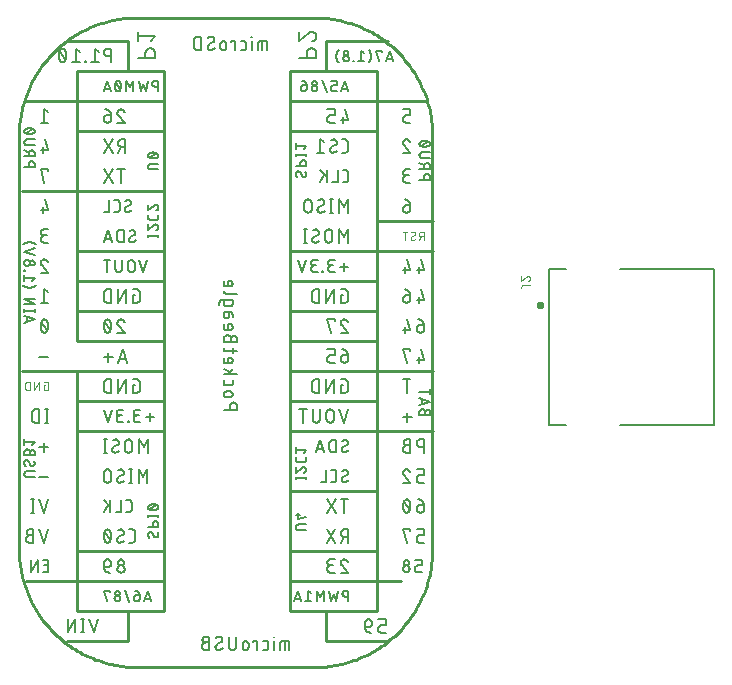
<source format=gbr>
G04 EAGLE Gerber RS-274X export*
G75*
%MOMM*%
%FSLAX34Y34*%
%LPD*%
%INSilkscreen Bottom*%
%IPPOS*%
%AMOC8*
5,1,8,0,0,1.08239X$1,22.5*%
G01*
%ADD10C,0.127000*%
%ADD11C,0.300000*%
%ADD12C,0.101600*%
%ADD13C,0.254000*%
%ADD14C,0.152400*%
%ADD15C,0.203200*%


D10*
X650300Y538650D02*
X650300Y407350D01*
X665400Y407350D01*
X711200Y407350D02*
X790300Y407350D01*
X790300Y538650D01*
X711200Y538650D01*
X665400Y538650D02*
X650300Y538650D01*
D11*
X641900Y508000D02*
X641902Y508077D01*
X641908Y508154D01*
X641918Y508231D01*
X641932Y508307D01*
X641949Y508382D01*
X641971Y508456D01*
X641996Y508529D01*
X642026Y508601D01*
X642058Y508671D01*
X642095Y508739D01*
X642134Y508805D01*
X642177Y508869D01*
X642224Y508931D01*
X642273Y508990D01*
X642326Y509047D01*
X642381Y509101D01*
X642439Y509152D01*
X642500Y509200D01*
X642563Y509245D01*
X642628Y509286D01*
X642695Y509324D01*
X642764Y509359D01*
X642835Y509389D01*
X642907Y509417D01*
X642981Y509440D01*
X643055Y509460D01*
X643131Y509476D01*
X643207Y509488D01*
X643284Y509496D01*
X643361Y509500D01*
X643439Y509500D01*
X643516Y509496D01*
X643593Y509488D01*
X643669Y509476D01*
X643745Y509460D01*
X643819Y509440D01*
X643893Y509417D01*
X643965Y509389D01*
X644036Y509359D01*
X644105Y509324D01*
X644172Y509286D01*
X644237Y509245D01*
X644300Y509200D01*
X644361Y509152D01*
X644419Y509101D01*
X644474Y509047D01*
X644527Y508990D01*
X644576Y508931D01*
X644623Y508869D01*
X644666Y508805D01*
X644705Y508739D01*
X644742Y508671D01*
X644774Y508601D01*
X644804Y508529D01*
X644829Y508456D01*
X644851Y508382D01*
X644868Y508307D01*
X644882Y508231D01*
X644892Y508154D01*
X644898Y508077D01*
X644900Y508000D01*
X644898Y507923D01*
X644892Y507846D01*
X644882Y507769D01*
X644868Y507693D01*
X644851Y507618D01*
X644829Y507544D01*
X644804Y507471D01*
X644774Y507399D01*
X644742Y507329D01*
X644705Y507261D01*
X644666Y507195D01*
X644623Y507131D01*
X644576Y507069D01*
X644527Y507010D01*
X644474Y506953D01*
X644419Y506899D01*
X644361Y506848D01*
X644300Y506800D01*
X644237Y506755D01*
X644172Y506714D01*
X644105Y506676D01*
X644036Y506641D01*
X643965Y506611D01*
X643893Y506583D01*
X643819Y506560D01*
X643745Y506540D01*
X643669Y506524D01*
X643593Y506512D01*
X643516Y506504D01*
X643439Y506500D01*
X643361Y506500D01*
X643284Y506504D01*
X643207Y506512D01*
X643131Y506524D01*
X643055Y506540D01*
X642981Y506560D01*
X642907Y506583D01*
X642835Y506611D01*
X642764Y506641D01*
X642695Y506676D01*
X642628Y506714D01*
X642563Y506755D01*
X642500Y506800D01*
X642439Y506848D01*
X642381Y506899D01*
X642326Y506953D01*
X642273Y507010D01*
X642224Y507069D01*
X642177Y507131D01*
X642134Y507195D01*
X642095Y507261D01*
X642058Y507329D01*
X642026Y507399D01*
X641996Y507471D01*
X641971Y507544D01*
X641949Y507618D01*
X641932Y507693D01*
X641918Y507769D01*
X641908Y507846D01*
X641902Y507923D01*
X641900Y508000D01*
D12*
X634492Y525371D02*
X628960Y525371D01*
X628882Y525369D01*
X628805Y525363D01*
X628728Y525354D01*
X628652Y525341D01*
X628576Y525324D01*
X628501Y525303D01*
X628428Y525279D01*
X628355Y525251D01*
X628284Y525219D01*
X628215Y525184D01*
X628148Y525146D01*
X628082Y525105D01*
X628019Y525060D01*
X627958Y525012D01*
X627899Y524962D01*
X627843Y524908D01*
X627789Y524852D01*
X627739Y524793D01*
X627691Y524732D01*
X627646Y524669D01*
X627605Y524603D01*
X627567Y524536D01*
X627532Y524467D01*
X627500Y524396D01*
X627472Y524323D01*
X627448Y524250D01*
X627427Y524175D01*
X627410Y524099D01*
X627397Y524023D01*
X627388Y523946D01*
X627382Y523869D01*
X627380Y523791D01*
X627380Y523000D01*
X634492Y531114D02*
X634490Y531196D01*
X634484Y531278D01*
X634475Y531360D01*
X634462Y531441D01*
X634445Y531521D01*
X634424Y531601D01*
X634400Y531679D01*
X634372Y531756D01*
X634341Y531832D01*
X634306Y531907D01*
X634267Y531979D01*
X634226Y532050D01*
X634181Y532119D01*
X634133Y532185D01*
X634082Y532250D01*
X634028Y532312D01*
X633971Y532371D01*
X633912Y532428D01*
X633850Y532482D01*
X633785Y532533D01*
X633719Y532581D01*
X633650Y532626D01*
X633579Y532667D01*
X633507Y532706D01*
X633432Y532741D01*
X633356Y532772D01*
X633279Y532800D01*
X633201Y532824D01*
X633121Y532845D01*
X633041Y532862D01*
X632960Y532875D01*
X632878Y532884D01*
X632796Y532890D01*
X632714Y532892D01*
X634492Y531114D02*
X634490Y531021D01*
X634484Y530929D01*
X634475Y530837D01*
X634462Y530745D01*
X634445Y530654D01*
X634425Y530564D01*
X634401Y530474D01*
X634373Y530386D01*
X634341Y530298D01*
X634307Y530213D01*
X634268Y530128D01*
X634227Y530046D01*
X634182Y529965D01*
X634133Y529885D01*
X634082Y529808D01*
X634028Y529733D01*
X633970Y529661D01*
X633910Y529591D01*
X633846Y529523D01*
X633781Y529458D01*
X633712Y529395D01*
X633641Y529336D01*
X633568Y529279D01*
X633492Y529225D01*
X633415Y529175D01*
X633335Y529127D01*
X633254Y529083D01*
X633170Y529043D01*
X633086Y529005D01*
X632999Y528971D01*
X632912Y528941D01*
X631331Y532299D02*
X631392Y532360D01*
X631455Y532418D01*
X631521Y532473D01*
X631589Y532526D01*
X631660Y532575D01*
X631732Y532620D01*
X631807Y532663D01*
X631883Y532702D01*
X631962Y532738D01*
X632041Y532770D01*
X632122Y532798D01*
X632205Y532823D01*
X632288Y532844D01*
X632372Y532861D01*
X632457Y532875D01*
X632542Y532884D01*
X632628Y532890D01*
X632714Y532892D01*
X631331Y532299D02*
X627380Y528941D01*
X627380Y532892D01*
D13*
X551930Y651930D02*
X551930Y301930D01*
X551901Y299514D01*
X551813Y297099D01*
X551667Y294687D01*
X551463Y292279D01*
X551201Y289876D01*
X550881Y287481D01*
X550503Y285094D01*
X550067Y282717D01*
X549574Y280352D01*
X549024Y277998D01*
X548418Y275659D01*
X547755Y273335D01*
X547036Y271028D01*
X546261Y268739D01*
X545432Y266470D01*
X544547Y264221D01*
X543609Y261994D01*
X542617Y259790D01*
X541573Y257611D01*
X540476Y255458D01*
X539327Y253332D01*
X538127Y251234D01*
X536877Y249166D01*
X535577Y247129D01*
X534228Y245124D01*
X532832Y243151D01*
X531388Y241214D01*
X529897Y239311D01*
X528362Y237446D01*
X526781Y235618D01*
X525157Y233828D01*
X523490Y232079D01*
X521781Y230370D01*
X520032Y228703D01*
X518242Y227079D01*
X516414Y225498D01*
X514549Y223963D01*
X512646Y222472D01*
X510709Y221028D01*
X508736Y219632D01*
X506731Y218283D01*
X504694Y216983D01*
X502626Y215733D01*
X500528Y214533D01*
X498402Y213384D01*
X496249Y212287D01*
X494070Y211243D01*
X491866Y210251D01*
X489639Y209313D01*
X487390Y208428D01*
X485121Y207599D01*
X482832Y206824D01*
X480525Y206105D01*
X478201Y205442D01*
X475862Y204836D01*
X473508Y204286D01*
X471143Y203793D01*
X468766Y203357D01*
X466379Y202979D01*
X463984Y202659D01*
X461581Y202397D01*
X459173Y202193D01*
X456761Y202047D01*
X454346Y201959D01*
X451930Y201930D01*
X301930Y201930D01*
X299514Y201959D01*
X297099Y202047D01*
X294687Y202193D01*
X292279Y202397D01*
X289876Y202659D01*
X287481Y202979D01*
X285094Y203357D01*
X282717Y203793D01*
X280352Y204286D01*
X277998Y204836D01*
X275659Y205442D01*
X273335Y206105D01*
X271028Y206824D01*
X268739Y207599D01*
X266470Y208428D01*
X264221Y209313D01*
X261994Y210251D01*
X259790Y211243D01*
X257611Y212287D01*
X255458Y213384D01*
X253332Y214533D01*
X251234Y215733D01*
X249166Y216983D01*
X247129Y218283D01*
X245124Y219632D01*
X243151Y221028D01*
X241214Y222472D01*
X239311Y223963D01*
X237446Y225498D01*
X235618Y227079D01*
X233828Y228703D01*
X232079Y230370D01*
X230370Y232079D01*
X228703Y233828D01*
X227079Y235618D01*
X225498Y237446D01*
X223963Y239311D01*
X222472Y241214D01*
X221028Y243151D01*
X219632Y245124D01*
X218283Y247129D01*
X216983Y249166D01*
X215733Y251234D01*
X214533Y253332D01*
X213384Y255458D01*
X212287Y257611D01*
X211243Y259790D01*
X210251Y261994D01*
X209313Y264221D01*
X208428Y266470D01*
X207599Y268739D01*
X206824Y271028D01*
X206105Y273335D01*
X205442Y275659D01*
X204836Y277998D01*
X204286Y280352D01*
X203793Y282717D01*
X203357Y285094D01*
X202979Y287481D01*
X202659Y289876D01*
X202397Y292279D01*
X202193Y294687D01*
X202047Y297099D01*
X201959Y299514D01*
X201930Y301930D01*
X201930Y651930D01*
X201959Y654346D01*
X202047Y656761D01*
X202193Y659173D01*
X202397Y661581D01*
X202659Y663984D01*
X202979Y666379D01*
X203357Y668766D01*
X203793Y671143D01*
X204286Y673508D01*
X204836Y675862D01*
X205442Y678201D01*
X206105Y680525D01*
X206824Y682832D01*
X207599Y685121D01*
X208428Y687390D01*
X209313Y689639D01*
X210251Y691866D01*
X211243Y694070D01*
X212287Y696249D01*
X213384Y698402D01*
X214533Y700528D01*
X215733Y702626D01*
X216983Y704694D01*
X218283Y706731D01*
X219632Y708736D01*
X221028Y710709D01*
X222472Y712646D01*
X223963Y714549D01*
X225498Y716414D01*
X227079Y718242D01*
X228703Y720032D01*
X230370Y721781D01*
X232079Y723490D01*
X233828Y725157D01*
X235618Y726781D01*
X237446Y728362D01*
X239311Y729897D01*
X241214Y731388D01*
X243151Y732832D01*
X245124Y734228D01*
X247129Y735577D01*
X249166Y736877D01*
X251234Y738127D01*
X253332Y739327D01*
X255458Y740476D01*
X257611Y741573D01*
X259790Y742617D01*
X261994Y743609D01*
X264221Y744547D01*
X266470Y745432D01*
X268739Y746261D01*
X271028Y747036D01*
X273335Y747755D01*
X275659Y748418D01*
X277998Y749024D01*
X280352Y749574D01*
X282717Y750067D01*
X285094Y750503D01*
X287481Y750881D01*
X289876Y751201D01*
X292279Y751463D01*
X294687Y751667D01*
X297099Y751813D01*
X299514Y751901D01*
X301930Y751930D01*
X451930Y751930D01*
X454346Y751901D01*
X456761Y751813D01*
X459173Y751667D01*
X461581Y751463D01*
X463984Y751201D01*
X466379Y750881D01*
X468766Y750503D01*
X471143Y750067D01*
X473508Y749574D01*
X475862Y749024D01*
X478201Y748418D01*
X480525Y747755D01*
X482832Y747036D01*
X485121Y746261D01*
X487390Y745432D01*
X489639Y744547D01*
X491866Y743609D01*
X494070Y742617D01*
X496249Y741573D01*
X498402Y740476D01*
X500528Y739327D01*
X502626Y738127D01*
X504694Y736877D01*
X506731Y735577D01*
X508736Y734228D01*
X510709Y732832D01*
X512646Y731388D01*
X514549Y729897D01*
X516414Y728362D01*
X518242Y726781D01*
X520032Y725157D01*
X521781Y723490D01*
X523490Y721781D01*
X525157Y720032D01*
X526781Y718242D01*
X528362Y716414D01*
X529897Y714549D01*
X531388Y712646D01*
X532832Y710709D01*
X534228Y708736D01*
X535577Y706731D01*
X536877Y704694D01*
X538127Y702626D01*
X539327Y700528D01*
X540476Y698402D01*
X541573Y696249D01*
X542617Y694070D01*
X543609Y691866D01*
X544547Y689639D01*
X545432Y687390D01*
X546261Y685121D01*
X547036Y682832D01*
X547755Y680525D01*
X548418Y678201D01*
X549024Y675862D01*
X549574Y673508D01*
X550067Y671143D01*
X550503Y668766D01*
X550881Y666379D01*
X551201Y663984D01*
X551463Y661581D01*
X551667Y659173D01*
X551813Y656761D01*
X551901Y654346D01*
X551930Y651930D01*
D14*
X386588Y419862D02*
X375412Y419862D01*
X386588Y419862D02*
X386588Y422966D01*
X386586Y423077D01*
X386580Y423187D01*
X386570Y423298D01*
X386556Y423408D01*
X386539Y423517D01*
X386517Y423626D01*
X386492Y423734D01*
X386462Y423840D01*
X386429Y423946D01*
X386392Y424051D01*
X386352Y424154D01*
X386307Y424255D01*
X386260Y424355D01*
X386208Y424454D01*
X386153Y424550D01*
X386095Y424644D01*
X386034Y424736D01*
X385969Y424826D01*
X385901Y424914D01*
X385830Y424999D01*
X385756Y425081D01*
X385679Y425161D01*
X385599Y425238D01*
X385517Y425312D01*
X385432Y425383D01*
X385344Y425451D01*
X385254Y425516D01*
X385162Y425577D01*
X385068Y425635D01*
X384972Y425690D01*
X384873Y425742D01*
X384773Y425789D01*
X384672Y425834D01*
X384569Y425874D01*
X384464Y425911D01*
X384358Y425944D01*
X384252Y425974D01*
X384144Y425999D01*
X384035Y426021D01*
X383926Y426038D01*
X383816Y426052D01*
X383705Y426062D01*
X383595Y426068D01*
X383484Y426070D01*
X383373Y426068D01*
X383263Y426062D01*
X383152Y426052D01*
X383042Y426038D01*
X382933Y426021D01*
X382824Y425999D01*
X382716Y425974D01*
X382610Y425944D01*
X382504Y425911D01*
X382399Y425874D01*
X382296Y425834D01*
X382195Y425789D01*
X382095Y425742D01*
X381996Y425690D01*
X381900Y425635D01*
X381806Y425577D01*
X381714Y425516D01*
X381624Y425451D01*
X381536Y425383D01*
X381451Y425312D01*
X381369Y425238D01*
X381289Y425161D01*
X381212Y425081D01*
X381138Y424999D01*
X381067Y424914D01*
X380999Y424826D01*
X380934Y424736D01*
X380873Y424644D01*
X380815Y424550D01*
X380760Y424454D01*
X380708Y424355D01*
X380661Y424255D01*
X380616Y424154D01*
X380576Y424051D01*
X380539Y423946D01*
X380506Y423840D01*
X380476Y423734D01*
X380451Y423626D01*
X380429Y423517D01*
X380412Y423408D01*
X380398Y423298D01*
X380388Y423187D01*
X380382Y423077D01*
X380380Y422966D01*
X380379Y422966D02*
X380379Y419862D01*
X380379Y430558D02*
X377896Y430558D01*
X380379Y430558D02*
X380478Y430560D01*
X380576Y430566D01*
X380675Y430576D01*
X380772Y430589D01*
X380870Y430607D01*
X380966Y430628D01*
X381062Y430654D01*
X381156Y430683D01*
X381249Y430715D01*
X381341Y430752D01*
X381431Y430792D01*
X381520Y430836D01*
X381607Y430883D01*
X381692Y430933D01*
X381774Y430987D01*
X381855Y431044D01*
X381933Y431104D01*
X382009Y431168D01*
X382082Y431234D01*
X382153Y431303D01*
X382221Y431375D01*
X382285Y431450D01*
X382347Y431527D01*
X382406Y431606D01*
X382461Y431688D01*
X382514Y431772D01*
X382562Y431857D01*
X382608Y431945D01*
X382650Y432035D01*
X382688Y432126D01*
X382722Y432218D01*
X382753Y432312D01*
X382780Y432407D01*
X382804Y432503D01*
X382823Y432600D01*
X382839Y432697D01*
X382851Y432795D01*
X382859Y432894D01*
X382863Y432993D01*
X382863Y433091D01*
X382859Y433190D01*
X382851Y433289D01*
X382839Y433387D01*
X382823Y433484D01*
X382804Y433581D01*
X382780Y433677D01*
X382753Y433772D01*
X382722Y433866D01*
X382688Y433958D01*
X382650Y434049D01*
X382608Y434139D01*
X382562Y434227D01*
X382514Y434312D01*
X382461Y434396D01*
X382406Y434478D01*
X382347Y434557D01*
X382285Y434634D01*
X382221Y434709D01*
X382153Y434781D01*
X382082Y434850D01*
X382009Y434916D01*
X381933Y434980D01*
X381855Y435040D01*
X381774Y435097D01*
X381692Y435151D01*
X381607Y435201D01*
X381520Y435248D01*
X381431Y435292D01*
X381341Y435332D01*
X381249Y435369D01*
X381156Y435401D01*
X381062Y435430D01*
X380966Y435456D01*
X380870Y435477D01*
X380772Y435495D01*
X380675Y435508D01*
X380576Y435518D01*
X380478Y435524D01*
X380379Y435526D01*
X380379Y435525D02*
X377896Y435525D01*
X377896Y435526D02*
X377797Y435524D01*
X377699Y435518D01*
X377600Y435508D01*
X377503Y435495D01*
X377405Y435477D01*
X377309Y435456D01*
X377213Y435430D01*
X377119Y435401D01*
X377026Y435369D01*
X376934Y435332D01*
X376844Y435292D01*
X376755Y435248D01*
X376668Y435201D01*
X376583Y435151D01*
X376501Y435097D01*
X376420Y435040D01*
X376342Y434980D01*
X376266Y434916D01*
X376193Y434850D01*
X376122Y434781D01*
X376054Y434709D01*
X375990Y434634D01*
X375928Y434557D01*
X375869Y434478D01*
X375814Y434396D01*
X375761Y434312D01*
X375713Y434227D01*
X375667Y434139D01*
X375625Y434049D01*
X375587Y433958D01*
X375553Y433866D01*
X375522Y433772D01*
X375495Y433677D01*
X375471Y433581D01*
X375452Y433484D01*
X375436Y433387D01*
X375424Y433289D01*
X375416Y433190D01*
X375412Y433091D01*
X375412Y432993D01*
X375416Y432894D01*
X375424Y432795D01*
X375436Y432697D01*
X375452Y432600D01*
X375471Y432503D01*
X375495Y432407D01*
X375522Y432312D01*
X375553Y432218D01*
X375587Y432126D01*
X375625Y432035D01*
X375667Y431945D01*
X375713Y431857D01*
X375761Y431772D01*
X375814Y431688D01*
X375869Y431606D01*
X375928Y431527D01*
X375990Y431450D01*
X376054Y431375D01*
X376122Y431303D01*
X376193Y431234D01*
X376266Y431168D01*
X376342Y431104D01*
X376420Y431044D01*
X376501Y430987D01*
X376583Y430933D01*
X376668Y430883D01*
X376755Y430836D01*
X376844Y430792D01*
X376934Y430752D01*
X377026Y430715D01*
X377119Y430683D01*
X377213Y430654D01*
X377309Y430628D01*
X377405Y430607D01*
X377503Y430589D01*
X377600Y430576D01*
X377699Y430566D01*
X377797Y430560D01*
X377896Y430558D01*
X375412Y442343D02*
X375412Y444827D01*
X375412Y442343D02*
X375414Y442259D01*
X375419Y442176D01*
X375429Y442093D01*
X375442Y442010D01*
X375459Y441928D01*
X375479Y441847D01*
X375503Y441767D01*
X375531Y441688D01*
X375562Y441611D01*
X375596Y441535D01*
X375634Y441460D01*
X375676Y441387D01*
X375720Y441317D01*
X375768Y441248D01*
X375818Y441181D01*
X375872Y441117D01*
X375928Y441056D01*
X375988Y440996D01*
X376049Y440940D01*
X376113Y440886D01*
X376180Y440836D01*
X376249Y440788D01*
X376319Y440744D01*
X376392Y440702D01*
X376467Y440664D01*
X376543Y440630D01*
X376620Y440599D01*
X376699Y440571D01*
X376779Y440547D01*
X376860Y440527D01*
X376942Y440510D01*
X377025Y440497D01*
X377108Y440487D01*
X377191Y440482D01*
X377275Y440480D01*
X377275Y440481D02*
X381000Y440481D01*
X381000Y440480D02*
X381084Y440482D01*
X381167Y440488D01*
X381250Y440497D01*
X381333Y440510D01*
X381415Y440527D01*
X381496Y440547D01*
X381576Y440571D01*
X381655Y440599D01*
X381732Y440630D01*
X381808Y440664D01*
X381883Y440702D01*
X381956Y440744D01*
X382026Y440788D01*
X382095Y440836D01*
X382162Y440886D01*
X382226Y440940D01*
X382287Y440996D01*
X382347Y441056D01*
X382403Y441117D01*
X382457Y441181D01*
X382507Y441248D01*
X382555Y441317D01*
X382599Y441387D01*
X382641Y441460D01*
X382679Y441535D01*
X382713Y441611D01*
X382744Y441688D01*
X382772Y441767D01*
X382796Y441847D01*
X382816Y441928D01*
X382833Y442010D01*
X382846Y442093D01*
X382856Y442176D01*
X382861Y442259D01*
X382863Y442343D01*
X382863Y444827D01*
X386588Y449777D02*
X375412Y449777D01*
X379137Y449777D02*
X382863Y454745D01*
X380690Y451951D02*
X375412Y454745D01*
X375412Y460996D02*
X375412Y464100D01*
X375412Y460996D02*
X375414Y460912D01*
X375419Y460829D01*
X375429Y460746D01*
X375442Y460663D01*
X375459Y460581D01*
X375479Y460500D01*
X375503Y460420D01*
X375531Y460341D01*
X375562Y460264D01*
X375596Y460188D01*
X375634Y460113D01*
X375676Y460040D01*
X375720Y459970D01*
X375768Y459901D01*
X375818Y459834D01*
X375872Y459770D01*
X375928Y459709D01*
X375988Y459649D01*
X376049Y459593D01*
X376113Y459539D01*
X376180Y459489D01*
X376249Y459441D01*
X376319Y459397D01*
X376392Y459355D01*
X376467Y459317D01*
X376543Y459283D01*
X376620Y459252D01*
X376699Y459224D01*
X376779Y459200D01*
X376860Y459180D01*
X376942Y459163D01*
X377025Y459150D01*
X377108Y459140D01*
X377191Y459135D01*
X377275Y459133D01*
X380379Y459133D01*
X380478Y459135D01*
X380576Y459141D01*
X380675Y459151D01*
X380772Y459164D01*
X380870Y459182D01*
X380966Y459203D01*
X381062Y459229D01*
X381156Y459258D01*
X381249Y459290D01*
X381341Y459327D01*
X381431Y459367D01*
X381520Y459411D01*
X381607Y459458D01*
X381692Y459508D01*
X381774Y459562D01*
X381855Y459619D01*
X381933Y459679D01*
X382009Y459743D01*
X382082Y459809D01*
X382153Y459878D01*
X382221Y459950D01*
X382285Y460025D01*
X382347Y460102D01*
X382406Y460181D01*
X382461Y460263D01*
X382514Y460347D01*
X382562Y460432D01*
X382608Y460520D01*
X382650Y460610D01*
X382688Y460701D01*
X382722Y460793D01*
X382753Y460887D01*
X382780Y460982D01*
X382804Y461078D01*
X382823Y461175D01*
X382839Y461272D01*
X382851Y461370D01*
X382859Y461469D01*
X382863Y461568D01*
X382863Y461666D01*
X382859Y461765D01*
X382851Y461864D01*
X382839Y461962D01*
X382823Y462059D01*
X382804Y462156D01*
X382780Y462252D01*
X382753Y462347D01*
X382722Y462441D01*
X382688Y462533D01*
X382650Y462624D01*
X382608Y462714D01*
X382562Y462802D01*
X382514Y462887D01*
X382461Y462971D01*
X382406Y463053D01*
X382347Y463132D01*
X382285Y463209D01*
X382221Y463284D01*
X382153Y463356D01*
X382082Y463425D01*
X382009Y463491D01*
X381933Y463555D01*
X381855Y463615D01*
X381774Y463672D01*
X381692Y463726D01*
X381607Y463776D01*
X381520Y463823D01*
X381431Y463867D01*
X381341Y463907D01*
X381249Y463944D01*
X381156Y463976D01*
X381062Y464005D01*
X380966Y464031D01*
X380870Y464052D01*
X380772Y464070D01*
X380675Y464083D01*
X380576Y464093D01*
X380478Y464099D01*
X380379Y464101D01*
X380379Y464100D02*
X379137Y464100D01*
X379137Y459133D01*
X382863Y468021D02*
X382863Y471746D01*
X386588Y469262D02*
X377275Y469262D01*
X377191Y469264D01*
X377108Y469269D01*
X377025Y469279D01*
X376942Y469292D01*
X376860Y469309D01*
X376779Y469329D01*
X376699Y469353D01*
X376620Y469381D01*
X376543Y469412D01*
X376467Y469446D01*
X376392Y469484D01*
X376319Y469526D01*
X376249Y469570D01*
X376180Y469618D01*
X376113Y469668D01*
X376049Y469722D01*
X375988Y469778D01*
X375928Y469838D01*
X375872Y469899D01*
X375818Y469963D01*
X375768Y470030D01*
X375720Y470099D01*
X375676Y470169D01*
X375634Y470242D01*
X375596Y470317D01*
X375562Y470393D01*
X375531Y470470D01*
X375503Y470549D01*
X375479Y470629D01*
X375459Y470710D01*
X375442Y470792D01*
X375429Y470875D01*
X375419Y470958D01*
X375414Y471041D01*
X375412Y471125D01*
X375412Y471746D01*
X381621Y477012D02*
X381621Y480116D01*
X381620Y480116D02*
X381618Y480227D01*
X381612Y480337D01*
X381602Y480448D01*
X381588Y480558D01*
X381571Y480667D01*
X381549Y480776D01*
X381524Y480884D01*
X381494Y480990D01*
X381461Y481096D01*
X381424Y481201D01*
X381384Y481304D01*
X381339Y481405D01*
X381292Y481505D01*
X381240Y481604D01*
X381185Y481700D01*
X381127Y481794D01*
X381066Y481886D01*
X381001Y481976D01*
X380933Y482064D01*
X380862Y482149D01*
X380788Y482231D01*
X380711Y482311D01*
X380631Y482388D01*
X380549Y482462D01*
X380464Y482533D01*
X380376Y482601D01*
X380286Y482666D01*
X380194Y482727D01*
X380100Y482785D01*
X380004Y482840D01*
X379905Y482892D01*
X379805Y482939D01*
X379704Y482984D01*
X379601Y483024D01*
X379496Y483061D01*
X379390Y483094D01*
X379284Y483124D01*
X379176Y483149D01*
X379067Y483171D01*
X378958Y483188D01*
X378848Y483202D01*
X378737Y483212D01*
X378627Y483218D01*
X378516Y483220D01*
X378405Y483218D01*
X378295Y483212D01*
X378184Y483202D01*
X378074Y483188D01*
X377965Y483171D01*
X377856Y483149D01*
X377748Y483124D01*
X377642Y483094D01*
X377536Y483061D01*
X377431Y483024D01*
X377328Y482984D01*
X377227Y482939D01*
X377127Y482892D01*
X377028Y482840D01*
X376932Y482785D01*
X376838Y482727D01*
X376746Y482666D01*
X376656Y482601D01*
X376568Y482533D01*
X376483Y482462D01*
X376401Y482388D01*
X376321Y482311D01*
X376244Y482231D01*
X376170Y482149D01*
X376099Y482064D01*
X376031Y481976D01*
X375966Y481886D01*
X375905Y481794D01*
X375847Y481700D01*
X375792Y481604D01*
X375740Y481505D01*
X375693Y481405D01*
X375648Y481304D01*
X375608Y481201D01*
X375571Y481096D01*
X375538Y480990D01*
X375508Y480884D01*
X375483Y480776D01*
X375461Y480667D01*
X375444Y480558D01*
X375430Y480448D01*
X375420Y480337D01*
X375414Y480227D01*
X375412Y480116D01*
X375412Y477012D01*
X386588Y477012D01*
X386588Y480116D01*
X386586Y480215D01*
X386580Y480313D01*
X386570Y480412D01*
X386557Y480509D01*
X386539Y480607D01*
X386518Y480703D01*
X386492Y480799D01*
X386463Y480893D01*
X386431Y480986D01*
X386394Y481078D01*
X386354Y481168D01*
X386310Y481257D01*
X386263Y481344D01*
X386213Y481429D01*
X386159Y481511D01*
X386102Y481592D01*
X386042Y481670D01*
X385978Y481746D01*
X385912Y481819D01*
X385843Y481890D01*
X385771Y481958D01*
X385696Y482022D01*
X385619Y482084D01*
X385540Y482143D01*
X385458Y482198D01*
X385374Y482251D01*
X385289Y482299D01*
X385201Y482345D01*
X385111Y482387D01*
X385020Y482425D01*
X384928Y482459D01*
X384834Y482490D01*
X384739Y482517D01*
X384643Y482541D01*
X384546Y482560D01*
X384449Y482576D01*
X384351Y482588D01*
X384252Y482596D01*
X384153Y482600D01*
X384055Y482600D01*
X383956Y482596D01*
X383857Y482588D01*
X383759Y482576D01*
X383662Y482560D01*
X383565Y482541D01*
X383469Y482517D01*
X383374Y482490D01*
X383280Y482459D01*
X383188Y482425D01*
X383097Y482387D01*
X383007Y482345D01*
X382919Y482299D01*
X382834Y482251D01*
X382750Y482198D01*
X382668Y482143D01*
X382589Y482084D01*
X382512Y482022D01*
X382437Y481958D01*
X382365Y481890D01*
X382296Y481819D01*
X382230Y481746D01*
X382166Y481670D01*
X382106Y481592D01*
X382049Y481511D01*
X381995Y481429D01*
X381945Y481344D01*
X381898Y481257D01*
X381854Y481168D01*
X381814Y481078D01*
X381777Y480986D01*
X381745Y480893D01*
X381716Y480799D01*
X381690Y480703D01*
X381669Y480607D01*
X381651Y480509D01*
X381638Y480412D01*
X381628Y480313D01*
X381622Y480215D01*
X381620Y480116D01*
X375412Y489571D02*
X375412Y492675D01*
X375412Y489571D02*
X375414Y489487D01*
X375419Y489404D01*
X375429Y489321D01*
X375442Y489238D01*
X375459Y489156D01*
X375479Y489075D01*
X375503Y488995D01*
X375531Y488916D01*
X375562Y488839D01*
X375596Y488763D01*
X375634Y488688D01*
X375676Y488615D01*
X375720Y488545D01*
X375768Y488476D01*
X375818Y488409D01*
X375872Y488345D01*
X375928Y488284D01*
X375988Y488224D01*
X376049Y488168D01*
X376113Y488114D01*
X376180Y488064D01*
X376249Y488016D01*
X376319Y487972D01*
X376392Y487930D01*
X376467Y487892D01*
X376543Y487858D01*
X376620Y487827D01*
X376699Y487799D01*
X376779Y487775D01*
X376860Y487755D01*
X376942Y487738D01*
X377025Y487725D01*
X377108Y487715D01*
X377191Y487710D01*
X377275Y487708D01*
X380379Y487708D01*
X380478Y487710D01*
X380576Y487716D01*
X380675Y487726D01*
X380772Y487739D01*
X380870Y487757D01*
X380966Y487778D01*
X381062Y487804D01*
X381156Y487833D01*
X381249Y487865D01*
X381341Y487902D01*
X381431Y487942D01*
X381520Y487986D01*
X381607Y488033D01*
X381692Y488083D01*
X381774Y488137D01*
X381855Y488194D01*
X381933Y488254D01*
X382009Y488318D01*
X382082Y488384D01*
X382153Y488453D01*
X382221Y488525D01*
X382285Y488600D01*
X382347Y488677D01*
X382406Y488756D01*
X382461Y488838D01*
X382514Y488922D01*
X382562Y489007D01*
X382608Y489095D01*
X382650Y489185D01*
X382688Y489276D01*
X382722Y489368D01*
X382753Y489462D01*
X382780Y489557D01*
X382804Y489653D01*
X382823Y489750D01*
X382839Y489847D01*
X382851Y489945D01*
X382859Y490044D01*
X382863Y490143D01*
X382863Y490241D01*
X382859Y490340D01*
X382851Y490439D01*
X382839Y490537D01*
X382823Y490634D01*
X382804Y490731D01*
X382780Y490827D01*
X382753Y490922D01*
X382722Y491016D01*
X382688Y491108D01*
X382650Y491199D01*
X382608Y491289D01*
X382562Y491377D01*
X382514Y491462D01*
X382461Y491546D01*
X382406Y491628D01*
X382347Y491707D01*
X382285Y491784D01*
X382221Y491859D01*
X382153Y491931D01*
X382082Y492000D01*
X382009Y492066D01*
X381933Y492130D01*
X381855Y492190D01*
X381774Y492247D01*
X381692Y492301D01*
X381607Y492351D01*
X381520Y492398D01*
X381431Y492442D01*
X381341Y492482D01*
X381249Y492519D01*
X381156Y492551D01*
X381062Y492580D01*
X380966Y492606D01*
X380870Y492627D01*
X380772Y492645D01*
X380675Y492658D01*
X380576Y492668D01*
X380478Y492674D01*
X380379Y492676D01*
X380379Y492675D02*
X379137Y492675D01*
X379137Y487708D01*
X379758Y499713D02*
X379758Y502507D01*
X379758Y499713D02*
X379756Y499621D01*
X379750Y499529D01*
X379740Y499437D01*
X379727Y499346D01*
X379709Y499255D01*
X379688Y499165D01*
X379663Y499077D01*
X379634Y498989D01*
X379601Y498903D01*
X379565Y498818D01*
X379525Y498735D01*
X379482Y498653D01*
X379435Y498574D01*
X379385Y498496D01*
X379332Y498421D01*
X379276Y498348D01*
X379216Y498277D01*
X379154Y498209D01*
X379089Y498144D01*
X379021Y498082D01*
X378950Y498022D01*
X378877Y497966D01*
X378802Y497913D01*
X378724Y497863D01*
X378645Y497816D01*
X378563Y497773D01*
X378480Y497733D01*
X378395Y497697D01*
X378309Y497664D01*
X378221Y497635D01*
X378133Y497610D01*
X378043Y497589D01*
X377952Y497571D01*
X377861Y497558D01*
X377769Y497548D01*
X377677Y497542D01*
X377585Y497540D01*
X377493Y497542D01*
X377401Y497548D01*
X377309Y497558D01*
X377218Y497571D01*
X377127Y497589D01*
X377037Y497610D01*
X376949Y497635D01*
X376861Y497664D01*
X376775Y497697D01*
X376690Y497733D01*
X376607Y497773D01*
X376525Y497816D01*
X376446Y497863D01*
X376368Y497913D01*
X376293Y497966D01*
X376220Y498022D01*
X376149Y498082D01*
X376081Y498144D01*
X376016Y498209D01*
X375954Y498277D01*
X375894Y498348D01*
X375838Y498421D01*
X375785Y498496D01*
X375735Y498574D01*
X375688Y498653D01*
X375645Y498735D01*
X375605Y498818D01*
X375569Y498903D01*
X375536Y498989D01*
X375507Y499077D01*
X375482Y499165D01*
X375461Y499255D01*
X375443Y499346D01*
X375430Y499437D01*
X375420Y499529D01*
X375414Y499621D01*
X375412Y499713D01*
X375412Y502507D01*
X381000Y502507D01*
X381000Y502508D02*
X381084Y502506D01*
X381167Y502501D01*
X381250Y502491D01*
X381333Y502478D01*
X381415Y502461D01*
X381496Y502441D01*
X381576Y502417D01*
X381655Y502389D01*
X381732Y502358D01*
X381808Y502324D01*
X381883Y502286D01*
X381956Y502244D01*
X382026Y502200D01*
X382095Y502152D01*
X382162Y502102D01*
X382226Y502048D01*
X382287Y501992D01*
X382347Y501932D01*
X382403Y501871D01*
X382457Y501807D01*
X382507Y501740D01*
X382555Y501671D01*
X382599Y501601D01*
X382641Y501528D01*
X382679Y501453D01*
X382713Y501377D01*
X382744Y501300D01*
X382772Y501221D01*
X382796Y501141D01*
X382816Y501060D01*
X382833Y500978D01*
X382846Y500895D01*
X382856Y500812D01*
X382861Y500729D01*
X382863Y500645D01*
X382863Y498161D01*
X375412Y509690D02*
X375412Y512794D01*
X375412Y509690D02*
X375414Y509606D01*
X375419Y509523D01*
X375429Y509440D01*
X375442Y509357D01*
X375459Y509275D01*
X375479Y509194D01*
X375503Y509114D01*
X375531Y509035D01*
X375562Y508958D01*
X375596Y508882D01*
X375634Y508807D01*
X375676Y508734D01*
X375720Y508664D01*
X375768Y508595D01*
X375818Y508528D01*
X375872Y508464D01*
X375928Y508403D01*
X375988Y508343D01*
X376049Y508287D01*
X376113Y508233D01*
X376180Y508183D01*
X376249Y508135D01*
X376319Y508091D01*
X376392Y508049D01*
X376467Y508011D01*
X376543Y507977D01*
X376620Y507946D01*
X376699Y507918D01*
X376779Y507894D01*
X376860Y507874D01*
X376942Y507857D01*
X377025Y507844D01*
X377108Y507834D01*
X377191Y507829D01*
X377275Y507827D01*
X381000Y507827D01*
X381084Y507829D01*
X381167Y507835D01*
X381250Y507844D01*
X381333Y507857D01*
X381415Y507874D01*
X381496Y507894D01*
X381576Y507918D01*
X381655Y507946D01*
X381732Y507977D01*
X381808Y508011D01*
X381883Y508049D01*
X381956Y508091D01*
X382026Y508135D01*
X382095Y508183D01*
X382162Y508233D01*
X382226Y508287D01*
X382287Y508343D01*
X382347Y508403D01*
X382403Y508464D01*
X382457Y508528D01*
X382507Y508595D01*
X382555Y508664D01*
X382599Y508734D01*
X382641Y508807D01*
X382679Y508882D01*
X382713Y508958D01*
X382744Y509035D01*
X382772Y509114D01*
X382796Y509194D01*
X382816Y509275D01*
X382833Y509357D01*
X382846Y509440D01*
X382856Y509523D01*
X382861Y509606D01*
X382863Y509690D01*
X382863Y512794D01*
X373549Y512794D01*
X373549Y512795D02*
X373463Y512793D01*
X373377Y512787D01*
X373292Y512777D01*
X373207Y512763D01*
X373122Y512746D01*
X373039Y512724D01*
X372957Y512698D01*
X372876Y512669D01*
X372797Y512636D01*
X372719Y512600D01*
X372642Y512560D01*
X372568Y512516D01*
X372496Y512469D01*
X372426Y512419D01*
X372359Y512365D01*
X372294Y512309D01*
X372232Y512249D01*
X372172Y512187D01*
X372116Y512122D01*
X372062Y512055D01*
X372012Y511985D01*
X371965Y511913D01*
X371921Y511839D01*
X371881Y511762D01*
X371845Y511685D01*
X371812Y511605D01*
X371783Y511524D01*
X371757Y511442D01*
X371735Y511359D01*
X371718Y511274D01*
X371704Y511189D01*
X371694Y511104D01*
X371688Y511018D01*
X371686Y510932D01*
X371687Y510932D02*
X371687Y508448D01*
X377275Y518280D02*
X386588Y518280D01*
X377275Y518279D02*
X377191Y518281D01*
X377108Y518286D01*
X377025Y518296D01*
X376942Y518309D01*
X376860Y518326D01*
X376779Y518346D01*
X376699Y518370D01*
X376620Y518398D01*
X376543Y518429D01*
X376467Y518463D01*
X376392Y518501D01*
X376319Y518543D01*
X376249Y518587D01*
X376180Y518635D01*
X376113Y518685D01*
X376049Y518739D01*
X375988Y518795D01*
X375928Y518855D01*
X375872Y518916D01*
X375818Y518980D01*
X375768Y519047D01*
X375720Y519116D01*
X375676Y519186D01*
X375634Y519259D01*
X375596Y519334D01*
X375562Y519410D01*
X375531Y519487D01*
X375503Y519566D01*
X375479Y519646D01*
X375459Y519727D01*
X375442Y519809D01*
X375429Y519892D01*
X375419Y519975D01*
X375414Y520058D01*
X375412Y520142D01*
X375412Y526147D02*
X375412Y529251D01*
X375412Y526147D02*
X375414Y526063D01*
X375419Y525980D01*
X375429Y525897D01*
X375442Y525814D01*
X375459Y525732D01*
X375479Y525651D01*
X375503Y525571D01*
X375531Y525492D01*
X375562Y525415D01*
X375596Y525339D01*
X375634Y525264D01*
X375676Y525191D01*
X375720Y525121D01*
X375768Y525052D01*
X375818Y524985D01*
X375872Y524921D01*
X375928Y524860D01*
X375988Y524800D01*
X376049Y524744D01*
X376113Y524690D01*
X376180Y524640D01*
X376249Y524592D01*
X376319Y524548D01*
X376392Y524506D01*
X376467Y524468D01*
X376543Y524434D01*
X376620Y524403D01*
X376699Y524375D01*
X376779Y524351D01*
X376860Y524331D01*
X376942Y524314D01*
X377025Y524301D01*
X377108Y524291D01*
X377191Y524286D01*
X377275Y524284D01*
X380379Y524284D01*
X380379Y524283D02*
X380478Y524285D01*
X380576Y524291D01*
X380675Y524301D01*
X380772Y524314D01*
X380870Y524332D01*
X380966Y524353D01*
X381062Y524379D01*
X381156Y524408D01*
X381249Y524440D01*
X381341Y524477D01*
X381431Y524517D01*
X381520Y524561D01*
X381607Y524608D01*
X381692Y524658D01*
X381774Y524712D01*
X381855Y524769D01*
X381933Y524829D01*
X382009Y524893D01*
X382082Y524959D01*
X382153Y525028D01*
X382221Y525100D01*
X382285Y525175D01*
X382347Y525252D01*
X382406Y525331D01*
X382461Y525413D01*
X382514Y525497D01*
X382562Y525582D01*
X382608Y525670D01*
X382650Y525760D01*
X382688Y525851D01*
X382722Y525943D01*
X382753Y526037D01*
X382780Y526132D01*
X382804Y526228D01*
X382823Y526325D01*
X382839Y526422D01*
X382851Y526520D01*
X382859Y526619D01*
X382863Y526718D01*
X382863Y526816D01*
X382859Y526915D01*
X382851Y527014D01*
X382839Y527112D01*
X382823Y527209D01*
X382804Y527306D01*
X382780Y527402D01*
X382753Y527497D01*
X382722Y527591D01*
X382688Y527683D01*
X382650Y527774D01*
X382608Y527864D01*
X382562Y527952D01*
X382514Y528037D01*
X382461Y528121D01*
X382406Y528203D01*
X382347Y528282D01*
X382285Y528359D01*
X382221Y528434D01*
X382153Y528506D01*
X382082Y528575D01*
X382009Y528641D01*
X381933Y528705D01*
X381855Y528765D01*
X381774Y528822D01*
X381692Y528876D01*
X381607Y528926D01*
X381520Y528973D01*
X381431Y529017D01*
X381341Y529057D01*
X381249Y529094D01*
X381156Y529126D01*
X381062Y529155D01*
X380966Y529181D01*
X380870Y529202D01*
X380772Y529220D01*
X380675Y529233D01*
X380576Y529243D01*
X380478Y529249D01*
X380379Y529251D01*
X379137Y529251D01*
X379137Y524284D01*
X430749Y224113D02*
X430749Y216662D01*
X430749Y224113D02*
X425161Y224113D01*
X425075Y224111D01*
X424989Y224105D01*
X424904Y224095D01*
X424819Y224081D01*
X424734Y224064D01*
X424651Y224042D01*
X424569Y224016D01*
X424488Y223987D01*
X424409Y223954D01*
X424331Y223918D01*
X424254Y223878D01*
X424180Y223834D01*
X424108Y223787D01*
X424038Y223737D01*
X423971Y223683D01*
X423906Y223627D01*
X423844Y223567D01*
X423784Y223505D01*
X423728Y223440D01*
X423674Y223373D01*
X423624Y223303D01*
X423577Y223231D01*
X423533Y223157D01*
X423493Y223080D01*
X423457Y223003D01*
X423424Y222923D01*
X423395Y222842D01*
X423369Y222760D01*
X423347Y222677D01*
X423330Y222592D01*
X423316Y222507D01*
X423306Y222422D01*
X423300Y222336D01*
X423298Y222250D01*
X423298Y216662D01*
X427023Y216662D02*
X427023Y224113D01*
X417879Y224113D02*
X417879Y216662D01*
X418190Y227217D02*
X418190Y227838D01*
X417569Y227838D01*
X417569Y227217D01*
X418190Y227217D01*
X411245Y216662D02*
X408761Y216662D01*
X411245Y216662D02*
X411329Y216664D01*
X411412Y216670D01*
X411495Y216679D01*
X411578Y216692D01*
X411660Y216709D01*
X411741Y216729D01*
X411821Y216753D01*
X411900Y216781D01*
X411977Y216812D01*
X412053Y216846D01*
X412128Y216884D01*
X412201Y216926D01*
X412271Y216970D01*
X412340Y217018D01*
X412407Y217068D01*
X412471Y217122D01*
X412532Y217178D01*
X412592Y217238D01*
X412648Y217299D01*
X412702Y217363D01*
X412752Y217430D01*
X412800Y217499D01*
X412844Y217569D01*
X412886Y217642D01*
X412924Y217717D01*
X412958Y217793D01*
X412989Y217870D01*
X413017Y217949D01*
X413041Y218029D01*
X413061Y218110D01*
X413078Y218192D01*
X413091Y218275D01*
X413101Y218358D01*
X413106Y218441D01*
X413108Y218525D01*
X413107Y218525D02*
X413107Y222250D01*
X413108Y222250D02*
X413106Y222334D01*
X413101Y222417D01*
X413091Y222500D01*
X413078Y222583D01*
X413061Y222665D01*
X413041Y222746D01*
X413017Y222826D01*
X412989Y222905D01*
X412958Y222982D01*
X412924Y223058D01*
X412886Y223133D01*
X412844Y223206D01*
X412800Y223276D01*
X412752Y223345D01*
X412702Y223412D01*
X412648Y223476D01*
X412592Y223537D01*
X412532Y223597D01*
X412471Y223653D01*
X412407Y223707D01*
X412340Y223757D01*
X412271Y223805D01*
X412201Y223849D01*
X412128Y223891D01*
X412053Y223929D01*
X411977Y223963D01*
X411900Y223994D01*
X411821Y224022D01*
X411741Y224046D01*
X411660Y224066D01*
X411578Y224083D01*
X411495Y224096D01*
X411412Y224106D01*
X411329Y224111D01*
X411245Y224113D01*
X408761Y224113D01*
X403897Y224113D02*
X403897Y216662D01*
X403897Y224113D02*
X400172Y224113D01*
X400172Y222871D01*
X396360Y221629D02*
X396360Y219146D01*
X396360Y221629D02*
X396358Y221728D01*
X396352Y221826D01*
X396342Y221925D01*
X396329Y222022D01*
X396311Y222120D01*
X396290Y222216D01*
X396264Y222312D01*
X396235Y222406D01*
X396203Y222499D01*
X396166Y222591D01*
X396126Y222681D01*
X396082Y222770D01*
X396035Y222857D01*
X395985Y222942D01*
X395931Y223024D01*
X395874Y223105D01*
X395814Y223183D01*
X395750Y223259D01*
X395684Y223332D01*
X395615Y223403D01*
X395543Y223471D01*
X395468Y223535D01*
X395391Y223597D01*
X395312Y223656D01*
X395230Y223711D01*
X395146Y223764D01*
X395061Y223812D01*
X394973Y223858D01*
X394883Y223900D01*
X394792Y223938D01*
X394700Y223972D01*
X394606Y224003D01*
X394511Y224030D01*
X394415Y224054D01*
X394318Y224073D01*
X394221Y224089D01*
X394123Y224101D01*
X394024Y224109D01*
X393925Y224113D01*
X393827Y224113D01*
X393728Y224109D01*
X393629Y224101D01*
X393531Y224089D01*
X393434Y224073D01*
X393337Y224054D01*
X393241Y224030D01*
X393146Y224003D01*
X393052Y223972D01*
X392960Y223938D01*
X392869Y223900D01*
X392779Y223858D01*
X392691Y223812D01*
X392606Y223764D01*
X392522Y223711D01*
X392440Y223656D01*
X392361Y223597D01*
X392284Y223535D01*
X392209Y223471D01*
X392137Y223403D01*
X392068Y223332D01*
X392002Y223259D01*
X391938Y223183D01*
X391878Y223105D01*
X391821Y223024D01*
X391767Y222942D01*
X391717Y222857D01*
X391670Y222770D01*
X391626Y222681D01*
X391586Y222591D01*
X391549Y222499D01*
X391517Y222406D01*
X391488Y222312D01*
X391462Y222216D01*
X391441Y222120D01*
X391423Y222022D01*
X391410Y221925D01*
X391400Y221826D01*
X391394Y221728D01*
X391392Y221629D01*
X391393Y221629D02*
X391393Y219146D01*
X391392Y219146D02*
X391394Y219047D01*
X391400Y218949D01*
X391410Y218850D01*
X391423Y218753D01*
X391441Y218655D01*
X391462Y218559D01*
X391488Y218463D01*
X391517Y218369D01*
X391549Y218276D01*
X391586Y218184D01*
X391626Y218094D01*
X391670Y218005D01*
X391717Y217918D01*
X391767Y217833D01*
X391821Y217751D01*
X391878Y217670D01*
X391938Y217592D01*
X392002Y217516D01*
X392068Y217443D01*
X392137Y217372D01*
X392209Y217304D01*
X392284Y217240D01*
X392361Y217178D01*
X392440Y217119D01*
X392522Y217064D01*
X392606Y217011D01*
X392691Y216963D01*
X392779Y216917D01*
X392869Y216875D01*
X392960Y216837D01*
X393052Y216803D01*
X393146Y216772D01*
X393241Y216745D01*
X393337Y216721D01*
X393434Y216702D01*
X393531Y216686D01*
X393629Y216674D01*
X393728Y216666D01*
X393827Y216662D01*
X393925Y216662D01*
X394024Y216666D01*
X394123Y216674D01*
X394221Y216686D01*
X394318Y216702D01*
X394415Y216721D01*
X394511Y216745D01*
X394606Y216772D01*
X394700Y216803D01*
X394792Y216837D01*
X394883Y216875D01*
X394973Y216917D01*
X395061Y216963D01*
X395146Y217011D01*
X395230Y217064D01*
X395312Y217119D01*
X395391Y217178D01*
X395468Y217240D01*
X395543Y217304D01*
X395615Y217372D01*
X395684Y217443D01*
X395750Y217516D01*
X395814Y217592D01*
X395874Y217670D01*
X395931Y217751D01*
X395985Y217833D01*
X396035Y217918D01*
X396082Y218005D01*
X396126Y218094D01*
X396166Y218184D01*
X396203Y218276D01*
X396235Y218369D01*
X396264Y218463D01*
X396290Y218559D01*
X396311Y218655D01*
X396329Y218753D01*
X396342Y218850D01*
X396352Y218949D01*
X396358Y219047D01*
X396360Y219146D01*
X385932Y219766D02*
X385932Y227838D01*
X385931Y219766D02*
X385929Y219655D01*
X385923Y219545D01*
X385913Y219434D01*
X385899Y219324D01*
X385882Y219215D01*
X385860Y219106D01*
X385835Y218998D01*
X385805Y218892D01*
X385772Y218786D01*
X385735Y218681D01*
X385695Y218578D01*
X385650Y218477D01*
X385603Y218377D01*
X385551Y218278D01*
X385496Y218182D01*
X385438Y218088D01*
X385377Y217996D01*
X385312Y217906D01*
X385244Y217818D01*
X385173Y217733D01*
X385099Y217651D01*
X385022Y217571D01*
X384942Y217494D01*
X384860Y217420D01*
X384775Y217349D01*
X384687Y217281D01*
X384597Y217216D01*
X384505Y217155D01*
X384411Y217097D01*
X384315Y217042D01*
X384216Y216990D01*
X384116Y216943D01*
X384015Y216898D01*
X383912Y216858D01*
X383807Y216821D01*
X383701Y216788D01*
X383595Y216758D01*
X383487Y216733D01*
X383378Y216711D01*
X383269Y216694D01*
X383159Y216680D01*
X383048Y216670D01*
X382938Y216664D01*
X382827Y216662D01*
X382716Y216664D01*
X382606Y216670D01*
X382495Y216680D01*
X382385Y216694D01*
X382276Y216711D01*
X382167Y216733D01*
X382059Y216758D01*
X381953Y216788D01*
X381847Y216821D01*
X381742Y216858D01*
X381639Y216898D01*
X381538Y216943D01*
X381438Y216990D01*
X381339Y217042D01*
X381243Y217097D01*
X381149Y217155D01*
X381057Y217216D01*
X380967Y217281D01*
X380879Y217349D01*
X380794Y217420D01*
X380712Y217494D01*
X380632Y217571D01*
X380555Y217651D01*
X380481Y217733D01*
X380410Y217818D01*
X380342Y217906D01*
X380277Y217996D01*
X380216Y218088D01*
X380158Y218182D01*
X380103Y218278D01*
X380051Y218377D01*
X380004Y218477D01*
X379959Y218578D01*
X379919Y218681D01*
X379882Y218786D01*
X379849Y218892D01*
X379819Y218998D01*
X379794Y219106D01*
X379772Y219215D01*
X379755Y219324D01*
X379741Y219434D01*
X379731Y219545D01*
X379725Y219655D01*
X379723Y219766D01*
X379723Y227838D01*
X370777Y216662D02*
X370679Y216664D01*
X370582Y216670D01*
X370485Y216679D01*
X370388Y216693D01*
X370292Y216710D01*
X370197Y216731D01*
X370103Y216755D01*
X370009Y216784D01*
X369917Y216816D01*
X369826Y216851D01*
X369737Y216890D01*
X369649Y216933D01*
X369563Y216979D01*
X369479Y217028D01*
X369397Y217081D01*
X369317Y217136D01*
X369239Y217195D01*
X369164Y217257D01*
X369091Y217322D01*
X369021Y217390D01*
X368953Y217460D01*
X368888Y217533D01*
X368826Y217608D01*
X368767Y217686D01*
X368712Y217766D01*
X368659Y217848D01*
X368610Y217932D01*
X368564Y218018D01*
X368521Y218106D01*
X368482Y218195D01*
X368447Y218286D01*
X368415Y218378D01*
X368386Y218472D01*
X368362Y218566D01*
X368341Y218661D01*
X368324Y218757D01*
X368310Y218854D01*
X368301Y218951D01*
X368295Y219048D01*
X368293Y219146D01*
X370777Y216662D02*
X370920Y216664D01*
X371063Y216670D01*
X371205Y216679D01*
X371347Y216693D01*
X371489Y216711D01*
X371630Y216732D01*
X371771Y216757D01*
X371911Y216786D01*
X372050Y216819D01*
X372188Y216855D01*
X372325Y216896D01*
X372461Y216940D01*
X372595Y216987D01*
X372729Y217039D01*
X372860Y217093D01*
X372991Y217152D01*
X373119Y217214D01*
X373246Y217279D01*
X373371Y217348D01*
X373495Y217421D01*
X373616Y217496D01*
X373735Y217575D01*
X373852Y217657D01*
X373966Y217743D01*
X374078Y217831D01*
X374188Y217922D01*
X374295Y218017D01*
X374400Y218114D01*
X374502Y218214D01*
X374192Y225354D02*
X374190Y225452D01*
X374184Y225549D01*
X374175Y225646D01*
X374161Y225743D01*
X374144Y225839D01*
X374123Y225934D01*
X374099Y226028D01*
X374070Y226122D01*
X374038Y226214D01*
X374003Y226305D01*
X373964Y226394D01*
X373921Y226482D01*
X373875Y226568D01*
X373826Y226652D01*
X373773Y226734D01*
X373718Y226814D01*
X373659Y226892D01*
X373597Y226967D01*
X373532Y227040D01*
X373464Y227110D01*
X373394Y227178D01*
X373321Y227243D01*
X373246Y227305D01*
X373168Y227364D01*
X373088Y227419D01*
X373006Y227472D01*
X372922Y227521D01*
X372836Y227567D01*
X372748Y227610D01*
X372659Y227649D01*
X372568Y227684D01*
X372476Y227716D01*
X372382Y227745D01*
X372288Y227769D01*
X372193Y227790D01*
X372097Y227807D01*
X372000Y227821D01*
X371903Y227830D01*
X371806Y227836D01*
X371708Y227838D01*
X371578Y227836D01*
X371448Y227831D01*
X371318Y227822D01*
X371188Y227809D01*
X371059Y227793D01*
X370930Y227773D01*
X370802Y227749D01*
X370674Y227722D01*
X370548Y227691D01*
X370422Y227657D01*
X370297Y227619D01*
X370174Y227578D01*
X370051Y227533D01*
X369930Y227485D01*
X369810Y227434D01*
X369692Y227379D01*
X369576Y227321D01*
X369461Y227260D01*
X369347Y227195D01*
X369236Y227128D01*
X369127Y227057D01*
X369019Y226983D01*
X368914Y226907D01*
X372949Y223181D02*
X373032Y223232D01*
X373113Y223286D01*
X373191Y223343D01*
X373267Y223403D01*
X373341Y223466D01*
X373412Y223532D01*
X373481Y223600D01*
X373547Y223671D01*
X373611Y223744D01*
X373671Y223820D01*
X373728Y223898D01*
X373783Y223979D01*
X373834Y224061D01*
X373882Y224145D01*
X373927Y224231D01*
X373969Y224319D01*
X374007Y224408D01*
X374041Y224498D01*
X374073Y224590D01*
X374100Y224683D01*
X374124Y224777D01*
X374145Y224872D01*
X374161Y224968D01*
X374174Y225064D01*
X374184Y225160D01*
X374189Y225257D01*
X374191Y225354D01*
X369535Y221319D02*
X369452Y221268D01*
X369371Y221214D01*
X369293Y221157D01*
X369217Y221097D01*
X369143Y221034D01*
X369072Y220968D01*
X369003Y220900D01*
X368937Y220829D01*
X368873Y220756D01*
X368813Y220680D01*
X368756Y220602D01*
X368701Y220521D01*
X368650Y220439D01*
X368602Y220355D01*
X368557Y220269D01*
X368515Y220181D01*
X368477Y220092D01*
X368443Y220002D01*
X368411Y219910D01*
X368384Y219817D01*
X368360Y219723D01*
X368339Y219628D01*
X368323Y219532D01*
X368310Y219436D01*
X368300Y219340D01*
X368295Y219243D01*
X368293Y219146D01*
X369535Y221319D02*
X372950Y223181D01*
X362860Y222871D02*
X359756Y222871D01*
X359756Y222870D02*
X359645Y222868D01*
X359535Y222862D01*
X359424Y222852D01*
X359314Y222838D01*
X359205Y222821D01*
X359096Y222799D01*
X358988Y222774D01*
X358882Y222744D01*
X358776Y222711D01*
X358671Y222674D01*
X358568Y222634D01*
X358467Y222589D01*
X358367Y222542D01*
X358268Y222490D01*
X358172Y222435D01*
X358078Y222377D01*
X357986Y222316D01*
X357896Y222251D01*
X357808Y222183D01*
X357723Y222112D01*
X357641Y222038D01*
X357561Y221961D01*
X357484Y221881D01*
X357410Y221799D01*
X357339Y221714D01*
X357271Y221626D01*
X357206Y221536D01*
X357145Y221444D01*
X357087Y221350D01*
X357032Y221254D01*
X356980Y221155D01*
X356933Y221055D01*
X356888Y220954D01*
X356848Y220851D01*
X356811Y220746D01*
X356778Y220640D01*
X356748Y220534D01*
X356723Y220426D01*
X356701Y220317D01*
X356684Y220208D01*
X356670Y220098D01*
X356660Y219987D01*
X356654Y219877D01*
X356652Y219766D01*
X356654Y219655D01*
X356660Y219545D01*
X356670Y219434D01*
X356684Y219324D01*
X356701Y219215D01*
X356723Y219106D01*
X356748Y218998D01*
X356778Y218892D01*
X356811Y218786D01*
X356848Y218681D01*
X356888Y218578D01*
X356933Y218477D01*
X356980Y218377D01*
X357032Y218278D01*
X357087Y218182D01*
X357145Y218088D01*
X357206Y217996D01*
X357271Y217906D01*
X357339Y217818D01*
X357410Y217733D01*
X357484Y217651D01*
X357561Y217571D01*
X357641Y217494D01*
X357723Y217420D01*
X357808Y217349D01*
X357896Y217281D01*
X357986Y217216D01*
X358078Y217155D01*
X358172Y217097D01*
X358268Y217042D01*
X358367Y216990D01*
X358467Y216943D01*
X358568Y216898D01*
X358671Y216858D01*
X358776Y216821D01*
X358882Y216788D01*
X358988Y216758D01*
X359096Y216733D01*
X359205Y216711D01*
X359314Y216694D01*
X359424Y216680D01*
X359535Y216670D01*
X359645Y216664D01*
X359756Y216662D01*
X362860Y216662D01*
X362860Y227838D01*
X359756Y227838D01*
X359657Y227836D01*
X359559Y227830D01*
X359460Y227820D01*
X359363Y227807D01*
X359265Y227789D01*
X359169Y227768D01*
X359073Y227742D01*
X358979Y227713D01*
X358886Y227681D01*
X358794Y227644D01*
X358704Y227604D01*
X358615Y227560D01*
X358528Y227513D01*
X358443Y227463D01*
X358361Y227409D01*
X358280Y227352D01*
X358202Y227292D01*
X358126Y227228D01*
X358053Y227162D01*
X357982Y227093D01*
X357914Y227021D01*
X357850Y226946D01*
X357788Y226869D01*
X357729Y226790D01*
X357674Y226708D01*
X357621Y226624D01*
X357573Y226539D01*
X357527Y226451D01*
X357485Y226361D01*
X357447Y226270D01*
X357413Y226178D01*
X357382Y226084D01*
X357355Y225989D01*
X357331Y225893D01*
X357312Y225796D01*
X357296Y225699D01*
X357284Y225601D01*
X357276Y225502D01*
X357272Y225403D01*
X357272Y225305D01*
X357276Y225206D01*
X357284Y225107D01*
X357296Y225009D01*
X357312Y224912D01*
X357331Y224815D01*
X357355Y224719D01*
X357382Y224624D01*
X357413Y224530D01*
X357447Y224438D01*
X357485Y224347D01*
X357527Y224257D01*
X357573Y224169D01*
X357621Y224084D01*
X357674Y224000D01*
X357729Y223918D01*
X357788Y223839D01*
X357850Y223762D01*
X357914Y223687D01*
X357982Y223615D01*
X358053Y223546D01*
X358126Y223480D01*
X358202Y223416D01*
X358280Y223356D01*
X358361Y223299D01*
X358443Y223245D01*
X358528Y223195D01*
X358615Y223148D01*
X358704Y223104D01*
X358794Y223064D01*
X358886Y223027D01*
X358979Y222995D01*
X359073Y222966D01*
X359169Y222940D01*
X359265Y222919D01*
X359363Y222901D01*
X359460Y222888D01*
X359559Y222878D01*
X359657Y222872D01*
X359756Y222870D01*
X411847Y724662D02*
X411847Y732113D01*
X406259Y732113D01*
X406173Y732111D01*
X406087Y732105D01*
X406002Y732095D01*
X405917Y732081D01*
X405832Y732064D01*
X405749Y732042D01*
X405667Y732016D01*
X405586Y731987D01*
X405507Y731954D01*
X405429Y731918D01*
X405352Y731878D01*
X405278Y731834D01*
X405206Y731787D01*
X405136Y731737D01*
X405069Y731683D01*
X405004Y731627D01*
X404942Y731567D01*
X404882Y731505D01*
X404826Y731440D01*
X404772Y731373D01*
X404722Y731303D01*
X404675Y731231D01*
X404631Y731157D01*
X404591Y731080D01*
X404555Y731003D01*
X404522Y730923D01*
X404493Y730842D01*
X404467Y730760D01*
X404445Y730677D01*
X404428Y730592D01*
X404414Y730507D01*
X404404Y730422D01*
X404398Y730336D01*
X404396Y730250D01*
X404396Y724662D01*
X408122Y724662D02*
X408122Y732113D01*
X398978Y732113D02*
X398978Y724662D01*
X399288Y735217D02*
X399288Y735838D01*
X398667Y735838D01*
X398667Y735217D01*
X399288Y735217D01*
X392343Y724662D02*
X389859Y724662D01*
X392343Y724662D02*
X392427Y724664D01*
X392510Y724670D01*
X392593Y724679D01*
X392676Y724692D01*
X392758Y724709D01*
X392839Y724729D01*
X392919Y724753D01*
X392998Y724781D01*
X393075Y724812D01*
X393151Y724846D01*
X393226Y724884D01*
X393299Y724926D01*
X393369Y724970D01*
X393438Y725018D01*
X393505Y725068D01*
X393569Y725122D01*
X393630Y725178D01*
X393690Y725238D01*
X393746Y725299D01*
X393800Y725363D01*
X393850Y725430D01*
X393898Y725499D01*
X393942Y725569D01*
X393984Y725642D01*
X394022Y725717D01*
X394056Y725793D01*
X394087Y725870D01*
X394115Y725949D01*
X394139Y726029D01*
X394159Y726110D01*
X394176Y726192D01*
X394189Y726275D01*
X394199Y726358D01*
X394204Y726441D01*
X394206Y726525D01*
X394206Y730250D01*
X394204Y730334D01*
X394199Y730417D01*
X394189Y730500D01*
X394176Y730583D01*
X394159Y730665D01*
X394139Y730746D01*
X394115Y730826D01*
X394087Y730905D01*
X394056Y730982D01*
X394022Y731058D01*
X393984Y731133D01*
X393942Y731206D01*
X393898Y731276D01*
X393850Y731345D01*
X393800Y731412D01*
X393746Y731476D01*
X393690Y731537D01*
X393630Y731597D01*
X393569Y731653D01*
X393505Y731707D01*
X393438Y731757D01*
X393369Y731805D01*
X393299Y731849D01*
X393226Y731891D01*
X393151Y731929D01*
X393075Y731963D01*
X392998Y731994D01*
X392919Y732022D01*
X392839Y732046D01*
X392758Y732066D01*
X392676Y732083D01*
X392593Y732096D01*
X392510Y732106D01*
X392427Y732111D01*
X392343Y732113D01*
X389859Y732113D01*
X384995Y732113D02*
X384995Y724662D01*
X384995Y732113D02*
X381270Y732113D01*
X381270Y730871D01*
X377458Y729629D02*
X377458Y727146D01*
X377459Y729629D02*
X377457Y729728D01*
X377451Y729826D01*
X377441Y729925D01*
X377428Y730022D01*
X377410Y730120D01*
X377389Y730216D01*
X377363Y730312D01*
X377334Y730406D01*
X377302Y730499D01*
X377265Y730591D01*
X377225Y730681D01*
X377181Y730770D01*
X377134Y730857D01*
X377084Y730942D01*
X377030Y731024D01*
X376973Y731105D01*
X376913Y731183D01*
X376849Y731259D01*
X376783Y731332D01*
X376714Y731403D01*
X376642Y731471D01*
X376567Y731535D01*
X376490Y731597D01*
X376411Y731656D01*
X376329Y731711D01*
X376245Y731764D01*
X376160Y731812D01*
X376072Y731858D01*
X375982Y731900D01*
X375891Y731938D01*
X375799Y731972D01*
X375705Y732003D01*
X375610Y732030D01*
X375514Y732054D01*
X375417Y732073D01*
X375320Y732089D01*
X375222Y732101D01*
X375123Y732109D01*
X375024Y732113D01*
X374926Y732113D01*
X374827Y732109D01*
X374728Y732101D01*
X374630Y732089D01*
X374533Y732073D01*
X374436Y732054D01*
X374340Y732030D01*
X374245Y732003D01*
X374151Y731972D01*
X374059Y731938D01*
X373968Y731900D01*
X373878Y731858D01*
X373790Y731812D01*
X373705Y731764D01*
X373621Y731711D01*
X373539Y731656D01*
X373460Y731597D01*
X373383Y731535D01*
X373308Y731471D01*
X373236Y731403D01*
X373167Y731332D01*
X373101Y731259D01*
X373037Y731183D01*
X372977Y731105D01*
X372920Y731024D01*
X372866Y730942D01*
X372816Y730857D01*
X372769Y730770D01*
X372725Y730681D01*
X372685Y730591D01*
X372648Y730499D01*
X372616Y730406D01*
X372587Y730312D01*
X372561Y730216D01*
X372540Y730120D01*
X372522Y730022D01*
X372509Y729925D01*
X372499Y729826D01*
X372493Y729728D01*
X372491Y729629D01*
X372491Y727146D01*
X372493Y727047D01*
X372499Y726949D01*
X372509Y726850D01*
X372522Y726753D01*
X372540Y726655D01*
X372561Y726559D01*
X372587Y726463D01*
X372616Y726369D01*
X372648Y726276D01*
X372685Y726184D01*
X372725Y726094D01*
X372769Y726005D01*
X372816Y725918D01*
X372866Y725833D01*
X372920Y725751D01*
X372977Y725670D01*
X373037Y725592D01*
X373101Y725516D01*
X373167Y725443D01*
X373236Y725372D01*
X373308Y725304D01*
X373383Y725240D01*
X373460Y725178D01*
X373539Y725119D01*
X373621Y725064D01*
X373705Y725011D01*
X373790Y724963D01*
X373878Y724917D01*
X373968Y724875D01*
X374059Y724837D01*
X374151Y724803D01*
X374245Y724772D01*
X374340Y724745D01*
X374436Y724721D01*
X374533Y724702D01*
X374630Y724686D01*
X374728Y724674D01*
X374827Y724666D01*
X374926Y724662D01*
X375024Y724662D01*
X375123Y724666D01*
X375222Y724674D01*
X375320Y724686D01*
X375417Y724702D01*
X375514Y724721D01*
X375610Y724745D01*
X375705Y724772D01*
X375799Y724803D01*
X375891Y724837D01*
X375982Y724875D01*
X376072Y724917D01*
X376160Y724963D01*
X376245Y725011D01*
X376329Y725064D01*
X376411Y725119D01*
X376490Y725178D01*
X376567Y725240D01*
X376642Y725304D01*
X376714Y725372D01*
X376783Y725443D01*
X376849Y725516D01*
X376913Y725592D01*
X376973Y725670D01*
X377030Y725751D01*
X377084Y725833D01*
X377134Y725918D01*
X377181Y726005D01*
X377225Y726094D01*
X377265Y726184D01*
X377302Y726276D01*
X377334Y726369D01*
X377363Y726463D01*
X377389Y726559D01*
X377410Y726655D01*
X377428Y726753D01*
X377441Y726850D01*
X377451Y726949D01*
X377457Y727047D01*
X377459Y727146D01*
X364067Y724662D02*
X363969Y724664D01*
X363872Y724670D01*
X363775Y724679D01*
X363678Y724693D01*
X363582Y724710D01*
X363487Y724731D01*
X363393Y724755D01*
X363299Y724784D01*
X363207Y724816D01*
X363116Y724851D01*
X363027Y724890D01*
X362939Y724933D01*
X362853Y724979D01*
X362769Y725028D01*
X362687Y725081D01*
X362607Y725136D01*
X362529Y725195D01*
X362454Y725257D01*
X362381Y725322D01*
X362311Y725390D01*
X362243Y725460D01*
X362178Y725533D01*
X362116Y725608D01*
X362057Y725686D01*
X362002Y725766D01*
X361949Y725848D01*
X361900Y725932D01*
X361854Y726018D01*
X361811Y726106D01*
X361772Y726195D01*
X361737Y726286D01*
X361705Y726378D01*
X361676Y726472D01*
X361652Y726566D01*
X361631Y726661D01*
X361614Y726757D01*
X361600Y726854D01*
X361591Y726951D01*
X361585Y727048D01*
X361583Y727146D01*
X364067Y724662D02*
X364210Y724664D01*
X364353Y724670D01*
X364495Y724679D01*
X364637Y724693D01*
X364779Y724711D01*
X364920Y724732D01*
X365061Y724757D01*
X365201Y724786D01*
X365340Y724819D01*
X365478Y724855D01*
X365615Y724896D01*
X365751Y724940D01*
X365885Y724987D01*
X366019Y725039D01*
X366150Y725093D01*
X366281Y725152D01*
X366409Y725214D01*
X366536Y725279D01*
X366661Y725348D01*
X366785Y725421D01*
X366906Y725496D01*
X367025Y725575D01*
X367142Y725657D01*
X367256Y725743D01*
X367368Y725831D01*
X367478Y725922D01*
X367585Y726017D01*
X367690Y726114D01*
X367792Y726214D01*
X367482Y733354D02*
X367480Y733452D01*
X367474Y733549D01*
X367465Y733646D01*
X367451Y733743D01*
X367434Y733839D01*
X367413Y733934D01*
X367389Y734028D01*
X367360Y734122D01*
X367328Y734214D01*
X367293Y734305D01*
X367254Y734394D01*
X367211Y734482D01*
X367165Y734568D01*
X367116Y734652D01*
X367063Y734734D01*
X367008Y734814D01*
X366949Y734892D01*
X366887Y734967D01*
X366822Y735040D01*
X366754Y735110D01*
X366684Y735178D01*
X366611Y735243D01*
X366536Y735305D01*
X366458Y735364D01*
X366378Y735419D01*
X366296Y735472D01*
X366212Y735521D01*
X366126Y735567D01*
X366038Y735610D01*
X365949Y735649D01*
X365858Y735684D01*
X365766Y735716D01*
X365672Y735745D01*
X365578Y735769D01*
X365483Y735790D01*
X365387Y735807D01*
X365290Y735821D01*
X365193Y735830D01*
X365096Y735836D01*
X364998Y735838D01*
X364868Y735836D01*
X364738Y735831D01*
X364608Y735822D01*
X364478Y735809D01*
X364349Y735793D01*
X364220Y735773D01*
X364092Y735749D01*
X363964Y735722D01*
X363838Y735691D01*
X363712Y735657D01*
X363587Y735619D01*
X363464Y735578D01*
X363341Y735533D01*
X363220Y735485D01*
X363100Y735434D01*
X362982Y735379D01*
X362866Y735321D01*
X362751Y735260D01*
X362637Y735195D01*
X362526Y735128D01*
X362417Y735057D01*
X362309Y734983D01*
X362204Y734907D01*
X366239Y731181D02*
X366322Y731232D01*
X366403Y731286D01*
X366481Y731343D01*
X366557Y731403D01*
X366631Y731466D01*
X366702Y731532D01*
X366771Y731600D01*
X366837Y731671D01*
X366901Y731744D01*
X366961Y731820D01*
X367018Y731898D01*
X367073Y731979D01*
X367124Y732061D01*
X367172Y732145D01*
X367217Y732231D01*
X367259Y732319D01*
X367297Y732408D01*
X367331Y732498D01*
X367363Y732590D01*
X367390Y732683D01*
X367414Y732777D01*
X367435Y732872D01*
X367451Y732968D01*
X367464Y733064D01*
X367474Y733160D01*
X367479Y733257D01*
X367481Y733354D01*
X362826Y729319D02*
X362743Y729268D01*
X362662Y729214D01*
X362584Y729157D01*
X362508Y729097D01*
X362434Y729034D01*
X362363Y728968D01*
X362294Y728900D01*
X362228Y728829D01*
X362164Y728756D01*
X362104Y728680D01*
X362047Y728602D01*
X361992Y728521D01*
X361941Y728439D01*
X361893Y728355D01*
X361848Y728269D01*
X361806Y728181D01*
X361768Y728092D01*
X361734Y728002D01*
X361702Y727910D01*
X361675Y727817D01*
X361651Y727723D01*
X361630Y727628D01*
X361614Y727532D01*
X361601Y727436D01*
X361591Y727340D01*
X361586Y727243D01*
X361584Y727146D01*
X362825Y729319D02*
X366240Y731181D01*
X356362Y735838D02*
X356362Y724662D01*
X356362Y735838D02*
X353258Y735838D01*
X353147Y735836D01*
X353037Y735830D01*
X352926Y735820D01*
X352816Y735806D01*
X352707Y735789D01*
X352598Y735767D01*
X352490Y735742D01*
X352384Y735712D01*
X352278Y735679D01*
X352173Y735642D01*
X352070Y735602D01*
X351969Y735557D01*
X351869Y735510D01*
X351770Y735458D01*
X351674Y735403D01*
X351580Y735345D01*
X351488Y735284D01*
X351398Y735219D01*
X351310Y735151D01*
X351225Y735080D01*
X351143Y735006D01*
X351063Y734929D01*
X350986Y734849D01*
X350912Y734767D01*
X350841Y734682D01*
X350773Y734594D01*
X350708Y734504D01*
X350647Y734412D01*
X350589Y734318D01*
X350534Y734222D01*
X350482Y734123D01*
X350435Y734023D01*
X350390Y733922D01*
X350350Y733819D01*
X350313Y733714D01*
X350280Y733608D01*
X350250Y733502D01*
X350225Y733394D01*
X350203Y733285D01*
X350186Y733176D01*
X350172Y733066D01*
X350162Y732955D01*
X350156Y732845D01*
X350154Y732734D01*
X350153Y732734D02*
X350153Y727766D01*
X350154Y727766D02*
X350156Y727655D01*
X350162Y727545D01*
X350172Y727434D01*
X350186Y727324D01*
X350203Y727215D01*
X350225Y727106D01*
X350250Y726998D01*
X350280Y726892D01*
X350313Y726786D01*
X350350Y726681D01*
X350390Y726578D01*
X350435Y726477D01*
X350482Y726377D01*
X350534Y726278D01*
X350589Y726182D01*
X350647Y726088D01*
X350708Y725996D01*
X350773Y725906D01*
X350841Y725818D01*
X350912Y725733D01*
X350986Y725651D01*
X351063Y725571D01*
X351143Y725494D01*
X351225Y725420D01*
X351310Y725349D01*
X351398Y725281D01*
X351488Y725216D01*
X351580Y725155D01*
X351674Y725097D01*
X351770Y725042D01*
X351869Y724990D01*
X351969Y724943D01*
X352070Y724898D01*
X352173Y724858D01*
X352278Y724821D01*
X352384Y724788D01*
X352490Y724758D01*
X352598Y724733D01*
X352707Y724711D01*
X352816Y724694D01*
X352926Y724680D01*
X353037Y724670D01*
X353147Y724664D01*
X353258Y724662D01*
X356362Y724662D01*
D13*
X251206Y452882D02*
X251206Y427482D01*
X251206Y402082D01*
X251206Y300482D01*
X251206Y275082D01*
X251206Y478282D02*
X324866Y478282D01*
X251206Y478282D02*
X251206Y503682D01*
X251206Y529082D01*
X251206Y554482D01*
X251206Y605282D01*
X251206Y656082D01*
X251206Y681482D01*
X505206Y452882D02*
X505206Y427482D01*
X505206Y402082D01*
X505206Y351282D01*
X505206Y300482D01*
X505206Y452882D02*
X505206Y478282D01*
X505206Y503682D01*
X505206Y529082D01*
X505206Y554482D01*
X505206Y579882D01*
X505206Y656082D01*
X505206Y681482D01*
X251206Y275082D02*
X208280Y275082D01*
X204470Y452882D02*
X251206Y452882D01*
X251206Y605282D02*
X204470Y605282D01*
X208280Y681482D02*
X251206Y681482D01*
X251206Y656082D02*
X324866Y656082D01*
X324866Y605282D02*
X251206Y605282D01*
X251206Y554482D02*
X324866Y554482D01*
X324866Y452882D02*
X251206Y452882D01*
X251206Y300482D02*
X324866Y300482D01*
X431546Y300482D02*
X505206Y300482D01*
X505206Y351282D02*
X431546Y351282D01*
X431546Y402082D02*
X505206Y402082D01*
X505206Y452882D02*
X431546Y452882D01*
X505206Y402082D02*
X552196Y402082D01*
X552196Y452882D02*
X505206Y452882D01*
X505206Y681482D02*
X547116Y681482D01*
X552196Y579882D02*
X505206Y579882D01*
X505206Y554482D02*
X431546Y554482D01*
X431546Y656082D02*
X505206Y656082D01*
X324866Y503682D02*
X251206Y503682D01*
X431546Y503682D02*
X505206Y503682D01*
D10*
X215265Y496532D02*
X206375Y493568D01*
X206375Y499495D02*
X215265Y496532D01*
X208598Y498754D02*
X208598Y494309D01*
X206375Y503847D02*
X215265Y503847D01*
X206375Y502859D02*
X206375Y504835D01*
X215265Y504835D02*
X215265Y502859D01*
X215265Y508997D02*
X206375Y508997D01*
X206375Y513936D02*
X215265Y508997D01*
X215265Y513936D02*
X206375Y513936D01*
X210820Y523311D02*
X211023Y523313D01*
X211227Y523321D01*
X211430Y523333D01*
X211633Y523350D01*
X211835Y523372D01*
X212036Y523399D01*
X212237Y523431D01*
X212437Y523467D01*
X212637Y523508D01*
X212835Y523554D01*
X213032Y523605D01*
X213228Y523661D01*
X213422Y523721D01*
X213615Y523786D01*
X213806Y523856D01*
X213995Y523930D01*
X214183Y524008D01*
X214369Y524091D01*
X214552Y524179D01*
X214734Y524271D01*
X214913Y524367D01*
X215090Y524468D01*
X215264Y524573D01*
X215436Y524682D01*
X215605Y524795D01*
X215771Y524912D01*
X215935Y525033D01*
X216095Y525158D01*
X216253Y525287D01*
X210820Y523311D02*
X210617Y523313D01*
X210413Y523321D01*
X210210Y523333D01*
X210007Y523350D01*
X209805Y523372D01*
X209604Y523399D01*
X209403Y523431D01*
X209203Y523467D01*
X209003Y523508D01*
X208805Y523554D01*
X208608Y523605D01*
X208412Y523661D01*
X208218Y523721D01*
X208025Y523786D01*
X207834Y523856D01*
X207645Y523930D01*
X207457Y524008D01*
X207271Y524091D01*
X207088Y524179D01*
X206906Y524271D01*
X206727Y524367D01*
X206550Y524468D01*
X206376Y524573D01*
X206204Y524682D01*
X206035Y524795D01*
X205869Y524912D01*
X205705Y525033D01*
X205545Y525158D01*
X205387Y525287D01*
X213289Y529114D02*
X215265Y531583D01*
X206375Y531583D01*
X206375Y529114D02*
X206375Y534053D01*
X206375Y537737D02*
X206869Y537737D01*
X206869Y538231D01*
X206375Y538231D01*
X206375Y537737D01*
X208844Y541916D02*
X208942Y541918D01*
X209040Y541924D01*
X209138Y541934D01*
X209235Y541947D01*
X209332Y541965D01*
X209428Y541986D01*
X209522Y542011D01*
X209616Y542040D01*
X209709Y542072D01*
X209800Y542109D01*
X209890Y542148D01*
X209978Y542192D01*
X210064Y542239D01*
X210149Y542289D01*
X210231Y542342D01*
X210311Y542399D01*
X210389Y542459D01*
X210464Y542522D01*
X210537Y542588D01*
X210607Y542657D01*
X210674Y542728D01*
X210739Y542802D01*
X210800Y542879D01*
X210859Y542958D01*
X210914Y543039D01*
X210966Y543122D01*
X211014Y543208D01*
X211059Y543295D01*
X211101Y543384D01*
X211139Y543474D01*
X211173Y543566D01*
X211204Y543659D01*
X211231Y543754D01*
X211254Y543849D01*
X211274Y543946D01*
X211289Y544042D01*
X211301Y544140D01*
X211309Y544238D01*
X211313Y544336D01*
X211313Y544434D01*
X211309Y544532D01*
X211301Y544630D01*
X211289Y544728D01*
X211274Y544824D01*
X211254Y544921D01*
X211231Y545016D01*
X211204Y545111D01*
X211173Y545204D01*
X211139Y545296D01*
X211101Y545386D01*
X211059Y545475D01*
X211014Y545562D01*
X210966Y545648D01*
X210914Y545731D01*
X210859Y545812D01*
X210800Y545891D01*
X210739Y545968D01*
X210674Y546042D01*
X210607Y546113D01*
X210537Y546182D01*
X210464Y546248D01*
X210389Y546311D01*
X210311Y546371D01*
X210231Y546428D01*
X210149Y546481D01*
X210064Y546531D01*
X209978Y546578D01*
X209890Y546622D01*
X209800Y546661D01*
X209709Y546698D01*
X209616Y546730D01*
X209522Y546759D01*
X209428Y546784D01*
X209332Y546805D01*
X209235Y546823D01*
X209138Y546836D01*
X209040Y546846D01*
X208942Y546852D01*
X208844Y546854D01*
X208746Y546852D01*
X208648Y546846D01*
X208550Y546836D01*
X208453Y546823D01*
X208356Y546805D01*
X208260Y546784D01*
X208166Y546759D01*
X208072Y546730D01*
X207979Y546698D01*
X207888Y546661D01*
X207798Y546622D01*
X207710Y546578D01*
X207624Y546531D01*
X207539Y546481D01*
X207457Y546428D01*
X207377Y546371D01*
X207299Y546311D01*
X207224Y546248D01*
X207151Y546182D01*
X207081Y546113D01*
X207014Y546042D01*
X206949Y545968D01*
X206888Y545891D01*
X206829Y545812D01*
X206774Y545731D01*
X206722Y545648D01*
X206674Y545562D01*
X206629Y545475D01*
X206587Y545386D01*
X206549Y545296D01*
X206515Y545204D01*
X206484Y545111D01*
X206457Y545016D01*
X206434Y544921D01*
X206414Y544824D01*
X206399Y544728D01*
X206387Y544630D01*
X206379Y544532D01*
X206375Y544434D01*
X206375Y544336D01*
X206379Y544238D01*
X206387Y544140D01*
X206399Y544042D01*
X206414Y543946D01*
X206434Y543849D01*
X206457Y543754D01*
X206484Y543659D01*
X206515Y543566D01*
X206549Y543474D01*
X206587Y543384D01*
X206629Y543295D01*
X206674Y543208D01*
X206722Y543122D01*
X206774Y543039D01*
X206829Y542958D01*
X206888Y542879D01*
X206949Y542802D01*
X207014Y542728D01*
X207081Y542657D01*
X207151Y542588D01*
X207224Y542522D01*
X207299Y542459D01*
X207377Y542399D01*
X207457Y542342D01*
X207539Y542289D01*
X207624Y542239D01*
X207710Y542192D01*
X207798Y542148D01*
X207888Y542109D01*
X207979Y542072D01*
X208072Y542040D01*
X208166Y542011D01*
X208260Y541986D01*
X208356Y541965D01*
X208453Y541947D01*
X208550Y541934D01*
X208648Y541924D01*
X208746Y541918D01*
X208844Y541916D01*
X213289Y542409D02*
X213376Y542411D01*
X213464Y542417D01*
X213551Y542426D01*
X213637Y542440D01*
X213723Y542457D01*
X213807Y542478D01*
X213891Y542503D01*
X213974Y542532D01*
X214055Y542564D01*
X214135Y542599D01*
X214213Y542638D01*
X214290Y542681D01*
X214364Y542727D01*
X214436Y542776D01*
X214506Y542828D01*
X214574Y542884D01*
X214639Y542942D01*
X214702Y543003D01*
X214761Y543067D01*
X214818Y543134D01*
X214872Y543202D01*
X214923Y543274D01*
X214970Y543347D01*
X215015Y543422D01*
X215056Y543500D01*
X215093Y543579D01*
X215127Y543659D01*
X215157Y543741D01*
X215184Y543824D01*
X215207Y543909D01*
X215226Y543994D01*
X215241Y544080D01*
X215253Y544167D01*
X215261Y544254D01*
X215265Y544341D01*
X215265Y544429D01*
X215261Y544516D01*
X215253Y544603D01*
X215241Y544690D01*
X215226Y544776D01*
X215207Y544861D01*
X215184Y544946D01*
X215157Y545029D01*
X215127Y545111D01*
X215093Y545191D01*
X215056Y545270D01*
X215015Y545348D01*
X214970Y545423D01*
X214923Y545496D01*
X214872Y545568D01*
X214818Y545636D01*
X214761Y545703D01*
X214702Y545767D01*
X214639Y545828D01*
X214574Y545886D01*
X214506Y545942D01*
X214436Y545994D01*
X214364Y546043D01*
X214290Y546089D01*
X214213Y546132D01*
X214135Y546171D01*
X214055Y546206D01*
X213974Y546238D01*
X213891Y546267D01*
X213807Y546292D01*
X213723Y546313D01*
X213637Y546330D01*
X213551Y546344D01*
X213464Y546353D01*
X213376Y546359D01*
X213289Y546361D01*
X213202Y546359D01*
X213114Y546353D01*
X213027Y546344D01*
X212941Y546330D01*
X212855Y546313D01*
X212771Y546292D01*
X212687Y546267D01*
X212604Y546238D01*
X212523Y546206D01*
X212443Y546171D01*
X212365Y546132D01*
X212288Y546089D01*
X212214Y546043D01*
X212142Y545994D01*
X212072Y545942D01*
X212004Y545886D01*
X211939Y545828D01*
X211876Y545767D01*
X211817Y545703D01*
X211760Y545636D01*
X211706Y545568D01*
X211655Y545496D01*
X211608Y545423D01*
X211563Y545348D01*
X211522Y545270D01*
X211485Y545191D01*
X211451Y545111D01*
X211421Y545029D01*
X211394Y544946D01*
X211371Y544861D01*
X211352Y544776D01*
X211337Y544690D01*
X211325Y544603D01*
X211317Y544516D01*
X211313Y544429D01*
X211313Y544341D01*
X211317Y544254D01*
X211325Y544167D01*
X211337Y544080D01*
X211352Y543994D01*
X211371Y543909D01*
X211394Y543824D01*
X211421Y543741D01*
X211451Y543659D01*
X211485Y543579D01*
X211522Y543500D01*
X211563Y543422D01*
X211608Y543347D01*
X211655Y543274D01*
X211706Y543202D01*
X211760Y543134D01*
X211817Y543067D01*
X211876Y543003D01*
X211939Y542942D01*
X212004Y542884D01*
X212072Y542828D01*
X212142Y542776D01*
X212214Y542727D01*
X212288Y542681D01*
X212365Y542638D01*
X212443Y542599D01*
X212523Y542564D01*
X212604Y542532D01*
X212687Y542503D01*
X212771Y542478D01*
X212855Y542457D01*
X212941Y542440D01*
X213027Y542426D01*
X213114Y542417D01*
X213202Y542411D01*
X213289Y542409D01*
X215265Y550566D02*
X206375Y553529D01*
X215265Y556492D01*
X210820Y561802D02*
X210617Y561800D01*
X210413Y561792D01*
X210210Y561780D01*
X210007Y561763D01*
X209805Y561741D01*
X209604Y561714D01*
X209403Y561682D01*
X209203Y561646D01*
X209003Y561605D01*
X208805Y561559D01*
X208608Y561508D01*
X208412Y561452D01*
X208218Y561392D01*
X208025Y561327D01*
X207834Y561257D01*
X207645Y561183D01*
X207457Y561105D01*
X207271Y561022D01*
X207088Y560934D01*
X206906Y560842D01*
X206727Y560746D01*
X206550Y560645D01*
X206376Y560540D01*
X206204Y560431D01*
X206035Y560318D01*
X205869Y560201D01*
X205705Y560080D01*
X205545Y559955D01*
X205387Y559826D01*
X210820Y561802D02*
X211023Y561800D01*
X211227Y561792D01*
X211430Y561780D01*
X211633Y561763D01*
X211835Y561741D01*
X212036Y561714D01*
X212237Y561682D01*
X212437Y561646D01*
X212637Y561605D01*
X212835Y561559D01*
X213032Y561508D01*
X213228Y561452D01*
X213422Y561392D01*
X213615Y561327D01*
X213806Y561257D01*
X213995Y561183D01*
X214183Y561105D01*
X214369Y561022D01*
X214552Y560934D01*
X214734Y560842D01*
X214913Y560746D01*
X215090Y560645D01*
X215264Y560540D01*
X215436Y560431D01*
X215605Y560318D01*
X215771Y560201D01*
X215935Y560080D01*
X216095Y559955D01*
X216253Y559826D01*
D12*
X544469Y563499D02*
X544469Y570611D01*
X542493Y570611D01*
X542406Y570609D01*
X542318Y570603D01*
X542231Y570594D01*
X542145Y570580D01*
X542059Y570563D01*
X541975Y570542D01*
X541891Y570517D01*
X541808Y570488D01*
X541727Y570456D01*
X541647Y570421D01*
X541569Y570382D01*
X541492Y570339D01*
X541418Y570293D01*
X541346Y570244D01*
X541276Y570192D01*
X541208Y570136D01*
X541143Y570078D01*
X541080Y570017D01*
X541021Y569953D01*
X540964Y569886D01*
X540910Y569818D01*
X540859Y569746D01*
X540812Y569673D01*
X540767Y569598D01*
X540726Y569520D01*
X540689Y569441D01*
X540655Y569361D01*
X540625Y569279D01*
X540598Y569196D01*
X540575Y569111D01*
X540556Y569026D01*
X540541Y568940D01*
X540529Y568853D01*
X540521Y568766D01*
X540517Y568679D01*
X540517Y568591D01*
X540521Y568504D01*
X540529Y568417D01*
X540541Y568330D01*
X540556Y568244D01*
X540575Y568159D01*
X540598Y568074D01*
X540625Y567991D01*
X540655Y567909D01*
X540689Y567829D01*
X540726Y567750D01*
X540767Y567672D01*
X540812Y567597D01*
X540859Y567524D01*
X540910Y567452D01*
X540964Y567384D01*
X541021Y567317D01*
X541080Y567253D01*
X541143Y567192D01*
X541208Y567134D01*
X541276Y567078D01*
X541346Y567026D01*
X541418Y566977D01*
X541492Y566931D01*
X541569Y566888D01*
X541647Y566849D01*
X541727Y566814D01*
X541808Y566782D01*
X541891Y566753D01*
X541975Y566728D01*
X542059Y566707D01*
X542145Y566690D01*
X542231Y566676D01*
X542318Y566667D01*
X542406Y566661D01*
X542493Y566659D01*
X542493Y566660D02*
X544469Y566660D01*
X542098Y566660D02*
X540518Y563499D01*
X535087Y563499D02*
X535009Y563501D01*
X534932Y563507D01*
X534855Y563516D01*
X534779Y563529D01*
X534703Y563546D01*
X534628Y563567D01*
X534555Y563591D01*
X534482Y563619D01*
X534411Y563651D01*
X534342Y563686D01*
X534275Y563724D01*
X534209Y563765D01*
X534146Y563810D01*
X534085Y563858D01*
X534026Y563908D01*
X533970Y563962D01*
X533916Y564018D01*
X533866Y564077D01*
X533818Y564138D01*
X533773Y564201D01*
X533732Y564267D01*
X533694Y564334D01*
X533659Y564403D01*
X533627Y564474D01*
X533599Y564547D01*
X533575Y564620D01*
X533554Y564695D01*
X533537Y564771D01*
X533524Y564847D01*
X533515Y564924D01*
X533509Y565001D01*
X533507Y565079D01*
X535087Y563499D02*
X535202Y563501D01*
X535316Y563507D01*
X535430Y563517D01*
X535544Y563530D01*
X535657Y563548D01*
X535770Y563570D01*
X535882Y563595D01*
X535993Y563624D01*
X536102Y563657D01*
X536211Y563694D01*
X536318Y563734D01*
X536424Y563778D01*
X536528Y563826D01*
X536631Y563877D01*
X536731Y563932D01*
X536830Y563990D01*
X536927Y564052D01*
X537021Y564116D01*
X537114Y564184D01*
X537204Y564256D01*
X537291Y564330D01*
X537376Y564407D01*
X537458Y564487D01*
X537260Y569031D02*
X537258Y569109D01*
X537252Y569186D01*
X537243Y569263D01*
X537230Y569339D01*
X537213Y569415D01*
X537192Y569490D01*
X537168Y569563D01*
X537140Y569636D01*
X537108Y569707D01*
X537073Y569776D01*
X537035Y569843D01*
X536994Y569909D01*
X536949Y569972D01*
X536901Y570033D01*
X536851Y570092D01*
X536797Y570148D01*
X536741Y570202D01*
X536682Y570252D01*
X536621Y570300D01*
X536558Y570345D01*
X536492Y570386D01*
X536425Y570424D01*
X536356Y570459D01*
X536285Y570491D01*
X536212Y570519D01*
X536139Y570543D01*
X536064Y570564D01*
X535988Y570581D01*
X535912Y570594D01*
X535835Y570603D01*
X535758Y570609D01*
X535680Y570611D01*
X535574Y570609D01*
X535468Y570603D01*
X535363Y570594D01*
X535258Y570581D01*
X535153Y570564D01*
X535049Y570543D01*
X534946Y570519D01*
X534844Y570491D01*
X534743Y570459D01*
X534643Y570424D01*
X534545Y570385D01*
X534447Y570342D01*
X534352Y570297D01*
X534258Y570248D01*
X534166Y570195D01*
X534076Y570139D01*
X533988Y570080D01*
X533902Y570018D01*
X536470Y567648D02*
X536537Y567690D01*
X536602Y567735D01*
X536665Y567784D01*
X536726Y567835D01*
X536783Y567890D01*
X536838Y567947D01*
X536891Y568007D01*
X536940Y568069D01*
X536986Y568134D01*
X537028Y568200D01*
X537068Y568269D01*
X537104Y568340D01*
X537136Y568413D01*
X537165Y568487D01*
X537190Y568562D01*
X537211Y568638D01*
X537229Y568716D01*
X537242Y568794D01*
X537252Y568873D01*
X537258Y568952D01*
X537260Y569031D01*
X534297Y566462D02*
X534230Y566420D01*
X534165Y566375D01*
X534102Y566326D01*
X534041Y566275D01*
X533984Y566220D01*
X533929Y566163D01*
X533876Y566103D01*
X533827Y566041D01*
X533781Y565976D01*
X533739Y565910D01*
X533699Y565841D01*
X533663Y565770D01*
X533631Y565697D01*
X533602Y565623D01*
X533577Y565548D01*
X533556Y565472D01*
X533538Y565394D01*
X533525Y565316D01*
X533515Y565237D01*
X533509Y565158D01*
X533507Y565079D01*
X534297Y566462D02*
X536470Y567648D01*
X528899Y570611D02*
X528899Y563499D01*
X530874Y570611D02*
X526923Y570611D01*
D14*
X289729Y471043D02*
X293455Y459867D01*
X286004Y459867D02*
X289729Y471043D01*
X286935Y462661D02*
X292523Y462661D01*
X281263Y464213D02*
X273812Y464213D01*
X277537Y460488D02*
X277537Y467939D01*
X285242Y493649D02*
X285244Y493753D01*
X285250Y493858D01*
X285260Y493962D01*
X285273Y494065D01*
X285291Y494168D01*
X285312Y494271D01*
X285337Y494372D01*
X285366Y494473D01*
X285399Y494572D01*
X285435Y494670D01*
X285475Y494766D01*
X285519Y494861D01*
X285566Y494955D01*
X285616Y495046D01*
X285670Y495135D01*
X285727Y495223D01*
X285788Y495308D01*
X285852Y495391D01*
X285918Y495471D01*
X285988Y495549D01*
X286060Y495625D01*
X286136Y495697D01*
X286214Y495767D01*
X286294Y495833D01*
X286377Y495897D01*
X286462Y495958D01*
X286550Y496015D01*
X286639Y496069D01*
X286730Y496119D01*
X286824Y496166D01*
X286919Y496210D01*
X287015Y496250D01*
X287113Y496286D01*
X287212Y496319D01*
X287313Y496348D01*
X287414Y496373D01*
X287517Y496394D01*
X287620Y496412D01*
X287723Y496425D01*
X287827Y496435D01*
X287932Y496441D01*
X288036Y496443D01*
X288036Y496444D02*
X288155Y496442D01*
X288273Y496436D01*
X288392Y496426D01*
X288510Y496413D01*
X288627Y496395D01*
X288744Y496373D01*
X288860Y496348D01*
X288975Y496319D01*
X289090Y496286D01*
X289203Y496249D01*
X289314Y496209D01*
X289425Y496165D01*
X289533Y496117D01*
X289640Y496066D01*
X289746Y496011D01*
X289849Y495952D01*
X289951Y495891D01*
X290050Y495826D01*
X290148Y495757D01*
X290242Y495686D01*
X290335Y495611D01*
X290425Y495534D01*
X290512Y495453D01*
X290597Y495370D01*
X290679Y495284D01*
X290758Y495195D01*
X290834Y495104D01*
X290907Y495010D01*
X290976Y494914D01*
X291043Y494815D01*
X291106Y494715D01*
X291166Y494612D01*
X291223Y494508D01*
X291275Y494401D01*
X291325Y494293D01*
X291371Y494184D01*
X291413Y494072D01*
X291451Y493960D01*
X286173Y491476D02*
X286098Y491550D01*
X286026Y491627D01*
X285956Y491706D01*
X285889Y491788D01*
X285825Y491872D01*
X285764Y491958D01*
X285706Y492046D01*
X285651Y492137D01*
X285599Y492229D01*
X285551Y492323D01*
X285506Y492418D01*
X285464Y492516D01*
X285426Y492614D01*
X285391Y492714D01*
X285360Y492815D01*
X285333Y492917D01*
X285309Y493020D01*
X285288Y493123D01*
X285272Y493228D01*
X285259Y493333D01*
X285249Y493438D01*
X285244Y493543D01*
X285242Y493649D01*
X286173Y491476D02*
X291451Y485267D01*
X285242Y485267D01*
X280021Y490855D02*
X280018Y491075D01*
X280011Y491295D01*
X279997Y491514D01*
X279979Y491733D01*
X279955Y491952D01*
X279927Y492170D01*
X279893Y492387D01*
X279854Y492603D01*
X279809Y492819D01*
X279760Y493033D01*
X279705Y493246D01*
X279646Y493458D01*
X279581Y493668D01*
X279511Y493876D01*
X279437Y494083D01*
X279357Y494288D01*
X279273Y494491D01*
X279184Y494692D01*
X279090Y494891D01*
X279089Y494891D02*
X279056Y494980D01*
X279020Y495068D01*
X278980Y495154D01*
X278937Y495239D01*
X278890Y495321D01*
X278839Y495402D01*
X278786Y495480D01*
X278729Y495556D01*
X278669Y495630D01*
X278606Y495701D01*
X278541Y495770D01*
X278472Y495836D01*
X278401Y495898D01*
X278327Y495958D01*
X278251Y496015D01*
X278173Y496069D01*
X278092Y496119D01*
X278010Y496166D01*
X277925Y496209D01*
X277839Y496249D01*
X277751Y496286D01*
X277662Y496318D01*
X277572Y496347D01*
X277480Y496373D01*
X277388Y496394D01*
X277294Y496412D01*
X277200Y496425D01*
X277106Y496435D01*
X277011Y496441D01*
X276916Y496443D01*
X276821Y496441D01*
X276726Y496435D01*
X276632Y496425D01*
X276538Y496412D01*
X276444Y496394D01*
X276352Y496373D01*
X276260Y496347D01*
X276170Y496318D01*
X276081Y496286D01*
X275993Y496249D01*
X275907Y496209D01*
X275822Y496166D01*
X275740Y496119D01*
X275659Y496069D01*
X275581Y496015D01*
X275505Y495958D01*
X275431Y495898D01*
X275360Y495836D01*
X275291Y495770D01*
X275226Y495701D01*
X275163Y495630D01*
X275103Y495556D01*
X275046Y495480D01*
X274993Y495402D01*
X274942Y495321D01*
X274895Y495239D01*
X274852Y495154D01*
X274812Y495068D01*
X274776Y494980D01*
X274743Y494891D01*
X274649Y494692D01*
X274560Y494491D01*
X274476Y494288D01*
X274396Y494083D01*
X274322Y493876D01*
X274252Y493668D01*
X274187Y493458D01*
X274128Y493246D01*
X274073Y493033D01*
X274024Y492819D01*
X273979Y492603D01*
X273940Y492387D01*
X273906Y492170D01*
X273878Y491952D01*
X273854Y491733D01*
X273836Y491514D01*
X273822Y491295D01*
X273815Y491075D01*
X273812Y490855D01*
X280021Y490855D02*
X280018Y490635D01*
X280011Y490415D01*
X279997Y490196D01*
X279979Y489977D01*
X279955Y489758D01*
X279927Y489540D01*
X279893Y489323D01*
X279854Y489107D01*
X279809Y488891D01*
X279760Y488677D01*
X279705Y488464D01*
X279646Y488253D01*
X279581Y488042D01*
X279511Y487834D01*
X279437Y487627D01*
X279357Y487422D01*
X279273Y487219D01*
X279184Y487018D01*
X279090Y486819D01*
X279089Y486819D02*
X279056Y486730D01*
X279020Y486642D01*
X278980Y486556D01*
X278937Y486471D01*
X278890Y486389D01*
X278839Y486308D01*
X278786Y486230D01*
X278729Y486154D01*
X278669Y486080D01*
X278606Y486009D01*
X278541Y485940D01*
X278472Y485874D01*
X278401Y485812D01*
X278327Y485752D01*
X278251Y485695D01*
X278173Y485641D01*
X278092Y485591D01*
X278010Y485544D01*
X277925Y485501D01*
X277839Y485461D01*
X277751Y485424D01*
X277662Y485392D01*
X277572Y485363D01*
X277480Y485337D01*
X277388Y485316D01*
X277294Y485298D01*
X277200Y485285D01*
X277106Y485275D01*
X277011Y485269D01*
X276916Y485267D01*
X274743Y486819D02*
X274649Y487018D01*
X274560Y487219D01*
X274476Y487422D01*
X274396Y487627D01*
X274322Y487834D01*
X274252Y488042D01*
X274187Y488252D01*
X274128Y488464D01*
X274073Y488677D01*
X274024Y488891D01*
X273979Y489107D01*
X273940Y489323D01*
X273906Y489540D01*
X273878Y489758D01*
X273854Y489977D01*
X273836Y490196D01*
X273822Y490415D01*
X273815Y490635D01*
X273812Y490855D01*
X274743Y486819D02*
X274776Y486730D01*
X274812Y486642D01*
X274852Y486556D01*
X274895Y486471D01*
X274942Y486389D01*
X274993Y486308D01*
X275046Y486230D01*
X275103Y486154D01*
X275163Y486080D01*
X275226Y486009D01*
X275291Y485940D01*
X275360Y485874D01*
X275431Y485812D01*
X275505Y485752D01*
X275581Y485695D01*
X275659Y485641D01*
X275740Y485591D01*
X275822Y485544D01*
X275907Y485501D01*
X275993Y485461D01*
X276081Y485424D01*
X276170Y485392D01*
X276260Y485363D01*
X276352Y485337D01*
X276444Y485316D01*
X276538Y485298D01*
X276632Y485285D01*
X276726Y485275D01*
X276821Y485269D01*
X276916Y485267D01*
X279400Y487751D02*
X274433Y493959D01*
X298196Y516876D02*
X300059Y516876D01*
X298196Y516876D02*
X298196Y510667D01*
X301921Y510667D01*
X302019Y510669D01*
X302116Y510675D01*
X302213Y510684D01*
X302310Y510698D01*
X302406Y510715D01*
X302501Y510736D01*
X302595Y510760D01*
X302689Y510789D01*
X302781Y510821D01*
X302872Y510856D01*
X302961Y510895D01*
X303049Y510938D01*
X303135Y510984D01*
X303219Y511033D01*
X303301Y511086D01*
X303381Y511141D01*
X303459Y511200D01*
X303534Y511262D01*
X303607Y511327D01*
X303677Y511395D01*
X303745Y511465D01*
X303810Y511538D01*
X303872Y511613D01*
X303931Y511691D01*
X303986Y511771D01*
X304039Y511853D01*
X304088Y511937D01*
X304134Y512023D01*
X304177Y512111D01*
X304216Y512200D01*
X304251Y512291D01*
X304283Y512383D01*
X304312Y512477D01*
X304336Y512571D01*
X304357Y512666D01*
X304374Y512762D01*
X304388Y512859D01*
X304397Y512956D01*
X304403Y513054D01*
X304405Y513151D01*
X304405Y519359D01*
X304403Y519457D01*
X304397Y519554D01*
X304388Y519651D01*
X304374Y519748D01*
X304357Y519844D01*
X304336Y519939D01*
X304312Y520033D01*
X304283Y520127D01*
X304251Y520219D01*
X304216Y520310D01*
X304177Y520399D01*
X304134Y520487D01*
X304088Y520573D01*
X304039Y520657D01*
X303986Y520739D01*
X303931Y520819D01*
X303872Y520897D01*
X303810Y520972D01*
X303745Y521045D01*
X303677Y521115D01*
X303607Y521183D01*
X303534Y521248D01*
X303459Y521310D01*
X303381Y521369D01*
X303301Y521424D01*
X303219Y521477D01*
X303135Y521526D01*
X303049Y521572D01*
X302961Y521615D01*
X302872Y521654D01*
X302781Y521689D01*
X302689Y521721D01*
X302595Y521750D01*
X302501Y521774D01*
X302406Y521795D01*
X302310Y521812D01*
X302213Y521826D01*
X302116Y521835D01*
X302019Y521841D01*
X301921Y521843D01*
X298196Y521843D01*
X292213Y521843D02*
X292213Y510667D01*
X286004Y510667D02*
X292213Y521843D01*
X286004Y521843D02*
X286004Y510667D01*
X280021Y510667D02*
X280021Y521843D01*
X276916Y521843D01*
X276805Y521841D01*
X276695Y521835D01*
X276584Y521825D01*
X276474Y521811D01*
X276365Y521794D01*
X276256Y521772D01*
X276148Y521747D01*
X276042Y521717D01*
X275936Y521684D01*
X275831Y521647D01*
X275728Y521607D01*
X275627Y521562D01*
X275527Y521515D01*
X275428Y521463D01*
X275332Y521408D01*
X275238Y521350D01*
X275146Y521289D01*
X275056Y521224D01*
X274968Y521156D01*
X274883Y521085D01*
X274801Y521011D01*
X274721Y520934D01*
X274644Y520854D01*
X274570Y520772D01*
X274499Y520687D01*
X274431Y520599D01*
X274366Y520509D01*
X274305Y520417D01*
X274247Y520323D01*
X274192Y520227D01*
X274140Y520128D01*
X274093Y520028D01*
X274048Y519927D01*
X274008Y519824D01*
X273971Y519719D01*
X273938Y519613D01*
X273908Y519507D01*
X273883Y519399D01*
X273861Y519290D01*
X273844Y519181D01*
X273830Y519071D01*
X273820Y518960D01*
X273814Y518850D01*
X273812Y518739D01*
X273812Y513771D01*
X273814Y513660D01*
X273820Y513550D01*
X273830Y513439D01*
X273844Y513329D01*
X273861Y513220D01*
X273883Y513111D01*
X273908Y513003D01*
X273938Y512897D01*
X273971Y512791D01*
X274008Y512686D01*
X274048Y512583D01*
X274093Y512482D01*
X274140Y512382D01*
X274192Y512283D01*
X274247Y512187D01*
X274305Y512093D01*
X274366Y512001D01*
X274431Y511911D01*
X274499Y511823D01*
X274570Y511738D01*
X274644Y511656D01*
X274721Y511576D01*
X274801Y511499D01*
X274883Y511425D01*
X274968Y511354D01*
X275056Y511286D01*
X275146Y511221D01*
X275238Y511160D01*
X275332Y511102D01*
X275428Y511047D01*
X275527Y510995D01*
X275627Y510948D01*
X275728Y510903D01*
X275831Y510863D01*
X275936Y510826D01*
X276042Y510793D01*
X276148Y510763D01*
X276256Y510738D01*
X276365Y510716D01*
X276474Y510699D01*
X276584Y510685D01*
X276695Y510675D01*
X276805Y510669D01*
X276916Y510667D01*
X280021Y510667D01*
D10*
X307368Y536575D02*
X310755Y546735D01*
X303981Y546735D02*
X307368Y536575D01*
X299903Y539397D02*
X299903Y543913D01*
X299901Y544019D01*
X299895Y544124D01*
X299885Y544229D01*
X299871Y544334D01*
X299854Y544438D01*
X299832Y544541D01*
X299807Y544643D01*
X299778Y544745D01*
X299745Y544845D01*
X299708Y544944D01*
X299668Y545041D01*
X299624Y545137D01*
X299576Y545232D01*
X299525Y545324D01*
X299470Y545414D01*
X299413Y545503D01*
X299352Y545589D01*
X299287Y545672D01*
X299220Y545754D01*
X299150Y545832D01*
X299076Y545908D01*
X299000Y545982D01*
X298922Y546052D01*
X298840Y546119D01*
X298757Y546184D01*
X298671Y546245D01*
X298582Y546302D01*
X298492Y546357D01*
X298400Y546408D01*
X298305Y546456D01*
X298209Y546500D01*
X298112Y546540D01*
X298013Y546577D01*
X297913Y546610D01*
X297811Y546639D01*
X297709Y546664D01*
X297606Y546686D01*
X297502Y546703D01*
X297397Y546717D01*
X297292Y546727D01*
X297187Y546733D01*
X297081Y546735D01*
X296975Y546733D01*
X296870Y546727D01*
X296765Y546717D01*
X296660Y546703D01*
X296556Y546686D01*
X296453Y546664D01*
X296351Y546639D01*
X296249Y546610D01*
X296149Y546577D01*
X296050Y546540D01*
X295953Y546500D01*
X295857Y546456D01*
X295762Y546408D01*
X295670Y546357D01*
X295580Y546302D01*
X295491Y546245D01*
X295405Y546184D01*
X295322Y546119D01*
X295240Y546052D01*
X295162Y545982D01*
X295086Y545908D01*
X295012Y545832D01*
X294942Y545754D01*
X294875Y545672D01*
X294810Y545589D01*
X294749Y545503D01*
X294692Y545414D01*
X294637Y545324D01*
X294586Y545232D01*
X294538Y545137D01*
X294494Y545041D01*
X294454Y544944D01*
X294417Y544845D01*
X294384Y544745D01*
X294355Y544643D01*
X294330Y544541D01*
X294308Y544438D01*
X294291Y544334D01*
X294277Y544229D01*
X294267Y544124D01*
X294261Y544019D01*
X294259Y543913D01*
X294259Y539397D01*
X294261Y539291D01*
X294267Y539186D01*
X294277Y539081D01*
X294291Y538976D01*
X294308Y538872D01*
X294330Y538769D01*
X294355Y538667D01*
X294384Y538565D01*
X294417Y538465D01*
X294454Y538366D01*
X294494Y538269D01*
X294538Y538173D01*
X294586Y538078D01*
X294637Y537986D01*
X294692Y537896D01*
X294749Y537807D01*
X294810Y537721D01*
X294875Y537638D01*
X294942Y537556D01*
X295012Y537478D01*
X295086Y537402D01*
X295162Y537328D01*
X295240Y537258D01*
X295322Y537191D01*
X295405Y537126D01*
X295491Y537065D01*
X295580Y537008D01*
X295670Y536953D01*
X295762Y536902D01*
X295857Y536854D01*
X295953Y536810D01*
X296050Y536770D01*
X296149Y536733D01*
X296249Y536700D01*
X296351Y536671D01*
X296453Y536646D01*
X296556Y536624D01*
X296660Y536607D01*
X296765Y536593D01*
X296870Y536583D01*
X296975Y536577D01*
X297081Y536575D01*
X297187Y536577D01*
X297292Y536583D01*
X297397Y536593D01*
X297502Y536607D01*
X297606Y536624D01*
X297709Y536646D01*
X297811Y536671D01*
X297913Y536700D01*
X298013Y536733D01*
X298112Y536770D01*
X298209Y536810D01*
X298305Y536854D01*
X298400Y536902D01*
X298492Y536953D01*
X298582Y537008D01*
X298671Y537065D01*
X298757Y537126D01*
X298840Y537191D01*
X298922Y537258D01*
X299000Y537328D01*
X299076Y537402D01*
X299150Y537478D01*
X299220Y537556D01*
X299287Y537638D01*
X299352Y537721D01*
X299413Y537807D01*
X299470Y537896D01*
X299525Y537986D01*
X299576Y538078D01*
X299624Y538173D01*
X299668Y538269D01*
X299708Y538366D01*
X299745Y538465D01*
X299778Y538565D01*
X299807Y538667D01*
X299832Y538769D01*
X299854Y538872D01*
X299871Y538976D01*
X299885Y539081D01*
X299895Y539186D01*
X299901Y539291D01*
X299903Y539397D01*
X289274Y539397D02*
X289274Y546735D01*
X289273Y539397D02*
X289271Y539291D01*
X289265Y539186D01*
X289255Y539081D01*
X289241Y538976D01*
X289224Y538872D01*
X289202Y538769D01*
X289177Y538667D01*
X289148Y538565D01*
X289115Y538465D01*
X289078Y538366D01*
X289038Y538269D01*
X288994Y538173D01*
X288946Y538078D01*
X288895Y537986D01*
X288840Y537896D01*
X288783Y537807D01*
X288722Y537721D01*
X288657Y537638D01*
X288590Y537556D01*
X288520Y537478D01*
X288446Y537402D01*
X288370Y537328D01*
X288292Y537258D01*
X288210Y537191D01*
X288127Y537126D01*
X288041Y537065D01*
X287952Y537008D01*
X287862Y536953D01*
X287770Y536902D01*
X287675Y536854D01*
X287579Y536810D01*
X287482Y536770D01*
X287383Y536733D01*
X287283Y536700D01*
X287181Y536671D01*
X287079Y536646D01*
X286976Y536624D01*
X286872Y536607D01*
X286767Y536593D01*
X286662Y536583D01*
X286557Y536577D01*
X286451Y536575D01*
X286345Y536577D01*
X286240Y536583D01*
X286135Y536593D01*
X286030Y536607D01*
X285926Y536624D01*
X285823Y536646D01*
X285721Y536671D01*
X285619Y536700D01*
X285519Y536733D01*
X285420Y536770D01*
X285323Y536810D01*
X285227Y536854D01*
X285132Y536902D01*
X285040Y536953D01*
X284950Y537008D01*
X284861Y537065D01*
X284775Y537126D01*
X284692Y537191D01*
X284610Y537258D01*
X284532Y537328D01*
X284456Y537402D01*
X284382Y537478D01*
X284312Y537556D01*
X284245Y537638D01*
X284180Y537721D01*
X284119Y537807D01*
X284062Y537896D01*
X284007Y537986D01*
X283956Y538078D01*
X283908Y538173D01*
X283864Y538269D01*
X283824Y538366D01*
X283787Y538465D01*
X283754Y538565D01*
X283725Y538667D01*
X283700Y538769D01*
X283678Y538872D01*
X283661Y538976D01*
X283647Y539081D01*
X283637Y539186D01*
X283631Y539291D01*
X283629Y539397D01*
X283629Y546735D01*
X276507Y546735D02*
X276507Y536575D01*
X279329Y546735D02*
X273685Y546735D01*
X295166Y564233D02*
X295168Y564140D01*
X295174Y564047D01*
X295183Y563954D01*
X295197Y563861D01*
X295214Y563770D01*
X295235Y563679D01*
X295260Y563589D01*
X295288Y563500D01*
X295320Y563412D01*
X295356Y563326D01*
X295395Y563241D01*
X295438Y563158D01*
X295484Y563077D01*
X295534Y562998D01*
X295586Y562921D01*
X295642Y562846D01*
X295701Y562774D01*
X295763Y562704D01*
X295827Y562636D01*
X295895Y562572D01*
X295965Y562510D01*
X296037Y562451D01*
X296112Y562395D01*
X296189Y562343D01*
X296268Y562293D01*
X296349Y562247D01*
X296432Y562204D01*
X296517Y562165D01*
X296603Y562129D01*
X296691Y562097D01*
X296780Y562069D01*
X296870Y562044D01*
X296961Y562023D01*
X297052Y562006D01*
X297145Y561992D01*
X297238Y561983D01*
X297331Y561977D01*
X297424Y561975D01*
X297559Y561977D01*
X297693Y561983D01*
X297827Y561992D01*
X297961Y562005D01*
X298094Y562022D01*
X298227Y562043D01*
X298360Y562068D01*
X298491Y562096D01*
X298622Y562128D01*
X298751Y562163D01*
X298880Y562203D01*
X299008Y562246D01*
X299134Y562292D01*
X299259Y562342D01*
X299382Y562395D01*
X299504Y562452D01*
X299624Y562513D01*
X299743Y562576D01*
X299859Y562643D01*
X299974Y562714D01*
X300086Y562787D01*
X300197Y562864D01*
X300305Y562944D01*
X300411Y563026D01*
X300515Y563112D01*
X300616Y563201D01*
X300715Y563292D01*
X300811Y563386D01*
X300529Y569877D02*
X300527Y569970D01*
X300521Y570063D01*
X300512Y570156D01*
X300498Y570249D01*
X300481Y570340D01*
X300460Y570431D01*
X300435Y570521D01*
X300407Y570610D01*
X300375Y570698D01*
X300339Y570784D01*
X300300Y570869D01*
X300257Y570952D01*
X300211Y571033D01*
X300161Y571112D01*
X300109Y571189D01*
X300053Y571264D01*
X299994Y571336D01*
X299932Y571406D01*
X299868Y571474D01*
X299800Y571538D01*
X299730Y571600D01*
X299658Y571659D01*
X299583Y571715D01*
X299506Y571767D01*
X299427Y571817D01*
X299346Y571863D01*
X299263Y571906D01*
X299178Y571945D01*
X299092Y571981D01*
X299004Y572013D01*
X298915Y572041D01*
X298825Y572066D01*
X298734Y572087D01*
X298643Y572104D01*
X298550Y572118D01*
X298457Y572127D01*
X298364Y572133D01*
X298271Y572135D01*
X298141Y572133D01*
X298012Y572127D01*
X297882Y572117D01*
X297753Y572103D01*
X297625Y572085D01*
X297497Y572064D01*
X297370Y572038D01*
X297244Y572008D01*
X297118Y571975D01*
X296994Y571938D01*
X296871Y571897D01*
X296749Y571852D01*
X296629Y571804D01*
X296510Y571751D01*
X296393Y571696D01*
X296278Y571636D01*
X296164Y571573D01*
X296053Y571507D01*
X295943Y571438D01*
X295836Y571365D01*
X295731Y571288D01*
X299399Y567902D02*
X299480Y567952D01*
X299559Y568005D01*
X299636Y568061D01*
X299710Y568121D01*
X299781Y568184D01*
X299850Y568250D01*
X299917Y568318D01*
X299980Y568389D01*
X300040Y568463D01*
X300097Y568539D01*
X300151Y568618D01*
X300202Y568698D01*
X300249Y568781D01*
X300293Y568866D01*
X300333Y568952D01*
X300370Y569040D01*
X300403Y569129D01*
X300432Y569220D01*
X300457Y569312D01*
X300479Y569404D01*
X300496Y569498D01*
X300510Y569592D01*
X300520Y569687D01*
X300526Y569782D01*
X300528Y569877D01*
X296295Y566209D02*
X296214Y566158D01*
X296135Y566105D01*
X296058Y566049D01*
X295984Y565989D01*
X295913Y565926D01*
X295844Y565860D01*
X295777Y565792D01*
X295714Y565721D01*
X295654Y565647D01*
X295597Y565571D01*
X295543Y565492D01*
X295492Y565412D01*
X295445Y565329D01*
X295401Y565245D01*
X295361Y565158D01*
X295324Y565070D01*
X295291Y564981D01*
X295262Y564890D01*
X295237Y564799D01*
X295215Y564706D01*
X295198Y564612D01*
X295184Y564518D01*
X295174Y564423D01*
X295168Y564328D01*
X295166Y564233D01*
X296295Y566208D02*
X299400Y567902D01*
X290524Y572135D02*
X290524Y561975D01*
X290524Y572135D02*
X287702Y572135D01*
X287596Y572133D01*
X287491Y572127D01*
X287386Y572117D01*
X287281Y572103D01*
X287177Y572086D01*
X287074Y572064D01*
X286972Y572039D01*
X286870Y572010D01*
X286770Y571977D01*
X286671Y571940D01*
X286574Y571900D01*
X286478Y571856D01*
X286383Y571808D01*
X286291Y571757D01*
X286201Y571702D01*
X286112Y571645D01*
X286026Y571584D01*
X285943Y571519D01*
X285861Y571452D01*
X285783Y571382D01*
X285707Y571308D01*
X285633Y571232D01*
X285563Y571154D01*
X285496Y571072D01*
X285431Y570989D01*
X285370Y570903D01*
X285313Y570814D01*
X285258Y570724D01*
X285207Y570632D01*
X285159Y570537D01*
X285115Y570441D01*
X285075Y570344D01*
X285038Y570245D01*
X285005Y570145D01*
X284976Y570043D01*
X284951Y569941D01*
X284929Y569838D01*
X284912Y569734D01*
X284898Y569629D01*
X284888Y569524D01*
X284882Y569419D01*
X284880Y569313D01*
X284879Y569313D02*
X284879Y564797D01*
X284880Y564797D02*
X284882Y564691D01*
X284888Y564586D01*
X284898Y564481D01*
X284912Y564376D01*
X284929Y564272D01*
X284951Y564169D01*
X284976Y564067D01*
X285005Y563965D01*
X285038Y563865D01*
X285075Y563766D01*
X285115Y563669D01*
X285159Y563573D01*
X285207Y563478D01*
X285258Y563386D01*
X285313Y563296D01*
X285370Y563207D01*
X285431Y563121D01*
X285496Y563038D01*
X285563Y562956D01*
X285633Y562878D01*
X285707Y562802D01*
X285783Y562728D01*
X285861Y562658D01*
X285943Y562591D01*
X286026Y562526D01*
X286112Y562465D01*
X286201Y562408D01*
X286291Y562353D01*
X286383Y562302D01*
X286478Y562254D01*
X286574Y562210D01*
X286671Y562170D01*
X286770Y562133D01*
X286870Y562100D01*
X286972Y562071D01*
X287074Y562046D01*
X287177Y562024D01*
X287281Y562007D01*
X287386Y561993D01*
X287491Y561983D01*
X287596Y561977D01*
X287702Y561975D01*
X290524Y561975D01*
X280458Y561975D02*
X277072Y572135D01*
X273685Y561975D01*
X274532Y564515D02*
X279612Y564515D01*
X293698Y587375D02*
X293605Y587377D01*
X293512Y587383D01*
X293419Y587392D01*
X293326Y587406D01*
X293235Y587423D01*
X293144Y587444D01*
X293054Y587469D01*
X292965Y587497D01*
X292877Y587529D01*
X292791Y587565D01*
X292706Y587604D01*
X292623Y587647D01*
X292542Y587693D01*
X292463Y587743D01*
X292386Y587795D01*
X292311Y587851D01*
X292239Y587910D01*
X292169Y587972D01*
X292101Y588036D01*
X292037Y588104D01*
X291975Y588174D01*
X291916Y588246D01*
X291860Y588321D01*
X291808Y588398D01*
X291758Y588477D01*
X291712Y588558D01*
X291669Y588641D01*
X291630Y588726D01*
X291594Y588812D01*
X291562Y588900D01*
X291534Y588989D01*
X291509Y589079D01*
X291488Y589170D01*
X291471Y589261D01*
X291457Y589354D01*
X291448Y589447D01*
X291442Y589540D01*
X291440Y589633D01*
X293698Y587375D02*
X293833Y587377D01*
X293967Y587383D01*
X294101Y587392D01*
X294235Y587405D01*
X294368Y587422D01*
X294501Y587443D01*
X294634Y587468D01*
X294765Y587496D01*
X294896Y587528D01*
X295025Y587563D01*
X295154Y587603D01*
X295282Y587646D01*
X295408Y587692D01*
X295533Y587742D01*
X295656Y587795D01*
X295778Y587852D01*
X295898Y587913D01*
X296017Y587976D01*
X296133Y588043D01*
X296248Y588114D01*
X296360Y588187D01*
X296471Y588264D01*
X296579Y588344D01*
X296685Y588426D01*
X296789Y588512D01*
X296890Y588601D01*
X296989Y588692D01*
X297085Y588786D01*
X296802Y595277D02*
X296800Y595370D01*
X296794Y595463D01*
X296785Y595556D01*
X296771Y595649D01*
X296754Y595740D01*
X296733Y595831D01*
X296708Y595921D01*
X296680Y596010D01*
X296648Y596098D01*
X296612Y596184D01*
X296573Y596269D01*
X296530Y596352D01*
X296484Y596433D01*
X296434Y596512D01*
X296382Y596589D01*
X296326Y596664D01*
X296267Y596736D01*
X296205Y596806D01*
X296141Y596874D01*
X296073Y596938D01*
X296003Y597000D01*
X295931Y597059D01*
X295856Y597115D01*
X295779Y597167D01*
X295700Y597217D01*
X295619Y597263D01*
X295536Y597306D01*
X295451Y597345D01*
X295365Y597381D01*
X295277Y597413D01*
X295188Y597441D01*
X295098Y597466D01*
X295007Y597487D01*
X294916Y597504D01*
X294823Y597518D01*
X294730Y597527D01*
X294637Y597533D01*
X294544Y597535D01*
X294414Y597533D01*
X294285Y597527D01*
X294155Y597517D01*
X294026Y597503D01*
X293898Y597485D01*
X293770Y597464D01*
X293643Y597438D01*
X293517Y597408D01*
X293391Y597375D01*
X293267Y597338D01*
X293144Y597297D01*
X293022Y597252D01*
X292902Y597204D01*
X292783Y597151D01*
X292666Y597096D01*
X292551Y597036D01*
X292437Y596973D01*
X292326Y596907D01*
X292216Y596838D01*
X292109Y596765D01*
X292004Y596688D01*
X295673Y593302D02*
X295754Y593352D01*
X295833Y593405D01*
X295910Y593461D01*
X295984Y593521D01*
X296055Y593584D01*
X296124Y593650D01*
X296191Y593718D01*
X296254Y593789D01*
X296314Y593863D01*
X296371Y593939D01*
X296425Y594018D01*
X296476Y594098D01*
X296523Y594181D01*
X296567Y594266D01*
X296607Y594352D01*
X296644Y594440D01*
X296677Y594529D01*
X296706Y594620D01*
X296731Y594712D01*
X296753Y594804D01*
X296770Y594898D01*
X296784Y594992D01*
X296794Y595087D01*
X296800Y595182D01*
X296802Y595277D01*
X292569Y591609D02*
X292488Y591558D01*
X292409Y591505D01*
X292332Y591449D01*
X292258Y591389D01*
X292187Y591326D01*
X292118Y591260D01*
X292051Y591192D01*
X291988Y591121D01*
X291928Y591047D01*
X291871Y590971D01*
X291817Y590892D01*
X291766Y590812D01*
X291719Y590729D01*
X291675Y590645D01*
X291635Y590558D01*
X291598Y590470D01*
X291565Y590381D01*
X291536Y590290D01*
X291511Y590199D01*
X291489Y590106D01*
X291472Y590012D01*
X291458Y589918D01*
X291448Y589823D01*
X291442Y589728D01*
X291440Y589633D01*
X292569Y591608D02*
X295673Y593302D01*
X284918Y587375D02*
X282660Y587375D01*
X284918Y587375D02*
X285011Y587377D01*
X285104Y587383D01*
X285197Y587392D01*
X285290Y587406D01*
X285381Y587423D01*
X285472Y587444D01*
X285562Y587469D01*
X285651Y587497D01*
X285739Y587529D01*
X285825Y587565D01*
X285910Y587604D01*
X285993Y587647D01*
X286074Y587693D01*
X286153Y587743D01*
X286230Y587795D01*
X286305Y587851D01*
X286377Y587910D01*
X286447Y587972D01*
X286515Y588036D01*
X286579Y588104D01*
X286641Y588174D01*
X286700Y588246D01*
X286756Y588321D01*
X286808Y588398D01*
X286858Y588477D01*
X286904Y588558D01*
X286947Y588641D01*
X286986Y588726D01*
X287022Y588812D01*
X287054Y588900D01*
X287082Y588989D01*
X287107Y589079D01*
X287128Y589170D01*
X287145Y589261D01*
X287159Y589354D01*
X287168Y589447D01*
X287174Y589540D01*
X287176Y589633D01*
X287176Y595277D01*
X287174Y595370D01*
X287168Y595463D01*
X287159Y595556D01*
X287145Y595649D01*
X287128Y595740D01*
X287107Y595831D01*
X287082Y595921D01*
X287054Y596010D01*
X287022Y596098D01*
X286986Y596184D01*
X286947Y596269D01*
X286904Y596352D01*
X286858Y596433D01*
X286808Y596512D01*
X286756Y596589D01*
X286700Y596664D01*
X286641Y596736D01*
X286579Y596806D01*
X286515Y596874D01*
X286447Y596938D01*
X286377Y597000D01*
X286305Y597059D01*
X286230Y597115D01*
X286153Y597167D01*
X286074Y597217D01*
X285993Y597263D01*
X285910Y597306D01*
X285825Y597345D01*
X285739Y597381D01*
X285651Y597413D01*
X285562Y597441D01*
X285472Y597466D01*
X285381Y597487D01*
X285290Y597504D01*
X285197Y597518D01*
X285104Y597527D01*
X285011Y597533D01*
X284918Y597535D01*
X282660Y597535D01*
X278201Y597535D02*
X278201Y587375D01*
X273685Y587375D01*
D14*
X288205Y612267D02*
X288205Y623443D01*
X285101Y623443D02*
X291310Y623443D01*
X281263Y612267D02*
X273812Y623443D01*
X281263Y623443D02*
X273812Y612267D01*
X291980Y637667D02*
X291980Y648843D01*
X288875Y648843D01*
X288764Y648841D01*
X288654Y648835D01*
X288543Y648825D01*
X288433Y648811D01*
X288324Y648794D01*
X288215Y648772D01*
X288107Y648747D01*
X288001Y648717D01*
X287895Y648684D01*
X287790Y648647D01*
X287687Y648607D01*
X287586Y648562D01*
X287486Y648515D01*
X287387Y648463D01*
X287291Y648408D01*
X287197Y648350D01*
X287105Y648289D01*
X287015Y648224D01*
X286927Y648156D01*
X286842Y648085D01*
X286760Y648011D01*
X286680Y647934D01*
X286603Y647854D01*
X286529Y647772D01*
X286458Y647687D01*
X286390Y647599D01*
X286325Y647509D01*
X286264Y647417D01*
X286206Y647323D01*
X286151Y647227D01*
X286099Y647128D01*
X286052Y647028D01*
X286007Y646927D01*
X285967Y646824D01*
X285930Y646719D01*
X285897Y646613D01*
X285867Y646507D01*
X285842Y646399D01*
X285820Y646290D01*
X285803Y646181D01*
X285789Y646071D01*
X285779Y645960D01*
X285773Y645850D01*
X285771Y645739D01*
X285773Y645628D01*
X285779Y645518D01*
X285789Y645407D01*
X285803Y645297D01*
X285820Y645188D01*
X285842Y645079D01*
X285867Y644971D01*
X285897Y644865D01*
X285930Y644759D01*
X285967Y644654D01*
X286007Y644551D01*
X286052Y644450D01*
X286099Y644350D01*
X286151Y644251D01*
X286206Y644155D01*
X286264Y644061D01*
X286325Y643969D01*
X286390Y643879D01*
X286458Y643791D01*
X286529Y643706D01*
X286603Y643624D01*
X286680Y643544D01*
X286760Y643467D01*
X286842Y643393D01*
X286927Y643322D01*
X287015Y643254D01*
X287105Y643189D01*
X287197Y643128D01*
X287291Y643070D01*
X287387Y643015D01*
X287486Y642963D01*
X287586Y642916D01*
X287687Y642871D01*
X287790Y642831D01*
X287895Y642794D01*
X288001Y642761D01*
X288107Y642731D01*
X288215Y642706D01*
X288324Y642684D01*
X288433Y642667D01*
X288543Y642653D01*
X288654Y642643D01*
X288764Y642637D01*
X288875Y642635D01*
X288875Y642634D02*
X291980Y642634D01*
X288254Y642634D02*
X285771Y637667D01*
X281263Y637667D02*
X273812Y648843D01*
X281263Y648843D02*
X273812Y637667D01*
X285242Y671449D02*
X285244Y671553D01*
X285250Y671658D01*
X285260Y671762D01*
X285273Y671865D01*
X285291Y671968D01*
X285312Y672071D01*
X285337Y672172D01*
X285366Y672273D01*
X285399Y672372D01*
X285435Y672470D01*
X285475Y672566D01*
X285519Y672661D01*
X285566Y672755D01*
X285616Y672846D01*
X285670Y672935D01*
X285727Y673023D01*
X285788Y673108D01*
X285852Y673191D01*
X285918Y673271D01*
X285988Y673349D01*
X286060Y673425D01*
X286136Y673497D01*
X286214Y673567D01*
X286294Y673633D01*
X286377Y673697D01*
X286462Y673758D01*
X286550Y673815D01*
X286639Y673869D01*
X286730Y673919D01*
X286824Y673966D01*
X286919Y674010D01*
X287015Y674050D01*
X287113Y674086D01*
X287212Y674119D01*
X287313Y674148D01*
X287414Y674173D01*
X287517Y674194D01*
X287620Y674212D01*
X287723Y674225D01*
X287827Y674235D01*
X287932Y674241D01*
X288036Y674243D01*
X288036Y674244D02*
X288155Y674242D01*
X288273Y674236D01*
X288392Y674226D01*
X288510Y674213D01*
X288627Y674195D01*
X288744Y674173D01*
X288860Y674148D01*
X288975Y674119D01*
X289090Y674086D01*
X289203Y674049D01*
X289314Y674009D01*
X289425Y673965D01*
X289533Y673917D01*
X289640Y673866D01*
X289746Y673811D01*
X289849Y673752D01*
X289951Y673691D01*
X290050Y673626D01*
X290148Y673557D01*
X290242Y673486D01*
X290335Y673411D01*
X290425Y673334D01*
X290512Y673253D01*
X290597Y673170D01*
X290679Y673084D01*
X290758Y672995D01*
X290834Y672904D01*
X290907Y672810D01*
X290976Y672714D01*
X291043Y672615D01*
X291106Y672515D01*
X291166Y672412D01*
X291223Y672308D01*
X291275Y672201D01*
X291325Y672093D01*
X291371Y671984D01*
X291413Y671872D01*
X291451Y671760D01*
X286173Y669276D02*
X286098Y669350D01*
X286026Y669427D01*
X285956Y669506D01*
X285889Y669588D01*
X285825Y669672D01*
X285764Y669758D01*
X285706Y669846D01*
X285651Y669937D01*
X285599Y670029D01*
X285551Y670123D01*
X285506Y670218D01*
X285464Y670316D01*
X285426Y670414D01*
X285391Y670514D01*
X285360Y670615D01*
X285333Y670717D01*
X285309Y670820D01*
X285288Y670923D01*
X285272Y671028D01*
X285259Y671133D01*
X285249Y671238D01*
X285244Y671343D01*
X285242Y671449D01*
X286173Y669276D02*
X291451Y663067D01*
X285242Y663067D01*
X280021Y669276D02*
X276296Y669276D01*
X276198Y669274D01*
X276101Y669268D01*
X276004Y669259D01*
X275907Y669245D01*
X275811Y669228D01*
X275716Y669207D01*
X275622Y669183D01*
X275528Y669154D01*
X275436Y669122D01*
X275345Y669087D01*
X275256Y669048D01*
X275168Y669005D01*
X275082Y668959D01*
X274998Y668910D01*
X274916Y668857D01*
X274836Y668802D01*
X274758Y668743D01*
X274683Y668681D01*
X274610Y668616D01*
X274540Y668548D01*
X274472Y668478D01*
X274407Y668405D01*
X274345Y668330D01*
X274286Y668252D01*
X274231Y668172D01*
X274178Y668090D01*
X274129Y668006D01*
X274083Y667920D01*
X274040Y667832D01*
X274001Y667743D01*
X273966Y667652D01*
X273934Y667560D01*
X273905Y667466D01*
X273881Y667372D01*
X273860Y667277D01*
X273843Y667181D01*
X273829Y667084D01*
X273820Y666987D01*
X273814Y666890D01*
X273812Y666792D01*
X273812Y666171D01*
X273814Y666060D01*
X273820Y665950D01*
X273830Y665839D01*
X273844Y665729D01*
X273861Y665620D01*
X273883Y665511D01*
X273908Y665403D01*
X273938Y665297D01*
X273971Y665191D01*
X274008Y665086D01*
X274048Y664983D01*
X274093Y664882D01*
X274140Y664782D01*
X274192Y664683D01*
X274247Y664587D01*
X274305Y664493D01*
X274366Y664401D01*
X274431Y664311D01*
X274499Y664223D01*
X274570Y664138D01*
X274644Y664056D01*
X274721Y663976D01*
X274801Y663899D01*
X274883Y663825D01*
X274968Y663754D01*
X275056Y663686D01*
X275146Y663621D01*
X275238Y663560D01*
X275332Y663502D01*
X275428Y663447D01*
X275527Y663395D01*
X275627Y663348D01*
X275728Y663303D01*
X275831Y663263D01*
X275936Y663226D01*
X276042Y663193D01*
X276148Y663163D01*
X276256Y663138D01*
X276365Y663116D01*
X276474Y663099D01*
X276584Y663085D01*
X276695Y663075D01*
X276805Y663069D01*
X276916Y663067D01*
X277027Y663069D01*
X277137Y663075D01*
X277248Y663085D01*
X277358Y663099D01*
X277467Y663116D01*
X277576Y663138D01*
X277684Y663163D01*
X277790Y663193D01*
X277896Y663226D01*
X278001Y663263D01*
X278104Y663303D01*
X278205Y663348D01*
X278305Y663395D01*
X278404Y663447D01*
X278500Y663502D01*
X278594Y663560D01*
X278686Y663621D01*
X278776Y663686D01*
X278864Y663754D01*
X278949Y663825D01*
X279031Y663899D01*
X279111Y663976D01*
X279188Y664056D01*
X279262Y664138D01*
X279333Y664223D01*
X279401Y664311D01*
X279466Y664401D01*
X279527Y664493D01*
X279585Y664587D01*
X279640Y664683D01*
X279692Y664782D01*
X279739Y664882D01*
X279784Y664983D01*
X279824Y665086D01*
X279861Y665191D01*
X279894Y665297D01*
X279924Y665403D01*
X279949Y665511D01*
X279971Y665620D01*
X279988Y665729D01*
X280002Y665839D01*
X280012Y665950D01*
X280018Y666060D01*
X280020Y666171D01*
X280021Y666171D02*
X280021Y669276D01*
X280019Y669415D01*
X280013Y669554D01*
X280003Y669693D01*
X279990Y669832D01*
X279972Y669970D01*
X279951Y670108D01*
X279926Y670245D01*
X279896Y670381D01*
X279864Y670517D01*
X279827Y670651D01*
X279786Y670784D01*
X279742Y670916D01*
X279694Y671047D01*
X279643Y671177D01*
X279588Y671305D01*
X279529Y671431D01*
X279467Y671556D01*
X279401Y671679D01*
X279332Y671800D01*
X279260Y671919D01*
X279184Y672035D01*
X279105Y672150D01*
X279023Y672263D01*
X278937Y672373D01*
X278849Y672481D01*
X278758Y672586D01*
X278663Y672688D01*
X278566Y672788D01*
X278466Y672885D01*
X278364Y672980D01*
X278259Y673071D01*
X278151Y673159D01*
X278041Y673245D01*
X277928Y673327D01*
X277814Y673406D01*
X277697Y673482D01*
X277578Y673554D01*
X277457Y673623D01*
X277334Y673689D01*
X277209Y673751D01*
X277083Y673810D01*
X276955Y673865D01*
X276825Y673916D01*
X276695Y673964D01*
X276562Y674008D01*
X276429Y674049D01*
X276295Y674086D01*
X276159Y674118D01*
X276023Y674148D01*
X275886Y674173D01*
X275748Y674194D01*
X275610Y674212D01*
X275472Y674225D01*
X275333Y674235D01*
X275193Y674241D01*
X275054Y674243D01*
X298196Y440676D02*
X300059Y440676D01*
X298196Y440676D02*
X298196Y434467D01*
X301921Y434467D01*
X302019Y434469D01*
X302116Y434475D01*
X302213Y434484D01*
X302310Y434498D01*
X302406Y434515D01*
X302501Y434536D01*
X302595Y434560D01*
X302689Y434589D01*
X302781Y434621D01*
X302872Y434656D01*
X302961Y434695D01*
X303049Y434738D01*
X303135Y434784D01*
X303219Y434833D01*
X303301Y434886D01*
X303381Y434941D01*
X303459Y435000D01*
X303534Y435062D01*
X303607Y435127D01*
X303677Y435195D01*
X303745Y435265D01*
X303810Y435338D01*
X303872Y435413D01*
X303931Y435491D01*
X303986Y435571D01*
X304039Y435653D01*
X304088Y435737D01*
X304134Y435823D01*
X304177Y435911D01*
X304216Y436000D01*
X304251Y436091D01*
X304283Y436183D01*
X304312Y436277D01*
X304336Y436371D01*
X304357Y436466D01*
X304374Y436562D01*
X304388Y436659D01*
X304397Y436756D01*
X304403Y436854D01*
X304405Y436951D01*
X304405Y443159D01*
X304403Y443257D01*
X304397Y443354D01*
X304388Y443451D01*
X304374Y443548D01*
X304357Y443644D01*
X304336Y443739D01*
X304312Y443833D01*
X304283Y443927D01*
X304251Y444019D01*
X304216Y444110D01*
X304177Y444199D01*
X304134Y444287D01*
X304088Y444373D01*
X304039Y444457D01*
X303986Y444539D01*
X303931Y444619D01*
X303872Y444697D01*
X303810Y444772D01*
X303745Y444845D01*
X303677Y444915D01*
X303607Y444983D01*
X303534Y445048D01*
X303459Y445110D01*
X303381Y445169D01*
X303301Y445224D01*
X303219Y445277D01*
X303135Y445326D01*
X303049Y445372D01*
X302961Y445415D01*
X302872Y445454D01*
X302781Y445489D01*
X302689Y445521D01*
X302595Y445550D01*
X302501Y445574D01*
X302406Y445595D01*
X302310Y445612D01*
X302213Y445626D01*
X302116Y445635D01*
X302019Y445641D01*
X301921Y445643D01*
X298196Y445643D01*
X292213Y445643D02*
X292213Y434467D01*
X286004Y434467D02*
X292213Y445643D01*
X286004Y445643D02*
X286004Y434467D01*
X280021Y434467D02*
X280021Y445643D01*
X276916Y445643D01*
X276805Y445641D01*
X276695Y445635D01*
X276584Y445625D01*
X276474Y445611D01*
X276365Y445594D01*
X276256Y445572D01*
X276148Y445547D01*
X276042Y445517D01*
X275936Y445484D01*
X275831Y445447D01*
X275728Y445407D01*
X275627Y445362D01*
X275527Y445315D01*
X275428Y445263D01*
X275332Y445208D01*
X275238Y445150D01*
X275146Y445089D01*
X275056Y445024D01*
X274968Y444956D01*
X274883Y444885D01*
X274801Y444811D01*
X274721Y444734D01*
X274644Y444654D01*
X274570Y444572D01*
X274499Y444487D01*
X274431Y444399D01*
X274366Y444309D01*
X274305Y444217D01*
X274247Y444123D01*
X274192Y444027D01*
X274140Y443928D01*
X274093Y443828D01*
X274048Y443727D01*
X274008Y443624D01*
X273971Y443519D01*
X273938Y443413D01*
X273908Y443307D01*
X273883Y443199D01*
X273861Y443090D01*
X273844Y442981D01*
X273830Y442871D01*
X273820Y442760D01*
X273814Y442650D01*
X273812Y442539D01*
X273812Y437571D01*
X273814Y437460D01*
X273820Y437350D01*
X273830Y437239D01*
X273844Y437129D01*
X273861Y437020D01*
X273883Y436911D01*
X273908Y436803D01*
X273938Y436697D01*
X273971Y436591D01*
X274008Y436486D01*
X274048Y436383D01*
X274093Y436282D01*
X274140Y436182D01*
X274192Y436083D01*
X274247Y435987D01*
X274305Y435893D01*
X274366Y435801D01*
X274431Y435711D01*
X274499Y435623D01*
X274570Y435538D01*
X274644Y435456D01*
X274721Y435376D01*
X274801Y435299D01*
X274883Y435225D01*
X274968Y435154D01*
X275056Y435086D01*
X275146Y435021D01*
X275238Y434960D01*
X275332Y434902D01*
X275428Y434847D01*
X275527Y434795D01*
X275627Y434748D01*
X275728Y434703D01*
X275831Y434663D01*
X275936Y434626D01*
X276042Y434593D01*
X276148Y434563D01*
X276256Y434538D01*
X276365Y434516D01*
X276474Y434499D01*
X276584Y434485D01*
X276695Y434475D01*
X276805Y434469D01*
X276916Y434467D01*
X280021Y434467D01*
D10*
X309347Y413526D02*
X316120Y413526D01*
X312733Y410139D02*
X312733Y416913D01*
X304583Y409575D02*
X301760Y409575D01*
X301654Y409577D01*
X301549Y409583D01*
X301444Y409593D01*
X301339Y409607D01*
X301235Y409624D01*
X301132Y409646D01*
X301030Y409671D01*
X300928Y409700D01*
X300828Y409733D01*
X300729Y409770D01*
X300632Y409810D01*
X300536Y409854D01*
X300441Y409902D01*
X300349Y409953D01*
X300259Y410008D01*
X300170Y410065D01*
X300084Y410126D01*
X300001Y410191D01*
X299919Y410258D01*
X299841Y410328D01*
X299765Y410402D01*
X299691Y410478D01*
X299621Y410556D01*
X299554Y410638D01*
X299489Y410721D01*
X299428Y410807D01*
X299371Y410896D01*
X299316Y410986D01*
X299265Y411078D01*
X299217Y411173D01*
X299173Y411269D01*
X299133Y411366D01*
X299096Y411465D01*
X299063Y411565D01*
X299034Y411667D01*
X299009Y411769D01*
X298987Y411872D01*
X298970Y411976D01*
X298956Y412081D01*
X298946Y412186D01*
X298940Y412291D01*
X298938Y412397D01*
X298940Y412503D01*
X298946Y412608D01*
X298956Y412713D01*
X298970Y412818D01*
X298987Y412922D01*
X299009Y413025D01*
X299034Y413127D01*
X299063Y413229D01*
X299096Y413329D01*
X299133Y413428D01*
X299173Y413525D01*
X299217Y413621D01*
X299265Y413716D01*
X299316Y413808D01*
X299371Y413898D01*
X299428Y413987D01*
X299489Y414073D01*
X299554Y414156D01*
X299621Y414238D01*
X299691Y414316D01*
X299765Y414392D01*
X299841Y414466D01*
X299919Y414536D01*
X300001Y414603D01*
X300084Y414668D01*
X300170Y414729D01*
X300259Y414786D01*
X300349Y414841D01*
X300441Y414892D01*
X300536Y414940D01*
X300632Y414984D01*
X300729Y415024D01*
X300828Y415061D01*
X300928Y415094D01*
X301030Y415123D01*
X301132Y415148D01*
X301235Y415170D01*
X301339Y415187D01*
X301444Y415201D01*
X301549Y415211D01*
X301654Y415217D01*
X301760Y415219D01*
X301196Y419735D02*
X304583Y419735D01*
X301196Y419735D02*
X301103Y419733D01*
X301010Y419727D01*
X300917Y419718D01*
X300824Y419704D01*
X300733Y419687D01*
X300642Y419666D01*
X300552Y419641D01*
X300463Y419613D01*
X300375Y419581D01*
X300289Y419545D01*
X300204Y419506D01*
X300121Y419463D01*
X300040Y419417D01*
X299961Y419367D01*
X299884Y419315D01*
X299809Y419259D01*
X299737Y419200D01*
X299667Y419138D01*
X299599Y419074D01*
X299535Y419006D01*
X299473Y418936D01*
X299414Y418864D01*
X299358Y418789D01*
X299306Y418712D01*
X299256Y418633D01*
X299210Y418552D01*
X299167Y418469D01*
X299128Y418384D01*
X299092Y418298D01*
X299060Y418210D01*
X299032Y418121D01*
X299007Y418031D01*
X298986Y417940D01*
X298969Y417849D01*
X298955Y417756D01*
X298946Y417663D01*
X298940Y417570D01*
X298938Y417477D01*
X298940Y417384D01*
X298946Y417291D01*
X298955Y417198D01*
X298969Y417105D01*
X298986Y417014D01*
X299007Y416923D01*
X299032Y416833D01*
X299060Y416744D01*
X299092Y416656D01*
X299128Y416570D01*
X299167Y416485D01*
X299210Y416402D01*
X299256Y416321D01*
X299306Y416242D01*
X299358Y416165D01*
X299414Y416090D01*
X299473Y416018D01*
X299535Y415948D01*
X299599Y415880D01*
X299667Y415816D01*
X299737Y415754D01*
X299809Y415695D01*
X299884Y415639D01*
X299961Y415587D01*
X300040Y415537D01*
X300121Y415491D01*
X300204Y415448D01*
X300289Y415409D01*
X300375Y415373D01*
X300463Y415341D01*
X300552Y415313D01*
X300642Y415288D01*
X300733Y415267D01*
X300824Y415250D01*
X300917Y415236D01*
X301010Y415227D01*
X301103Y415221D01*
X301196Y415219D01*
X303454Y415219D01*
X294842Y410139D02*
X294842Y409575D01*
X294842Y410139D02*
X294277Y410139D01*
X294277Y409575D01*
X294842Y409575D01*
X290181Y409575D02*
X287359Y409575D01*
X287253Y409577D01*
X287148Y409583D01*
X287043Y409593D01*
X286938Y409607D01*
X286834Y409624D01*
X286731Y409646D01*
X286629Y409671D01*
X286527Y409700D01*
X286427Y409733D01*
X286328Y409770D01*
X286231Y409810D01*
X286135Y409854D01*
X286040Y409902D01*
X285948Y409953D01*
X285858Y410008D01*
X285769Y410065D01*
X285683Y410126D01*
X285600Y410191D01*
X285518Y410258D01*
X285440Y410328D01*
X285364Y410402D01*
X285290Y410478D01*
X285220Y410556D01*
X285153Y410638D01*
X285088Y410721D01*
X285027Y410807D01*
X284970Y410896D01*
X284915Y410986D01*
X284864Y411078D01*
X284816Y411173D01*
X284772Y411269D01*
X284732Y411366D01*
X284695Y411465D01*
X284662Y411565D01*
X284633Y411667D01*
X284608Y411769D01*
X284586Y411872D01*
X284569Y411976D01*
X284555Y412081D01*
X284545Y412186D01*
X284539Y412291D01*
X284537Y412397D01*
X284539Y412503D01*
X284545Y412608D01*
X284555Y412713D01*
X284569Y412818D01*
X284586Y412922D01*
X284608Y413025D01*
X284633Y413127D01*
X284662Y413229D01*
X284695Y413329D01*
X284732Y413428D01*
X284772Y413525D01*
X284816Y413621D01*
X284864Y413716D01*
X284915Y413808D01*
X284970Y413898D01*
X285027Y413987D01*
X285088Y414073D01*
X285153Y414156D01*
X285220Y414238D01*
X285290Y414316D01*
X285364Y414392D01*
X285440Y414466D01*
X285518Y414536D01*
X285600Y414603D01*
X285683Y414668D01*
X285769Y414729D01*
X285858Y414786D01*
X285948Y414841D01*
X286040Y414892D01*
X286135Y414940D01*
X286231Y414984D01*
X286328Y415024D01*
X286427Y415061D01*
X286527Y415094D01*
X286629Y415123D01*
X286731Y415148D01*
X286834Y415170D01*
X286938Y415187D01*
X287043Y415201D01*
X287148Y415211D01*
X287253Y415217D01*
X287359Y415219D01*
X286794Y419735D02*
X290181Y419735D01*
X286794Y419735D02*
X286701Y419733D01*
X286608Y419727D01*
X286515Y419718D01*
X286422Y419704D01*
X286331Y419687D01*
X286240Y419666D01*
X286150Y419641D01*
X286061Y419613D01*
X285973Y419581D01*
X285887Y419545D01*
X285802Y419506D01*
X285719Y419463D01*
X285638Y419417D01*
X285559Y419367D01*
X285482Y419315D01*
X285407Y419259D01*
X285335Y419200D01*
X285265Y419138D01*
X285197Y419074D01*
X285133Y419006D01*
X285071Y418936D01*
X285012Y418864D01*
X284956Y418789D01*
X284904Y418712D01*
X284854Y418633D01*
X284808Y418552D01*
X284765Y418469D01*
X284726Y418384D01*
X284690Y418298D01*
X284658Y418210D01*
X284630Y418121D01*
X284605Y418031D01*
X284584Y417940D01*
X284567Y417849D01*
X284553Y417756D01*
X284544Y417663D01*
X284538Y417570D01*
X284536Y417477D01*
X284538Y417384D01*
X284544Y417291D01*
X284553Y417198D01*
X284567Y417105D01*
X284584Y417014D01*
X284605Y416923D01*
X284630Y416833D01*
X284658Y416744D01*
X284690Y416656D01*
X284726Y416570D01*
X284765Y416485D01*
X284808Y416402D01*
X284854Y416321D01*
X284904Y416242D01*
X284956Y416165D01*
X285012Y416090D01*
X285071Y416018D01*
X285133Y415948D01*
X285197Y415880D01*
X285265Y415816D01*
X285335Y415754D01*
X285407Y415695D01*
X285482Y415639D01*
X285559Y415587D01*
X285638Y415537D01*
X285719Y415491D01*
X285802Y415448D01*
X285887Y415409D01*
X285973Y415373D01*
X286061Y415341D01*
X286150Y415313D01*
X286240Y415288D01*
X286331Y415267D01*
X286422Y415250D01*
X286515Y415236D01*
X286608Y415227D01*
X286701Y415221D01*
X286794Y415219D01*
X289052Y415219D01*
X280458Y419735D02*
X277072Y409575D01*
X273685Y419735D01*
D14*
X311164Y394843D02*
X311164Y383667D01*
X307439Y388634D02*
X311164Y394843D01*
X307439Y388634D02*
X303713Y394843D01*
X303713Y383667D01*
X297970Y386771D02*
X297970Y391739D01*
X297968Y391850D01*
X297962Y391960D01*
X297952Y392071D01*
X297938Y392181D01*
X297921Y392290D01*
X297899Y392399D01*
X297874Y392507D01*
X297844Y392613D01*
X297811Y392719D01*
X297774Y392824D01*
X297734Y392927D01*
X297689Y393028D01*
X297642Y393128D01*
X297590Y393227D01*
X297535Y393323D01*
X297477Y393417D01*
X297416Y393509D01*
X297351Y393599D01*
X297283Y393687D01*
X297212Y393772D01*
X297138Y393854D01*
X297061Y393934D01*
X296981Y394011D01*
X296899Y394085D01*
X296814Y394156D01*
X296726Y394224D01*
X296636Y394289D01*
X296544Y394350D01*
X296450Y394408D01*
X296354Y394463D01*
X296255Y394515D01*
X296155Y394562D01*
X296054Y394607D01*
X295951Y394647D01*
X295846Y394684D01*
X295740Y394717D01*
X295634Y394747D01*
X295526Y394772D01*
X295417Y394794D01*
X295308Y394811D01*
X295198Y394825D01*
X295087Y394835D01*
X294977Y394841D01*
X294866Y394843D01*
X294755Y394841D01*
X294645Y394835D01*
X294534Y394825D01*
X294424Y394811D01*
X294315Y394794D01*
X294206Y394772D01*
X294098Y394747D01*
X293992Y394717D01*
X293886Y394684D01*
X293781Y394647D01*
X293678Y394607D01*
X293577Y394562D01*
X293477Y394515D01*
X293378Y394463D01*
X293282Y394408D01*
X293188Y394350D01*
X293096Y394289D01*
X293006Y394224D01*
X292918Y394156D01*
X292833Y394085D01*
X292751Y394011D01*
X292671Y393934D01*
X292594Y393854D01*
X292520Y393772D01*
X292449Y393687D01*
X292381Y393599D01*
X292316Y393509D01*
X292255Y393417D01*
X292197Y393323D01*
X292142Y393227D01*
X292090Y393128D01*
X292043Y393028D01*
X291998Y392927D01*
X291958Y392824D01*
X291921Y392719D01*
X291888Y392613D01*
X291858Y392507D01*
X291833Y392399D01*
X291811Y392290D01*
X291794Y392181D01*
X291780Y392071D01*
X291770Y391960D01*
X291764Y391850D01*
X291762Y391739D01*
X291761Y391739D02*
X291761Y386771D01*
X291762Y386771D02*
X291764Y386660D01*
X291770Y386550D01*
X291780Y386439D01*
X291794Y386329D01*
X291811Y386220D01*
X291833Y386111D01*
X291858Y386003D01*
X291888Y385897D01*
X291921Y385791D01*
X291958Y385686D01*
X291998Y385583D01*
X292043Y385482D01*
X292090Y385382D01*
X292142Y385283D01*
X292197Y385187D01*
X292255Y385093D01*
X292316Y385001D01*
X292381Y384911D01*
X292449Y384823D01*
X292520Y384738D01*
X292594Y384656D01*
X292671Y384576D01*
X292751Y384499D01*
X292833Y384425D01*
X292918Y384354D01*
X293006Y384286D01*
X293096Y384221D01*
X293188Y384160D01*
X293282Y384102D01*
X293378Y384047D01*
X293477Y383995D01*
X293577Y383948D01*
X293678Y383903D01*
X293781Y383863D01*
X293886Y383826D01*
X293992Y383793D01*
X294098Y383763D01*
X294206Y383738D01*
X294315Y383716D01*
X294424Y383699D01*
X294534Y383685D01*
X294645Y383675D01*
X294755Y383669D01*
X294866Y383667D01*
X294977Y383669D01*
X295087Y383675D01*
X295198Y383685D01*
X295308Y383699D01*
X295417Y383716D01*
X295526Y383738D01*
X295634Y383763D01*
X295740Y383793D01*
X295846Y383826D01*
X295951Y383863D01*
X296054Y383903D01*
X296155Y383948D01*
X296255Y383995D01*
X296354Y384047D01*
X296450Y384102D01*
X296544Y384160D01*
X296636Y384221D01*
X296726Y384286D01*
X296814Y384354D01*
X296899Y384425D01*
X296981Y384499D01*
X297061Y384576D01*
X297138Y384656D01*
X297212Y384738D01*
X297283Y384823D01*
X297351Y384911D01*
X297416Y385001D01*
X297477Y385093D01*
X297535Y385187D01*
X297590Y385283D01*
X297642Y385382D01*
X297689Y385482D01*
X297734Y385583D01*
X297774Y385686D01*
X297811Y385791D01*
X297844Y385897D01*
X297874Y386003D01*
X297899Y386111D01*
X297921Y386220D01*
X297938Y386329D01*
X297952Y386439D01*
X297962Y386550D01*
X297968Y386660D01*
X297970Y386771D01*
X283196Y383667D02*
X283098Y383669D01*
X283001Y383675D01*
X282904Y383684D01*
X282807Y383698D01*
X282711Y383715D01*
X282616Y383736D01*
X282522Y383760D01*
X282428Y383789D01*
X282336Y383821D01*
X282245Y383856D01*
X282156Y383895D01*
X282068Y383938D01*
X281982Y383984D01*
X281898Y384033D01*
X281816Y384086D01*
X281736Y384141D01*
X281658Y384200D01*
X281583Y384262D01*
X281510Y384327D01*
X281440Y384395D01*
X281372Y384465D01*
X281307Y384538D01*
X281245Y384613D01*
X281186Y384691D01*
X281131Y384771D01*
X281078Y384853D01*
X281029Y384937D01*
X280983Y385023D01*
X280940Y385111D01*
X280901Y385200D01*
X280866Y385291D01*
X280834Y385383D01*
X280805Y385477D01*
X280781Y385571D01*
X280760Y385666D01*
X280743Y385762D01*
X280729Y385859D01*
X280720Y385956D01*
X280714Y386053D01*
X280712Y386151D01*
X283196Y383667D02*
X283339Y383669D01*
X283482Y383675D01*
X283624Y383684D01*
X283766Y383698D01*
X283908Y383716D01*
X284049Y383737D01*
X284190Y383762D01*
X284330Y383791D01*
X284469Y383824D01*
X284607Y383860D01*
X284744Y383901D01*
X284880Y383945D01*
X285014Y383992D01*
X285148Y384044D01*
X285279Y384098D01*
X285410Y384157D01*
X285538Y384219D01*
X285665Y384284D01*
X285790Y384353D01*
X285914Y384426D01*
X286035Y384501D01*
X286154Y384580D01*
X286271Y384662D01*
X286385Y384748D01*
X286497Y384836D01*
X286607Y384927D01*
X286714Y385022D01*
X286819Y385119D01*
X286921Y385219D01*
X286611Y392359D02*
X286609Y392457D01*
X286603Y392554D01*
X286594Y392651D01*
X286580Y392748D01*
X286563Y392844D01*
X286542Y392939D01*
X286518Y393033D01*
X286489Y393127D01*
X286457Y393219D01*
X286422Y393310D01*
X286383Y393399D01*
X286340Y393487D01*
X286294Y393573D01*
X286245Y393657D01*
X286192Y393739D01*
X286137Y393819D01*
X286078Y393897D01*
X286016Y393972D01*
X285951Y394045D01*
X285883Y394115D01*
X285813Y394183D01*
X285740Y394248D01*
X285665Y394310D01*
X285587Y394369D01*
X285507Y394424D01*
X285425Y394477D01*
X285341Y394526D01*
X285255Y394572D01*
X285167Y394615D01*
X285078Y394654D01*
X284987Y394689D01*
X284895Y394721D01*
X284801Y394750D01*
X284707Y394774D01*
X284612Y394795D01*
X284516Y394812D01*
X284419Y394826D01*
X284322Y394835D01*
X284225Y394841D01*
X284127Y394843D01*
X283997Y394841D01*
X283867Y394836D01*
X283737Y394827D01*
X283607Y394814D01*
X283478Y394798D01*
X283349Y394778D01*
X283221Y394754D01*
X283093Y394727D01*
X282967Y394696D01*
X282841Y394662D01*
X282716Y394624D01*
X282593Y394583D01*
X282470Y394538D01*
X282349Y394490D01*
X282229Y394439D01*
X282111Y394384D01*
X281995Y394326D01*
X281880Y394265D01*
X281766Y394200D01*
X281655Y394133D01*
X281546Y394062D01*
X281438Y393988D01*
X281333Y393912D01*
X285368Y390186D02*
X285451Y390237D01*
X285532Y390291D01*
X285610Y390348D01*
X285686Y390408D01*
X285760Y390471D01*
X285831Y390537D01*
X285900Y390605D01*
X285966Y390676D01*
X286030Y390749D01*
X286090Y390825D01*
X286147Y390903D01*
X286202Y390984D01*
X286253Y391066D01*
X286301Y391150D01*
X286346Y391236D01*
X286388Y391324D01*
X286426Y391413D01*
X286460Y391503D01*
X286492Y391595D01*
X286519Y391688D01*
X286543Y391782D01*
X286564Y391877D01*
X286580Y391973D01*
X286593Y392069D01*
X286603Y392165D01*
X286608Y392262D01*
X286610Y392359D01*
X281955Y388324D02*
X281872Y388273D01*
X281791Y388219D01*
X281713Y388162D01*
X281637Y388102D01*
X281563Y388039D01*
X281492Y387973D01*
X281423Y387905D01*
X281357Y387834D01*
X281293Y387761D01*
X281233Y387685D01*
X281176Y387607D01*
X281121Y387526D01*
X281070Y387444D01*
X281022Y387360D01*
X280977Y387274D01*
X280935Y387186D01*
X280897Y387097D01*
X280863Y387007D01*
X280831Y386915D01*
X280804Y386822D01*
X280780Y386728D01*
X280759Y386633D01*
X280743Y386537D01*
X280730Y386441D01*
X280720Y386345D01*
X280715Y386248D01*
X280713Y386151D01*
X281954Y388324D02*
X285369Y390186D01*
X275054Y394843D02*
X275054Y383667D01*
X276296Y383667D02*
X273812Y383667D01*
X273812Y394843D02*
X276296Y394843D01*
X310741Y369443D02*
X310741Y358267D01*
X307015Y363234D02*
X310741Y369443D01*
X307015Y363234D02*
X303290Y369443D01*
X303290Y358267D01*
X296728Y358267D02*
X296728Y369443D01*
X297970Y358267D02*
X295487Y358267D01*
X295487Y369443D02*
X297970Y369443D01*
X287345Y358267D02*
X287247Y358269D01*
X287150Y358275D01*
X287053Y358284D01*
X286956Y358298D01*
X286860Y358315D01*
X286765Y358336D01*
X286671Y358360D01*
X286577Y358389D01*
X286485Y358421D01*
X286394Y358456D01*
X286305Y358495D01*
X286217Y358538D01*
X286131Y358584D01*
X286047Y358633D01*
X285965Y358686D01*
X285885Y358741D01*
X285807Y358800D01*
X285732Y358862D01*
X285659Y358927D01*
X285589Y358995D01*
X285521Y359065D01*
X285456Y359138D01*
X285394Y359213D01*
X285335Y359291D01*
X285280Y359371D01*
X285227Y359453D01*
X285178Y359537D01*
X285132Y359623D01*
X285089Y359711D01*
X285050Y359800D01*
X285015Y359891D01*
X284983Y359983D01*
X284954Y360077D01*
X284930Y360171D01*
X284909Y360266D01*
X284892Y360362D01*
X284878Y360459D01*
X284869Y360556D01*
X284863Y360653D01*
X284861Y360751D01*
X287345Y358267D02*
X287488Y358269D01*
X287631Y358275D01*
X287773Y358284D01*
X287915Y358298D01*
X288057Y358316D01*
X288198Y358337D01*
X288339Y358362D01*
X288479Y358391D01*
X288618Y358424D01*
X288756Y358460D01*
X288893Y358501D01*
X289029Y358545D01*
X289163Y358592D01*
X289297Y358644D01*
X289428Y358698D01*
X289559Y358757D01*
X289687Y358819D01*
X289814Y358884D01*
X289939Y358953D01*
X290063Y359026D01*
X290184Y359101D01*
X290303Y359180D01*
X290420Y359262D01*
X290534Y359348D01*
X290646Y359436D01*
X290756Y359527D01*
X290863Y359622D01*
X290968Y359719D01*
X291070Y359819D01*
X290760Y366959D02*
X290758Y367057D01*
X290752Y367154D01*
X290743Y367251D01*
X290729Y367348D01*
X290712Y367444D01*
X290691Y367539D01*
X290667Y367633D01*
X290638Y367727D01*
X290606Y367819D01*
X290571Y367910D01*
X290532Y367999D01*
X290489Y368087D01*
X290443Y368173D01*
X290394Y368257D01*
X290341Y368339D01*
X290286Y368419D01*
X290227Y368497D01*
X290165Y368572D01*
X290100Y368645D01*
X290032Y368715D01*
X289962Y368783D01*
X289889Y368848D01*
X289814Y368910D01*
X289736Y368969D01*
X289656Y369024D01*
X289574Y369077D01*
X289490Y369126D01*
X289404Y369172D01*
X289316Y369215D01*
X289227Y369254D01*
X289136Y369289D01*
X289044Y369321D01*
X288950Y369350D01*
X288856Y369374D01*
X288761Y369395D01*
X288665Y369412D01*
X288568Y369426D01*
X288471Y369435D01*
X288374Y369441D01*
X288276Y369443D01*
X288146Y369441D01*
X288016Y369436D01*
X287886Y369427D01*
X287756Y369414D01*
X287627Y369398D01*
X287498Y369378D01*
X287370Y369354D01*
X287242Y369327D01*
X287116Y369296D01*
X286990Y369262D01*
X286865Y369224D01*
X286742Y369183D01*
X286619Y369138D01*
X286498Y369090D01*
X286378Y369039D01*
X286260Y368984D01*
X286144Y368926D01*
X286029Y368865D01*
X285915Y368800D01*
X285804Y368733D01*
X285695Y368662D01*
X285587Y368588D01*
X285482Y368512D01*
X289517Y364786D02*
X289600Y364837D01*
X289681Y364891D01*
X289759Y364948D01*
X289835Y365008D01*
X289909Y365071D01*
X289980Y365137D01*
X290049Y365205D01*
X290115Y365276D01*
X290179Y365349D01*
X290239Y365425D01*
X290296Y365503D01*
X290351Y365584D01*
X290402Y365666D01*
X290450Y365750D01*
X290495Y365836D01*
X290537Y365924D01*
X290575Y366013D01*
X290609Y366103D01*
X290641Y366195D01*
X290668Y366288D01*
X290692Y366382D01*
X290713Y366477D01*
X290729Y366573D01*
X290742Y366669D01*
X290752Y366765D01*
X290757Y366862D01*
X290759Y366959D01*
X286103Y362924D02*
X286020Y362873D01*
X285939Y362819D01*
X285861Y362762D01*
X285785Y362702D01*
X285711Y362639D01*
X285640Y362573D01*
X285571Y362505D01*
X285505Y362434D01*
X285441Y362361D01*
X285381Y362285D01*
X285324Y362207D01*
X285269Y362126D01*
X285218Y362044D01*
X285170Y361960D01*
X285125Y361874D01*
X285083Y361786D01*
X285045Y361697D01*
X285011Y361607D01*
X284979Y361515D01*
X284952Y361422D01*
X284928Y361328D01*
X284907Y361233D01*
X284891Y361137D01*
X284878Y361041D01*
X284868Y360945D01*
X284863Y360848D01*
X284861Y360751D01*
X286103Y362924D02*
X289518Y364786D01*
X280021Y366339D02*
X280021Y361371D01*
X280020Y366339D02*
X280018Y366450D01*
X280012Y366560D01*
X280002Y366671D01*
X279988Y366781D01*
X279971Y366890D01*
X279949Y366999D01*
X279924Y367107D01*
X279894Y367213D01*
X279861Y367319D01*
X279824Y367424D01*
X279784Y367527D01*
X279739Y367628D01*
X279692Y367728D01*
X279640Y367827D01*
X279585Y367923D01*
X279527Y368017D01*
X279466Y368109D01*
X279401Y368199D01*
X279333Y368287D01*
X279262Y368372D01*
X279188Y368454D01*
X279111Y368534D01*
X279031Y368611D01*
X278949Y368685D01*
X278864Y368756D01*
X278776Y368824D01*
X278686Y368889D01*
X278594Y368950D01*
X278500Y369008D01*
X278404Y369063D01*
X278305Y369115D01*
X278205Y369162D01*
X278104Y369207D01*
X278001Y369247D01*
X277896Y369284D01*
X277790Y369317D01*
X277684Y369347D01*
X277576Y369372D01*
X277467Y369394D01*
X277358Y369411D01*
X277248Y369425D01*
X277137Y369435D01*
X277027Y369441D01*
X276916Y369443D01*
X276805Y369441D01*
X276695Y369435D01*
X276584Y369425D01*
X276474Y369411D01*
X276365Y369394D01*
X276256Y369372D01*
X276148Y369347D01*
X276042Y369317D01*
X275936Y369284D01*
X275831Y369247D01*
X275728Y369207D01*
X275627Y369162D01*
X275527Y369115D01*
X275428Y369063D01*
X275332Y369008D01*
X275238Y368950D01*
X275146Y368889D01*
X275056Y368824D01*
X274968Y368756D01*
X274883Y368685D01*
X274801Y368611D01*
X274721Y368534D01*
X274644Y368454D01*
X274570Y368372D01*
X274499Y368287D01*
X274431Y368199D01*
X274366Y368109D01*
X274305Y368017D01*
X274247Y367923D01*
X274192Y367827D01*
X274140Y367728D01*
X274093Y367628D01*
X274048Y367527D01*
X274008Y367424D01*
X273971Y367319D01*
X273938Y367213D01*
X273908Y367107D01*
X273883Y366999D01*
X273861Y366890D01*
X273844Y366781D01*
X273830Y366671D01*
X273820Y366560D01*
X273814Y366450D01*
X273812Y366339D01*
X273812Y361371D01*
X273814Y361260D01*
X273820Y361150D01*
X273830Y361039D01*
X273844Y360929D01*
X273861Y360820D01*
X273883Y360711D01*
X273908Y360603D01*
X273938Y360497D01*
X273971Y360391D01*
X274008Y360286D01*
X274048Y360183D01*
X274093Y360082D01*
X274140Y359982D01*
X274192Y359883D01*
X274247Y359787D01*
X274305Y359693D01*
X274366Y359601D01*
X274431Y359511D01*
X274499Y359423D01*
X274570Y359338D01*
X274644Y359256D01*
X274721Y359176D01*
X274801Y359099D01*
X274883Y359025D01*
X274968Y358954D01*
X275056Y358886D01*
X275146Y358821D01*
X275238Y358760D01*
X275332Y358702D01*
X275428Y358647D01*
X275527Y358595D01*
X275627Y358548D01*
X275728Y358503D01*
X275831Y358463D01*
X275936Y358426D01*
X276042Y358393D01*
X276148Y358363D01*
X276256Y358338D01*
X276365Y358316D01*
X276474Y358299D01*
X276584Y358285D01*
X276695Y358275D01*
X276805Y358269D01*
X276916Y358267D01*
X277027Y358269D01*
X277137Y358275D01*
X277248Y358285D01*
X277358Y358299D01*
X277467Y358316D01*
X277576Y358338D01*
X277684Y358363D01*
X277790Y358393D01*
X277896Y358426D01*
X278001Y358463D01*
X278104Y358503D01*
X278205Y358548D01*
X278305Y358595D01*
X278404Y358647D01*
X278500Y358702D01*
X278594Y358760D01*
X278686Y358821D01*
X278776Y358886D01*
X278864Y358954D01*
X278949Y359025D01*
X279031Y359099D01*
X279111Y359176D01*
X279188Y359256D01*
X279262Y359338D01*
X279333Y359423D01*
X279401Y359511D01*
X279466Y359601D01*
X279527Y359693D01*
X279585Y359787D01*
X279640Y359883D01*
X279692Y359982D01*
X279739Y360082D01*
X279784Y360183D01*
X279824Y360286D01*
X279861Y360391D01*
X279894Y360497D01*
X279924Y360603D01*
X279949Y360711D01*
X279971Y360820D01*
X279988Y360929D01*
X280002Y361039D01*
X280012Y361150D01*
X280018Y361260D01*
X280020Y361371D01*
D10*
X292862Y333375D02*
X295120Y333375D01*
X295213Y333377D01*
X295306Y333383D01*
X295399Y333392D01*
X295492Y333406D01*
X295583Y333423D01*
X295674Y333444D01*
X295764Y333469D01*
X295853Y333497D01*
X295941Y333529D01*
X296027Y333565D01*
X296112Y333604D01*
X296195Y333647D01*
X296276Y333693D01*
X296355Y333743D01*
X296432Y333795D01*
X296507Y333851D01*
X296579Y333910D01*
X296649Y333972D01*
X296717Y334036D01*
X296781Y334104D01*
X296843Y334174D01*
X296902Y334246D01*
X296958Y334321D01*
X297010Y334398D01*
X297060Y334477D01*
X297106Y334558D01*
X297149Y334641D01*
X297188Y334726D01*
X297224Y334812D01*
X297256Y334900D01*
X297284Y334989D01*
X297309Y335079D01*
X297330Y335170D01*
X297347Y335261D01*
X297361Y335354D01*
X297370Y335447D01*
X297376Y335540D01*
X297378Y335633D01*
X297378Y341277D01*
X297376Y341370D01*
X297370Y341463D01*
X297361Y341556D01*
X297347Y341649D01*
X297330Y341740D01*
X297309Y341831D01*
X297284Y341921D01*
X297256Y342010D01*
X297224Y342098D01*
X297188Y342184D01*
X297149Y342269D01*
X297106Y342352D01*
X297060Y342433D01*
X297010Y342512D01*
X296958Y342589D01*
X296902Y342664D01*
X296843Y342736D01*
X296781Y342806D01*
X296717Y342874D01*
X296649Y342938D01*
X296579Y343000D01*
X296507Y343059D01*
X296432Y343115D01*
X296355Y343167D01*
X296276Y343217D01*
X296195Y343263D01*
X296112Y343306D01*
X296027Y343345D01*
X295941Y343381D01*
X295853Y343413D01*
X295764Y343441D01*
X295674Y343466D01*
X295583Y343487D01*
X295492Y343504D01*
X295399Y343518D01*
X295306Y343527D01*
X295213Y343533D01*
X295120Y343535D01*
X292862Y343535D01*
X288403Y343535D02*
X288403Y333375D01*
X283887Y333375D01*
X279329Y333375D02*
X279329Y343535D01*
X273685Y343535D02*
X279329Y337326D01*
X277072Y339584D02*
X273685Y333375D01*
D14*
X295288Y307467D02*
X297772Y307467D01*
X297870Y307469D01*
X297967Y307475D01*
X298064Y307484D01*
X298161Y307498D01*
X298257Y307515D01*
X298352Y307536D01*
X298446Y307560D01*
X298540Y307589D01*
X298632Y307621D01*
X298723Y307656D01*
X298812Y307695D01*
X298900Y307738D01*
X298986Y307784D01*
X299070Y307833D01*
X299152Y307886D01*
X299232Y307941D01*
X299310Y308000D01*
X299385Y308062D01*
X299458Y308127D01*
X299528Y308195D01*
X299596Y308265D01*
X299661Y308338D01*
X299723Y308413D01*
X299782Y308491D01*
X299837Y308571D01*
X299890Y308653D01*
X299939Y308737D01*
X299985Y308823D01*
X300028Y308911D01*
X300067Y309000D01*
X300102Y309091D01*
X300134Y309183D01*
X300163Y309277D01*
X300187Y309371D01*
X300208Y309466D01*
X300225Y309562D01*
X300239Y309659D01*
X300248Y309756D01*
X300254Y309854D01*
X300256Y309951D01*
X300255Y309951D02*
X300255Y316159D01*
X300256Y316159D02*
X300254Y316257D01*
X300248Y316354D01*
X300239Y316451D01*
X300225Y316548D01*
X300208Y316644D01*
X300187Y316739D01*
X300163Y316833D01*
X300134Y316927D01*
X300102Y317019D01*
X300067Y317110D01*
X300028Y317199D01*
X299985Y317287D01*
X299939Y317373D01*
X299890Y317457D01*
X299837Y317539D01*
X299782Y317619D01*
X299723Y317697D01*
X299661Y317772D01*
X299596Y317845D01*
X299528Y317915D01*
X299458Y317983D01*
X299385Y318048D01*
X299310Y318110D01*
X299232Y318169D01*
X299152Y318224D01*
X299070Y318277D01*
X298986Y318326D01*
X298900Y318372D01*
X298812Y318415D01*
X298723Y318454D01*
X298632Y318489D01*
X298540Y318521D01*
X298446Y318550D01*
X298352Y318574D01*
X298257Y318595D01*
X298161Y318612D01*
X298064Y318626D01*
X297967Y318635D01*
X297870Y318641D01*
X297772Y318643D01*
X295288Y318643D01*
X284861Y309951D02*
X284863Y309853D01*
X284869Y309756D01*
X284878Y309659D01*
X284892Y309562D01*
X284909Y309466D01*
X284930Y309371D01*
X284954Y309277D01*
X284983Y309183D01*
X285015Y309091D01*
X285050Y309000D01*
X285089Y308911D01*
X285132Y308823D01*
X285178Y308737D01*
X285227Y308653D01*
X285280Y308571D01*
X285335Y308491D01*
X285394Y308413D01*
X285456Y308338D01*
X285521Y308265D01*
X285589Y308195D01*
X285659Y308127D01*
X285732Y308062D01*
X285807Y308000D01*
X285885Y307941D01*
X285965Y307886D01*
X286047Y307833D01*
X286131Y307784D01*
X286217Y307738D01*
X286305Y307695D01*
X286394Y307656D01*
X286485Y307621D01*
X286577Y307589D01*
X286671Y307560D01*
X286765Y307536D01*
X286860Y307515D01*
X286956Y307498D01*
X287053Y307484D01*
X287150Y307475D01*
X287247Y307469D01*
X287345Y307467D01*
X287488Y307469D01*
X287631Y307475D01*
X287773Y307484D01*
X287915Y307498D01*
X288057Y307516D01*
X288198Y307537D01*
X288339Y307562D01*
X288479Y307591D01*
X288618Y307624D01*
X288756Y307660D01*
X288893Y307701D01*
X289029Y307745D01*
X289163Y307792D01*
X289297Y307844D01*
X289428Y307898D01*
X289559Y307957D01*
X289687Y308019D01*
X289814Y308084D01*
X289939Y308153D01*
X290063Y308226D01*
X290184Y308301D01*
X290303Y308380D01*
X290420Y308462D01*
X290534Y308548D01*
X290646Y308636D01*
X290756Y308727D01*
X290863Y308822D01*
X290968Y308919D01*
X291070Y309019D01*
X290760Y316159D02*
X290758Y316257D01*
X290752Y316354D01*
X290743Y316451D01*
X290729Y316548D01*
X290712Y316644D01*
X290691Y316739D01*
X290667Y316833D01*
X290638Y316927D01*
X290606Y317019D01*
X290571Y317110D01*
X290532Y317199D01*
X290489Y317287D01*
X290443Y317373D01*
X290394Y317457D01*
X290341Y317539D01*
X290286Y317619D01*
X290227Y317697D01*
X290165Y317772D01*
X290100Y317845D01*
X290032Y317915D01*
X289962Y317983D01*
X289889Y318048D01*
X289814Y318110D01*
X289736Y318169D01*
X289656Y318224D01*
X289574Y318277D01*
X289490Y318326D01*
X289404Y318372D01*
X289316Y318415D01*
X289227Y318454D01*
X289136Y318489D01*
X289044Y318521D01*
X288950Y318550D01*
X288856Y318574D01*
X288761Y318595D01*
X288665Y318612D01*
X288568Y318626D01*
X288471Y318635D01*
X288374Y318641D01*
X288276Y318643D01*
X288146Y318641D01*
X288016Y318636D01*
X287886Y318627D01*
X287756Y318614D01*
X287627Y318598D01*
X287498Y318578D01*
X287370Y318554D01*
X287242Y318527D01*
X287116Y318496D01*
X286990Y318462D01*
X286865Y318424D01*
X286742Y318383D01*
X286619Y318338D01*
X286498Y318290D01*
X286378Y318239D01*
X286260Y318184D01*
X286144Y318126D01*
X286029Y318065D01*
X285915Y318000D01*
X285804Y317933D01*
X285695Y317862D01*
X285587Y317788D01*
X285482Y317712D01*
X289517Y313986D02*
X289600Y314037D01*
X289681Y314091D01*
X289759Y314148D01*
X289835Y314208D01*
X289909Y314271D01*
X289980Y314337D01*
X290049Y314405D01*
X290115Y314476D01*
X290179Y314549D01*
X290239Y314625D01*
X290296Y314703D01*
X290351Y314784D01*
X290402Y314866D01*
X290450Y314950D01*
X290495Y315036D01*
X290537Y315124D01*
X290575Y315213D01*
X290609Y315303D01*
X290641Y315395D01*
X290668Y315488D01*
X290692Y315582D01*
X290713Y315677D01*
X290729Y315773D01*
X290742Y315869D01*
X290752Y315965D01*
X290757Y316062D01*
X290759Y316159D01*
X286103Y312124D02*
X286020Y312073D01*
X285939Y312019D01*
X285861Y311962D01*
X285785Y311902D01*
X285711Y311839D01*
X285640Y311773D01*
X285571Y311705D01*
X285505Y311634D01*
X285441Y311561D01*
X285381Y311485D01*
X285324Y311407D01*
X285269Y311326D01*
X285218Y311244D01*
X285170Y311160D01*
X285125Y311074D01*
X285083Y310986D01*
X285045Y310897D01*
X285011Y310807D01*
X284979Y310715D01*
X284952Y310622D01*
X284928Y310528D01*
X284907Y310433D01*
X284891Y310337D01*
X284878Y310241D01*
X284868Y310145D01*
X284863Y310048D01*
X284861Y309951D01*
X286103Y312124D02*
X289518Y313986D01*
X280021Y313055D02*
X280018Y313275D01*
X280011Y313495D01*
X279997Y313714D01*
X279979Y313933D01*
X279955Y314152D01*
X279927Y314370D01*
X279893Y314587D01*
X279854Y314803D01*
X279809Y315019D01*
X279760Y315233D01*
X279705Y315446D01*
X279646Y315658D01*
X279581Y315868D01*
X279511Y316076D01*
X279437Y316283D01*
X279357Y316488D01*
X279273Y316691D01*
X279184Y316892D01*
X279090Y317091D01*
X279089Y317091D02*
X279056Y317180D01*
X279020Y317268D01*
X278980Y317354D01*
X278937Y317439D01*
X278890Y317521D01*
X278839Y317602D01*
X278786Y317680D01*
X278729Y317756D01*
X278669Y317830D01*
X278606Y317901D01*
X278541Y317970D01*
X278472Y318036D01*
X278401Y318098D01*
X278327Y318158D01*
X278251Y318215D01*
X278173Y318269D01*
X278092Y318319D01*
X278010Y318366D01*
X277925Y318409D01*
X277839Y318449D01*
X277751Y318486D01*
X277662Y318518D01*
X277572Y318547D01*
X277480Y318573D01*
X277388Y318594D01*
X277294Y318612D01*
X277200Y318625D01*
X277106Y318635D01*
X277011Y318641D01*
X276916Y318643D01*
X276821Y318641D01*
X276726Y318635D01*
X276632Y318625D01*
X276538Y318612D01*
X276444Y318594D01*
X276352Y318573D01*
X276260Y318547D01*
X276170Y318518D01*
X276081Y318486D01*
X275993Y318449D01*
X275907Y318409D01*
X275822Y318366D01*
X275740Y318319D01*
X275659Y318269D01*
X275581Y318215D01*
X275505Y318158D01*
X275431Y318098D01*
X275360Y318036D01*
X275291Y317970D01*
X275226Y317901D01*
X275163Y317830D01*
X275103Y317756D01*
X275046Y317680D01*
X274993Y317602D01*
X274942Y317521D01*
X274895Y317439D01*
X274852Y317354D01*
X274812Y317268D01*
X274776Y317180D01*
X274743Y317091D01*
X274649Y316892D01*
X274560Y316691D01*
X274476Y316488D01*
X274396Y316283D01*
X274322Y316076D01*
X274252Y315868D01*
X274187Y315658D01*
X274128Y315446D01*
X274073Y315233D01*
X274024Y315019D01*
X273979Y314803D01*
X273940Y314587D01*
X273906Y314370D01*
X273878Y314152D01*
X273854Y313933D01*
X273836Y313714D01*
X273822Y313495D01*
X273815Y313275D01*
X273812Y313055D01*
X280021Y313055D02*
X280018Y312835D01*
X280011Y312615D01*
X279997Y312396D01*
X279979Y312177D01*
X279955Y311958D01*
X279927Y311740D01*
X279893Y311523D01*
X279854Y311307D01*
X279809Y311091D01*
X279760Y310877D01*
X279705Y310664D01*
X279646Y310453D01*
X279581Y310242D01*
X279511Y310034D01*
X279437Y309827D01*
X279357Y309622D01*
X279273Y309419D01*
X279184Y309218D01*
X279090Y309019D01*
X279089Y309019D02*
X279056Y308930D01*
X279020Y308842D01*
X278980Y308756D01*
X278937Y308671D01*
X278890Y308589D01*
X278839Y308508D01*
X278786Y308430D01*
X278729Y308354D01*
X278669Y308280D01*
X278606Y308209D01*
X278541Y308140D01*
X278472Y308074D01*
X278401Y308012D01*
X278327Y307952D01*
X278251Y307895D01*
X278173Y307841D01*
X278092Y307791D01*
X278010Y307744D01*
X277925Y307701D01*
X277839Y307661D01*
X277751Y307624D01*
X277662Y307592D01*
X277572Y307563D01*
X277480Y307537D01*
X277388Y307516D01*
X277294Y307498D01*
X277200Y307485D01*
X277106Y307475D01*
X277011Y307469D01*
X276916Y307467D01*
X274743Y309019D02*
X274649Y309218D01*
X274560Y309419D01*
X274476Y309622D01*
X274396Y309827D01*
X274322Y310034D01*
X274252Y310242D01*
X274187Y310452D01*
X274128Y310664D01*
X274073Y310877D01*
X274024Y311091D01*
X273979Y311307D01*
X273940Y311523D01*
X273906Y311740D01*
X273878Y311958D01*
X273854Y312177D01*
X273836Y312396D01*
X273822Y312615D01*
X273815Y312835D01*
X273812Y313055D01*
X274743Y309019D02*
X274776Y308930D01*
X274812Y308842D01*
X274852Y308756D01*
X274895Y308671D01*
X274942Y308589D01*
X274993Y308508D01*
X275046Y308430D01*
X275103Y308354D01*
X275163Y308280D01*
X275226Y308209D01*
X275291Y308140D01*
X275360Y308074D01*
X275431Y308012D01*
X275505Y307952D01*
X275581Y307895D01*
X275659Y307841D01*
X275740Y307791D01*
X275822Y307744D01*
X275907Y307701D01*
X275993Y307661D01*
X276081Y307624D01*
X276170Y307592D01*
X276260Y307563D01*
X276352Y307537D01*
X276444Y307516D01*
X276538Y307498D01*
X276632Y307485D01*
X276726Y307475D01*
X276821Y307469D01*
X276916Y307467D01*
X279400Y309951D02*
X274433Y316159D01*
X285242Y285171D02*
X285244Y285282D01*
X285250Y285392D01*
X285260Y285503D01*
X285274Y285613D01*
X285291Y285722D01*
X285313Y285831D01*
X285338Y285939D01*
X285368Y286045D01*
X285401Y286151D01*
X285438Y286256D01*
X285478Y286359D01*
X285523Y286460D01*
X285570Y286560D01*
X285622Y286659D01*
X285677Y286755D01*
X285735Y286849D01*
X285796Y286941D01*
X285861Y287031D01*
X285929Y287119D01*
X286000Y287204D01*
X286074Y287286D01*
X286151Y287366D01*
X286231Y287443D01*
X286313Y287517D01*
X286398Y287588D01*
X286486Y287656D01*
X286576Y287721D01*
X286668Y287782D01*
X286762Y287840D01*
X286858Y287895D01*
X286957Y287947D01*
X287057Y287994D01*
X287158Y288039D01*
X287261Y288079D01*
X287366Y288116D01*
X287472Y288149D01*
X287578Y288179D01*
X287686Y288204D01*
X287795Y288226D01*
X287904Y288243D01*
X288014Y288257D01*
X288125Y288267D01*
X288235Y288273D01*
X288346Y288275D01*
X288457Y288273D01*
X288567Y288267D01*
X288678Y288257D01*
X288788Y288243D01*
X288897Y288226D01*
X289006Y288204D01*
X289114Y288179D01*
X289220Y288149D01*
X289326Y288116D01*
X289431Y288079D01*
X289534Y288039D01*
X289635Y287994D01*
X289735Y287947D01*
X289834Y287895D01*
X289930Y287840D01*
X290024Y287782D01*
X290116Y287721D01*
X290206Y287656D01*
X290294Y287588D01*
X290379Y287517D01*
X290461Y287443D01*
X290541Y287366D01*
X290618Y287286D01*
X290692Y287204D01*
X290763Y287119D01*
X290831Y287031D01*
X290896Y286941D01*
X290957Y286849D01*
X291015Y286755D01*
X291070Y286659D01*
X291122Y286560D01*
X291169Y286460D01*
X291214Y286359D01*
X291254Y286256D01*
X291291Y286151D01*
X291324Y286045D01*
X291354Y285939D01*
X291379Y285831D01*
X291401Y285722D01*
X291418Y285613D01*
X291432Y285503D01*
X291442Y285392D01*
X291448Y285282D01*
X291450Y285171D01*
X291448Y285060D01*
X291442Y284950D01*
X291432Y284839D01*
X291418Y284729D01*
X291401Y284620D01*
X291379Y284511D01*
X291354Y284403D01*
X291324Y284297D01*
X291291Y284191D01*
X291254Y284086D01*
X291214Y283983D01*
X291169Y283882D01*
X291122Y283782D01*
X291070Y283683D01*
X291015Y283587D01*
X290957Y283493D01*
X290896Y283401D01*
X290831Y283311D01*
X290763Y283223D01*
X290692Y283138D01*
X290618Y283056D01*
X290541Y282976D01*
X290461Y282899D01*
X290379Y282825D01*
X290294Y282754D01*
X290206Y282686D01*
X290116Y282621D01*
X290024Y282560D01*
X289930Y282502D01*
X289834Y282447D01*
X289735Y282395D01*
X289635Y282348D01*
X289534Y282303D01*
X289431Y282263D01*
X289326Y282226D01*
X289220Y282193D01*
X289114Y282163D01*
X289006Y282138D01*
X288897Y282116D01*
X288788Y282099D01*
X288678Y282085D01*
X288567Y282075D01*
X288457Y282069D01*
X288346Y282067D01*
X288235Y282069D01*
X288125Y282075D01*
X288014Y282085D01*
X287904Y282099D01*
X287795Y282116D01*
X287686Y282138D01*
X287578Y282163D01*
X287472Y282193D01*
X287366Y282226D01*
X287261Y282263D01*
X287158Y282303D01*
X287057Y282348D01*
X286957Y282395D01*
X286858Y282447D01*
X286762Y282502D01*
X286668Y282560D01*
X286576Y282621D01*
X286486Y282686D01*
X286398Y282754D01*
X286313Y282825D01*
X286231Y282899D01*
X286151Y282976D01*
X286074Y283056D01*
X286000Y283138D01*
X285929Y283223D01*
X285861Y283311D01*
X285796Y283401D01*
X285735Y283493D01*
X285677Y283587D01*
X285622Y283683D01*
X285570Y283782D01*
X285523Y283882D01*
X285478Y283983D01*
X285438Y284086D01*
X285401Y284191D01*
X285368Y284297D01*
X285338Y284403D01*
X285313Y284511D01*
X285291Y284620D01*
X285274Y284729D01*
X285260Y284839D01*
X285250Y284950D01*
X285244Y285060D01*
X285242Y285171D01*
X285862Y290759D02*
X285864Y290858D01*
X285870Y290956D01*
X285880Y291055D01*
X285893Y291152D01*
X285911Y291250D01*
X285932Y291346D01*
X285958Y291442D01*
X285987Y291536D01*
X286019Y291629D01*
X286056Y291721D01*
X286096Y291811D01*
X286140Y291900D01*
X286187Y291987D01*
X286237Y292072D01*
X286291Y292154D01*
X286348Y292235D01*
X286408Y292313D01*
X286472Y292389D01*
X286538Y292462D01*
X286607Y292533D01*
X286679Y292601D01*
X286754Y292665D01*
X286831Y292727D01*
X286910Y292786D01*
X286992Y292841D01*
X287076Y292894D01*
X287161Y292942D01*
X287249Y292988D01*
X287339Y293030D01*
X287430Y293068D01*
X287522Y293102D01*
X287616Y293133D01*
X287711Y293160D01*
X287807Y293184D01*
X287904Y293203D01*
X288001Y293219D01*
X288099Y293231D01*
X288198Y293239D01*
X288297Y293243D01*
X288395Y293243D01*
X288494Y293239D01*
X288593Y293231D01*
X288691Y293219D01*
X288788Y293203D01*
X288885Y293184D01*
X288981Y293160D01*
X289076Y293133D01*
X289170Y293102D01*
X289262Y293068D01*
X289353Y293030D01*
X289443Y292988D01*
X289531Y292942D01*
X289616Y292894D01*
X289700Y292841D01*
X289782Y292786D01*
X289861Y292727D01*
X289938Y292665D01*
X290013Y292601D01*
X290085Y292533D01*
X290154Y292462D01*
X290220Y292389D01*
X290284Y292313D01*
X290344Y292235D01*
X290401Y292154D01*
X290455Y292072D01*
X290505Y291987D01*
X290552Y291900D01*
X290596Y291811D01*
X290636Y291721D01*
X290673Y291629D01*
X290705Y291536D01*
X290734Y291442D01*
X290760Y291346D01*
X290781Y291250D01*
X290799Y291152D01*
X290812Y291055D01*
X290822Y290956D01*
X290828Y290858D01*
X290830Y290759D01*
X290828Y290660D01*
X290822Y290562D01*
X290812Y290463D01*
X290799Y290366D01*
X290781Y290268D01*
X290760Y290172D01*
X290734Y290076D01*
X290705Y289982D01*
X290673Y289889D01*
X290636Y289797D01*
X290596Y289707D01*
X290552Y289618D01*
X290505Y289531D01*
X290455Y289446D01*
X290401Y289364D01*
X290344Y289283D01*
X290284Y289205D01*
X290220Y289129D01*
X290154Y289056D01*
X290085Y288985D01*
X290013Y288917D01*
X289938Y288853D01*
X289861Y288791D01*
X289782Y288732D01*
X289700Y288677D01*
X289616Y288624D01*
X289531Y288576D01*
X289443Y288530D01*
X289353Y288488D01*
X289262Y288450D01*
X289170Y288416D01*
X289076Y288385D01*
X288981Y288358D01*
X288885Y288334D01*
X288788Y288315D01*
X288691Y288299D01*
X288593Y288287D01*
X288494Y288279D01*
X288395Y288275D01*
X288297Y288275D01*
X288198Y288279D01*
X288099Y288287D01*
X288001Y288299D01*
X287904Y288315D01*
X287807Y288334D01*
X287711Y288358D01*
X287616Y288385D01*
X287522Y288416D01*
X287430Y288450D01*
X287339Y288488D01*
X287249Y288530D01*
X287161Y288576D01*
X287076Y288624D01*
X286992Y288677D01*
X286910Y288732D01*
X286831Y288791D01*
X286754Y288853D01*
X286679Y288917D01*
X286607Y288985D01*
X286538Y289056D01*
X286472Y289129D01*
X286408Y289205D01*
X286348Y289283D01*
X286291Y289364D01*
X286237Y289446D01*
X286187Y289531D01*
X286140Y289618D01*
X286096Y289707D01*
X286056Y289797D01*
X286019Y289889D01*
X285987Y289982D01*
X285958Y290076D01*
X285932Y290172D01*
X285911Y290268D01*
X285893Y290366D01*
X285880Y290463D01*
X285870Y290562D01*
X285864Y290660D01*
X285862Y290759D01*
X277537Y287034D02*
X273812Y287034D01*
X277537Y287034D02*
X277635Y287036D01*
X277732Y287042D01*
X277829Y287051D01*
X277926Y287065D01*
X278022Y287082D01*
X278117Y287103D01*
X278211Y287127D01*
X278305Y287156D01*
X278397Y287188D01*
X278488Y287223D01*
X278577Y287262D01*
X278665Y287305D01*
X278751Y287351D01*
X278835Y287400D01*
X278917Y287453D01*
X278997Y287508D01*
X279075Y287567D01*
X279150Y287629D01*
X279223Y287694D01*
X279293Y287762D01*
X279361Y287832D01*
X279426Y287905D01*
X279488Y287980D01*
X279547Y288058D01*
X279602Y288138D01*
X279655Y288220D01*
X279704Y288304D01*
X279750Y288390D01*
X279793Y288478D01*
X279832Y288567D01*
X279867Y288658D01*
X279899Y288750D01*
X279928Y288844D01*
X279952Y288938D01*
X279973Y289033D01*
X279990Y289129D01*
X280004Y289226D01*
X280013Y289323D01*
X280019Y289421D01*
X280021Y289518D01*
X280021Y290139D01*
X280020Y290139D02*
X280018Y290250D01*
X280012Y290360D01*
X280002Y290471D01*
X279988Y290581D01*
X279971Y290690D01*
X279949Y290799D01*
X279924Y290907D01*
X279894Y291013D01*
X279861Y291119D01*
X279824Y291224D01*
X279784Y291327D01*
X279739Y291428D01*
X279692Y291528D01*
X279640Y291627D01*
X279585Y291723D01*
X279527Y291817D01*
X279466Y291909D01*
X279401Y291999D01*
X279333Y292087D01*
X279262Y292172D01*
X279188Y292254D01*
X279111Y292334D01*
X279031Y292411D01*
X278949Y292485D01*
X278864Y292556D01*
X278776Y292624D01*
X278686Y292689D01*
X278594Y292750D01*
X278500Y292808D01*
X278404Y292863D01*
X278305Y292915D01*
X278205Y292962D01*
X278104Y293007D01*
X278001Y293047D01*
X277896Y293084D01*
X277790Y293117D01*
X277684Y293147D01*
X277576Y293172D01*
X277467Y293194D01*
X277358Y293211D01*
X277248Y293225D01*
X277137Y293235D01*
X277027Y293241D01*
X276916Y293243D01*
X276805Y293241D01*
X276695Y293235D01*
X276584Y293225D01*
X276474Y293211D01*
X276365Y293194D01*
X276256Y293172D01*
X276148Y293147D01*
X276042Y293117D01*
X275936Y293084D01*
X275831Y293047D01*
X275728Y293007D01*
X275627Y292962D01*
X275527Y292915D01*
X275428Y292863D01*
X275332Y292808D01*
X275238Y292750D01*
X275146Y292689D01*
X275056Y292624D01*
X274968Y292556D01*
X274883Y292485D01*
X274801Y292411D01*
X274721Y292334D01*
X274644Y292254D01*
X274570Y292172D01*
X274499Y292087D01*
X274431Y291999D01*
X274366Y291909D01*
X274305Y291817D01*
X274247Y291723D01*
X274192Y291627D01*
X274140Y291528D01*
X274093Y291428D01*
X274048Y291327D01*
X274008Y291224D01*
X273971Y291119D01*
X273938Y291013D01*
X273908Y290907D01*
X273883Y290799D01*
X273861Y290690D01*
X273844Y290581D01*
X273830Y290471D01*
X273820Y290360D01*
X273814Y290250D01*
X273812Y290139D01*
X273812Y287034D01*
X273814Y286895D01*
X273820Y286755D01*
X273830Y286617D01*
X273843Y286478D01*
X273861Y286340D01*
X273882Y286202D01*
X273907Y286065D01*
X273937Y285929D01*
X273969Y285793D01*
X274006Y285659D01*
X274047Y285526D01*
X274091Y285394D01*
X274139Y285263D01*
X274190Y285133D01*
X274245Y285005D01*
X274304Y284879D01*
X274366Y284754D01*
X274432Y284631D01*
X274501Y284510D01*
X274573Y284391D01*
X274649Y284274D01*
X274728Y284160D01*
X274810Y284047D01*
X274896Y283937D01*
X274984Y283829D01*
X275075Y283724D01*
X275170Y283622D01*
X275267Y283522D01*
X275367Y283425D01*
X275469Y283330D01*
X275574Y283239D01*
X275682Y283151D01*
X275792Y283065D01*
X275905Y282983D01*
X276019Y282904D01*
X276136Y282828D01*
X276255Y282756D01*
X276376Y282687D01*
X276499Y282621D01*
X276624Y282559D01*
X276750Y282500D01*
X276878Y282445D01*
X277008Y282394D01*
X277139Y282346D01*
X277271Y282302D01*
X277404Y282261D01*
X277538Y282224D01*
X277674Y282192D01*
X277810Y282162D01*
X277947Y282137D01*
X278085Y282116D01*
X278223Y282098D01*
X278362Y282085D01*
X278500Y282075D01*
X278640Y282069D01*
X278779Y282067D01*
D10*
X310902Y266700D02*
X313865Y257810D01*
X307938Y257810D02*
X310902Y266700D01*
X308679Y260033D02*
X313124Y260033D01*
X304227Y262749D02*
X301264Y262749D01*
X301178Y262747D01*
X301092Y262741D01*
X301006Y262732D01*
X300921Y262719D01*
X300836Y262702D01*
X300753Y262682D01*
X300670Y262658D01*
X300588Y262630D01*
X300508Y262599D01*
X300429Y262564D01*
X300352Y262526D01*
X300276Y262484D01*
X300202Y262440D01*
X300131Y262392D01*
X300061Y262341D01*
X299994Y262287D01*
X299929Y262230D01*
X299867Y262170D01*
X299807Y262108D01*
X299750Y262043D01*
X299696Y261976D01*
X299645Y261906D01*
X299597Y261835D01*
X299553Y261761D01*
X299511Y261685D01*
X299473Y261608D01*
X299438Y261529D01*
X299407Y261449D01*
X299379Y261367D01*
X299355Y261284D01*
X299335Y261201D01*
X299318Y261116D01*
X299305Y261031D01*
X299296Y260945D01*
X299290Y260859D01*
X299288Y260773D01*
X299288Y260279D01*
X299289Y260279D02*
X299291Y260181D01*
X299297Y260083D01*
X299307Y259985D01*
X299320Y259888D01*
X299338Y259791D01*
X299359Y259695D01*
X299384Y259601D01*
X299413Y259507D01*
X299445Y259414D01*
X299482Y259323D01*
X299521Y259233D01*
X299565Y259145D01*
X299612Y259059D01*
X299662Y258974D01*
X299715Y258892D01*
X299772Y258812D01*
X299832Y258734D01*
X299895Y258659D01*
X299961Y258586D01*
X300030Y258516D01*
X300101Y258449D01*
X300175Y258384D01*
X300252Y258323D01*
X300331Y258264D01*
X300412Y258209D01*
X300495Y258157D01*
X300581Y258109D01*
X300668Y258064D01*
X300757Y258022D01*
X300847Y257984D01*
X300939Y257950D01*
X301032Y257919D01*
X301127Y257892D01*
X301222Y257869D01*
X301319Y257849D01*
X301415Y257834D01*
X301513Y257822D01*
X301611Y257814D01*
X301709Y257810D01*
X301807Y257810D01*
X301905Y257814D01*
X302003Y257822D01*
X302101Y257834D01*
X302197Y257849D01*
X302294Y257869D01*
X302389Y257892D01*
X302484Y257919D01*
X302577Y257950D01*
X302669Y257984D01*
X302759Y258022D01*
X302848Y258064D01*
X302935Y258109D01*
X303021Y258157D01*
X303104Y258209D01*
X303185Y258264D01*
X303264Y258323D01*
X303341Y258384D01*
X303415Y258449D01*
X303486Y258516D01*
X303555Y258586D01*
X303621Y258659D01*
X303684Y258734D01*
X303744Y258812D01*
X303801Y258892D01*
X303854Y258974D01*
X303904Y259059D01*
X303951Y259145D01*
X303995Y259233D01*
X304034Y259323D01*
X304071Y259414D01*
X304103Y259507D01*
X304132Y259601D01*
X304157Y259695D01*
X304178Y259791D01*
X304196Y259888D01*
X304209Y259985D01*
X304219Y260083D01*
X304225Y260181D01*
X304227Y260279D01*
X304227Y262749D01*
X304225Y262873D01*
X304219Y262997D01*
X304209Y263121D01*
X304196Y263244D01*
X304178Y263367D01*
X304157Y263489D01*
X304132Y263611D01*
X304103Y263732D01*
X304070Y263851D01*
X304034Y263970D01*
X303993Y264087D01*
X303950Y264203D01*
X303902Y264318D01*
X303851Y264431D01*
X303796Y264543D01*
X303738Y264652D01*
X303677Y264760D01*
X303612Y264866D01*
X303544Y264970D01*
X303472Y265071D01*
X303398Y265171D01*
X303320Y265267D01*
X303240Y265362D01*
X303156Y265454D01*
X303070Y265543D01*
X302981Y265629D01*
X302889Y265713D01*
X302794Y265793D01*
X302698Y265871D01*
X302598Y265945D01*
X302497Y266017D01*
X302393Y266085D01*
X302287Y266150D01*
X302179Y266211D01*
X302070Y266269D01*
X301958Y266324D01*
X301845Y266375D01*
X301731Y266423D01*
X301614Y266466D01*
X301497Y266507D01*
X301378Y266543D01*
X301259Y266576D01*
X301138Y266605D01*
X301016Y266630D01*
X300894Y266651D01*
X300771Y266669D01*
X300648Y266682D01*
X300524Y266692D01*
X300400Y266698D01*
X300276Y266700D01*
X291552Y267688D02*
X295504Y256822D01*
X287767Y260279D02*
X287765Y260377D01*
X287759Y260475D01*
X287749Y260573D01*
X287736Y260670D01*
X287718Y260767D01*
X287697Y260863D01*
X287672Y260957D01*
X287643Y261051D01*
X287611Y261144D01*
X287574Y261235D01*
X287535Y261325D01*
X287491Y261413D01*
X287444Y261499D01*
X287394Y261584D01*
X287341Y261666D01*
X287284Y261746D01*
X287224Y261824D01*
X287161Y261899D01*
X287095Y261972D01*
X287026Y262042D01*
X286955Y262109D01*
X286881Y262174D01*
X286804Y262235D01*
X286725Y262294D01*
X286644Y262349D01*
X286561Y262401D01*
X286475Y262449D01*
X286388Y262494D01*
X286299Y262536D01*
X286209Y262574D01*
X286117Y262608D01*
X286024Y262639D01*
X285929Y262666D01*
X285834Y262689D01*
X285737Y262709D01*
X285641Y262724D01*
X285543Y262736D01*
X285445Y262744D01*
X285347Y262748D01*
X285249Y262748D01*
X285151Y262744D01*
X285053Y262736D01*
X284955Y262724D01*
X284859Y262709D01*
X284762Y262689D01*
X284667Y262666D01*
X284572Y262639D01*
X284479Y262608D01*
X284387Y262574D01*
X284297Y262536D01*
X284208Y262494D01*
X284121Y262449D01*
X284035Y262401D01*
X283952Y262349D01*
X283871Y262294D01*
X283792Y262235D01*
X283715Y262174D01*
X283641Y262109D01*
X283570Y262042D01*
X283501Y261972D01*
X283435Y261899D01*
X283372Y261824D01*
X283312Y261746D01*
X283255Y261666D01*
X283202Y261584D01*
X283152Y261499D01*
X283105Y261413D01*
X283061Y261325D01*
X283022Y261235D01*
X282985Y261144D01*
X282953Y261051D01*
X282924Y260957D01*
X282899Y260863D01*
X282878Y260767D01*
X282860Y260670D01*
X282847Y260573D01*
X282837Y260475D01*
X282831Y260377D01*
X282829Y260279D01*
X282831Y260181D01*
X282837Y260083D01*
X282847Y259985D01*
X282860Y259888D01*
X282878Y259791D01*
X282899Y259695D01*
X282924Y259601D01*
X282953Y259507D01*
X282985Y259414D01*
X283022Y259323D01*
X283061Y259233D01*
X283105Y259145D01*
X283152Y259059D01*
X283202Y258974D01*
X283255Y258892D01*
X283312Y258812D01*
X283372Y258734D01*
X283435Y258659D01*
X283501Y258586D01*
X283570Y258516D01*
X283641Y258449D01*
X283715Y258384D01*
X283792Y258323D01*
X283871Y258264D01*
X283952Y258209D01*
X284035Y258157D01*
X284121Y258109D01*
X284208Y258064D01*
X284297Y258022D01*
X284387Y257984D01*
X284479Y257950D01*
X284572Y257919D01*
X284667Y257892D01*
X284762Y257869D01*
X284859Y257849D01*
X284955Y257834D01*
X285053Y257822D01*
X285151Y257814D01*
X285249Y257810D01*
X285347Y257810D01*
X285445Y257814D01*
X285543Y257822D01*
X285641Y257834D01*
X285737Y257849D01*
X285834Y257869D01*
X285929Y257892D01*
X286024Y257919D01*
X286117Y257950D01*
X286209Y257984D01*
X286299Y258022D01*
X286388Y258064D01*
X286475Y258109D01*
X286561Y258157D01*
X286644Y258209D01*
X286725Y258264D01*
X286804Y258323D01*
X286881Y258384D01*
X286955Y258449D01*
X287026Y258516D01*
X287095Y258586D01*
X287161Y258659D01*
X287224Y258734D01*
X287284Y258812D01*
X287341Y258892D01*
X287394Y258974D01*
X287444Y259059D01*
X287491Y259145D01*
X287535Y259233D01*
X287574Y259323D01*
X287611Y259414D01*
X287643Y259507D01*
X287672Y259601D01*
X287697Y259695D01*
X287718Y259791D01*
X287736Y259888D01*
X287749Y259985D01*
X287759Y260083D01*
X287765Y260181D01*
X287767Y260279D01*
X287274Y264724D02*
X287272Y264811D01*
X287266Y264899D01*
X287257Y264986D01*
X287243Y265072D01*
X287226Y265158D01*
X287205Y265242D01*
X287180Y265326D01*
X287151Y265409D01*
X287119Y265490D01*
X287084Y265570D01*
X287045Y265648D01*
X287002Y265725D01*
X286956Y265799D01*
X286907Y265871D01*
X286855Y265941D01*
X286799Y266009D01*
X286741Y266074D01*
X286680Y266137D01*
X286616Y266196D01*
X286549Y266253D01*
X286481Y266307D01*
X286409Y266358D01*
X286336Y266405D01*
X286261Y266450D01*
X286183Y266491D01*
X286104Y266528D01*
X286024Y266562D01*
X285942Y266592D01*
X285859Y266619D01*
X285774Y266642D01*
X285689Y266661D01*
X285603Y266676D01*
X285516Y266688D01*
X285429Y266696D01*
X285342Y266700D01*
X285254Y266700D01*
X285167Y266696D01*
X285080Y266688D01*
X284993Y266676D01*
X284907Y266661D01*
X284822Y266642D01*
X284737Y266619D01*
X284654Y266592D01*
X284572Y266562D01*
X284492Y266528D01*
X284413Y266491D01*
X284335Y266450D01*
X284260Y266405D01*
X284187Y266358D01*
X284115Y266307D01*
X284047Y266253D01*
X283980Y266196D01*
X283916Y266137D01*
X283855Y266074D01*
X283797Y266009D01*
X283741Y265941D01*
X283689Y265871D01*
X283640Y265799D01*
X283594Y265725D01*
X283551Y265648D01*
X283512Y265570D01*
X283477Y265490D01*
X283445Y265409D01*
X283416Y265326D01*
X283391Y265242D01*
X283370Y265158D01*
X283353Y265072D01*
X283339Y264986D01*
X283330Y264899D01*
X283324Y264811D01*
X283322Y264724D01*
X283324Y264637D01*
X283330Y264549D01*
X283339Y264462D01*
X283353Y264376D01*
X283370Y264290D01*
X283391Y264206D01*
X283416Y264122D01*
X283445Y264039D01*
X283477Y263958D01*
X283512Y263878D01*
X283551Y263800D01*
X283594Y263723D01*
X283640Y263649D01*
X283689Y263577D01*
X283741Y263507D01*
X283797Y263439D01*
X283855Y263374D01*
X283916Y263311D01*
X283980Y263252D01*
X284047Y263195D01*
X284115Y263141D01*
X284187Y263090D01*
X284260Y263043D01*
X284335Y262998D01*
X284413Y262957D01*
X284492Y262920D01*
X284572Y262886D01*
X284654Y262856D01*
X284737Y262829D01*
X284822Y262806D01*
X284907Y262787D01*
X284993Y262772D01*
X285080Y262760D01*
X285167Y262752D01*
X285254Y262748D01*
X285342Y262748D01*
X285429Y262752D01*
X285516Y262760D01*
X285603Y262772D01*
X285689Y262787D01*
X285774Y262806D01*
X285859Y262829D01*
X285942Y262856D01*
X286024Y262886D01*
X286104Y262920D01*
X286183Y262957D01*
X286261Y262998D01*
X286336Y263043D01*
X286409Y263090D01*
X286481Y263141D01*
X286549Y263195D01*
X286616Y263252D01*
X286680Y263311D01*
X286741Y263374D01*
X286799Y263439D01*
X286855Y263507D01*
X286907Y263577D01*
X286956Y263649D01*
X287002Y263723D01*
X287045Y263800D01*
X287084Y263878D01*
X287119Y263958D01*
X287151Y264039D01*
X287180Y264122D01*
X287205Y264206D01*
X287226Y264290D01*
X287243Y264376D01*
X287257Y264462D01*
X287266Y264549D01*
X287272Y264637D01*
X287274Y264724D01*
X278624Y265712D02*
X278624Y266700D01*
X273685Y266700D01*
X276154Y257810D01*
D14*
X544816Y538551D02*
X542332Y547243D01*
X544816Y538551D02*
X538607Y538551D01*
X540470Y541034D02*
X540470Y536067D01*
X533386Y538551D02*
X530902Y547243D01*
X533386Y538551D02*
X527177Y538551D01*
X529040Y541034D02*
X529040Y536067D01*
X542332Y521843D02*
X544816Y513151D01*
X538607Y513151D01*
X540470Y515634D02*
X540470Y510667D01*
X533386Y516876D02*
X529661Y516876D01*
X529563Y516874D01*
X529466Y516868D01*
X529369Y516859D01*
X529272Y516845D01*
X529176Y516828D01*
X529081Y516807D01*
X528987Y516783D01*
X528893Y516754D01*
X528801Y516722D01*
X528710Y516687D01*
X528621Y516648D01*
X528533Y516605D01*
X528447Y516559D01*
X528363Y516510D01*
X528281Y516457D01*
X528201Y516402D01*
X528123Y516343D01*
X528048Y516281D01*
X527975Y516216D01*
X527905Y516148D01*
X527837Y516078D01*
X527772Y516005D01*
X527710Y515930D01*
X527651Y515852D01*
X527596Y515772D01*
X527543Y515690D01*
X527494Y515606D01*
X527448Y515520D01*
X527405Y515432D01*
X527366Y515343D01*
X527331Y515252D01*
X527299Y515160D01*
X527270Y515066D01*
X527246Y514972D01*
X527225Y514877D01*
X527208Y514781D01*
X527194Y514684D01*
X527185Y514587D01*
X527179Y514490D01*
X527177Y514392D01*
X527177Y513771D01*
X527179Y513660D01*
X527185Y513550D01*
X527195Y513439D01*
X527209Y513329D01*
X527226Y513220D01*
X527248Y513111D01*
X527273Y513003D01*
X527303Y512897D01*
X527336Y512791D01*
X527373Y512686D01*
X527413Y512583D01*
X527458Y512482D01*
X527505Y512382D01*
X527557Y512283D01*
X527612Y512187D01*
X527670Y512093D01*
X527731Y512001D01*
X527796Y511911D01*
X527864Y511823D01*
X527935Y511738D01*
X528009Y511656D01*
X528086Y511576D01*
X528166Y511499D01*
X528248Y511425D01*
X528333Y511354D01*
X528421Y511286D01*
X528511Y511221D01*
X528603Y511160D01*
X528697Y511102D01*
X528793Y511047D01*
X528892Y510995D01*
X528992Y510948D01*
X529093Y510903D01*
X529196Y510863D01*
X529301Y510826D01*
X529407Y510793D01*
X529513Y510763D01*
X529621Y510738D01*
X529730Y510716D01*
X529839Y510699D01*
X529949Y510685D01*
X530060Y510675D01*
X530170Y510669D01*
X530281Y510667D01*
X530392Y510669D01*
X530502Y510675D01*
X530613Y510685D01*
X530723Y510699D01*
X530832Y510716D01*
X530941Y510738D01*
X531049Y510763D01*
X531155Y510793D01*
X531261Y510826D01*
X531366Y510863D01*
X531469Y510903D01*
X531570Y510948D01*
X531670Y510995D01*
X531769Y511047D01*
X531865Y511102D01*
X531959Y511160D01*
X532051Y511221D01*
X532141Y511286D01*
X532229Y511354D01*
X532314Y511425D01*
X532396Y511499D01*
X532476Y511576D01*
X532553Y511656D01*
X532627Y511738D01*
X532698Y511823D01*
X532766Y511911D01*
X532831Y512001D01*
X532892Y512093D01*
X532950Y512187D01*
X533005Y512283D01*
X533057Y512382D01*
X533104Y512482D01*
X533149Y512583D01*
X533189Y512686D01*
X533226Y512791D01*
X533259Y512897D01*
X533289Y513003D01*
X533314Y513111D01*
X533336Y513220D01*
X533353Y513329D01*
X533367Y513439D01*
X533377Y513550D01*
X533383Y513660D01*
X533385Y513771D01*
X533386Y513771D02*
X533386Y516876D01*
X533384Y517015D01*
X533378Y517154D01*
X533368Y517293D01*
X533355Y517432D01*
X533337Y517570D01*
X533316Y517708D01*
X533291Y517845D01*
X533261Y517981D01*
X533229Y518117D01*
X533192Y518251D01*
X533151Y518384D01*
X533107Y518516D01*
X533059Y518647D01*
X533008Y518777D01*
X532953Y518905D01*
X532894Y519031D01*
X532832Y519156D01*
X532766Y519279D01*
X532697Y519400D01*
X532625Y519519D01*
X532549Y519635D01*
X532470Y519750D01*
X532388Y519863D01*
X532302Y519973D01*
X532214Y520081D01*
X532123Y520186D01*
X532028Y520288D01*
X531931Y520388D01*
X531831Y520485D01*
X531729Y520580D01*
X531624Y520671D01*
X531516Y520759D01*
X531406Y520845D01*
X531293Y520927D01*
X531179Y521006D01*
X531062Y521082D01*
X530943Y521154D01*
X530822Y521223D01*
X530699Y521289D01*
X530574Y521351D01*
X530448Y521410D01*
X530320Y521465D01*
X530190Y521516D01*
X530060Y521564D01*
X529927Y521608D01*
X529794Y521649D01*
X529660Y521686D01*
X529524Y521718D01*
X529388Y521748D01*
X529251Y521773D01*
X529113Y521794D01*
X528975Y521812D01*
X528837Y521825D01*
X528698Y521835D01*
X528558Y521841D01*
X528419Y521843D01*
X541091Y491476D02*
X544816Y491476D01*
X541091Y491476D02*
X540993Y491474D01*
X540896Y491468D01*
X540799Y491459D01*
X540702Y491445D01*
X540606Y491428D01*
X540511Y491407D01*
X540417Y491383D01*
X540323Y491354D01*
X540231Y491322D01*
X540140Y491287D01*
X540051Y491248D01*
X539963Y491205D01*
X539877Y491159D01*
X539793Y491110D01*
X539711Y491057D01*
X539631Y491002D01*
X539553Y490943D01*
X539478Y490881D01*
X539405Y490816D01*
X539335Y490748D01*
X539267Y490678D01*
X539202Y490605D01*
X539140Y490530D01*
X539081Y490452D01*
X539026Y490372D01*
X538973Y490290D01*
X538924Y490206D01*
X538878Y490120D01*
X538835Y490032D01*
X538796Y489943D01*
X538761Y489852D01*
X538729Y489760D01*
X538700Y489666D01*
X538676Y489572D01*
X538655Y489477D01*
X538638Y489381D01*
X538624Y489284D01*
X538615Y489187D01*
X538609Y489090D01*
X538607Y488992D01*
X538607Y488371D01*
X538609Y488260D01*
X538615Y488150D01*
X538625Y488039D01*
X538639Y487929D01*
X538656Y487820D01*
X538678Y487711D01*
X538703Y487603D01*
X538733Y487497D01*
X538766Y487391D01*
X538803Y487286D01*
X538843Y487183D01*
X538888Y487082D01*
X538935Y486982D01*
X538987Y486883D01*
X539042Y486787D01*
X539100Y486693D01*
X539161Y486601D01*
X539226Y486511D01*
X539294Y486423D01*
X539365Y486338D01*
X539439Y486256D01*
X539516Y486176D01*
X539596Y486099D01*
X539678Y486025D01*
X539763Y485954D01*
X539851Y485886D01*
X539941Y485821D01*
X540033Y485760D01*
X540127Y485702D01*
X540223Y485647D01*
X540322Y485595D01*
X540422Y485548D01*
X540523Y485503D01*
X540626Y485463D01*
X540731Y485426D01*
X540837Y485393D01*
X540943Y485363D01*
X541051Y485338D01*
X541160Y485316D01*
X541269Y485299D01*
X541379Y485285D01*
X541490Y485275D01*
X541600Y485269D01*
X541711Y485267D01*
X541822Y485269D01*
X541932Y485275D01*
X542043Y485285D01*
X542153Y485299D01*
X542262Y485316D01*
X542371Y485338D01*
X542479Y485363D01*
X542585Y485393D01*
X542691Y485426D01*
X542796Y485463D01*
X542899Y485503D01*
X543000Y485548D01*
X543100Y485595D01*
X543199Y485647D01*
X543295Y485702D01*
X543389Y485760D01*
X543481Y485821D01*
X543571Y485886D01*
X543659Y485954D01*
X543744Y486025D01*
X543826Y486099D01*
X543906Y486176D01*
X543983Y486256D01*
X544057Y486338D01*
X544128Y486423D01*
X544196Y486511D01*
X544261Y486601D01*
X544322Y486693D01*
X544380Y486787D01*
X544435Y486883D01*
X544487Y486982D01*
X544534Y487082D01*
X544579Y487183D01*
X544619Y487286D01*
X544656Y487391D01*
X544689Y487497D01*
X544719Y487603D01*
X544744Y487711D01*
X544766Y487820D01*
X544783Y487929D01*
X544797Y488039D01*
X544807Y488150D01*
X544813Y488260D01*
X544815Y488371D01*
X544816Y488371D02*
X544816Y491476D01*
X544814Y491615D01*
X544808Y491754D01*
X544798Y491893D01*
X544785Y492032D01*
X544767Y492170D01*
X544746Y492308D01*
X544721Y492445D01*
X544691Y492581D01*
X544659Y492717D01*
X544622Y492851D01*
X544581Y492984D01*
X544537Y493116D01*
X544489Y493247D01*
X544438Y493377D01*
X544383Y493505D01*
X544324Y493631D01*
X544262Y493756D01*
X544196Y493879D01*
X544127Y494000D01*
X544055Y494119D01*
X543979Y494235D01*
X543900Y494350D01*
X543818Y494463D01*
X543732Y494573D01*
X543644Y494681D01*
X543553Y494786D01*
X543458Y494888D01*
X543361Y494988D01*
X543261Y495085D01*
X543159Y495180D01*
X543054Y495271D01*
X542946Y495359D01*
X542836Y495445D01*
X542723Y495527D01*
X542609Y495606D01*
X542492Y495682D01*
X542373Y495754D01*
X542252Y495823D01*
X542129Y495889D01*
X542004Y495951D01*
X541878Y496010D01*
X541750Y496065D01*
X541620Y496116D01*
X541490Y496164D01*
X541357Y496208D01*
X541224Y496249D01*
X541090Y496286D01*
X540954Y496318D01*
X540818Y496348D01*
X540681Y496373D01*
X540543Y496394D01*
X540405Y496412D01*
X540267Y496425D01*
X540128Y496435D01*
X539988Y496441D01*
X539849Y496443D01*
X530902Y496443D02*
X533386Y487751D01*
X527177Y487751D01*
X529040Y490234D02*
X529040Y485267D01*
X542332Y471043D02*
X544816Y462351D01*
X538607Y462351D01*
X540470Y464834D02*
X540470Y459867D01*
X533386Y469801D02*
X533386Y471043D01*
X527177Y471043D01*
X530281Y459867D01*
X530281Y445643D02*
X530281Y434467D01*
X533386Y445643D02*
X527177Y445643D01*
X527177Y413413D02*
X534628Y413413D01*
X530902Y409688D02*
X530902Y417139D01*
X544816Y394843D02*
X544816Y383667D01*
X544816Y394843D02*
X541711Y394843D01*
X541600Y394841D01*
X541490Y394835D01*
X541379Y394825D01*
X541269Y394811D01*
X541160Y394794D01*
X541051Y394772D01*
X540943Y394747D01*
X540837Y394717D01*
X540731Y394684D01*
X540626Y394647D01*
X540523Y394607D01*
X540422Y394562D01*
X540322Y394515D01*
X540223Y394463D01*
X540127Y394408D01*
X540033Y394350D01*
X539941Y394289D01*
X539851Y394224D01*
X539763Y394156D01*
X539678Y394085D01*
X539596Y394011D01*
X539516Y393934D01*
X539439Y393854D01*
X539365Y393772D01*
X539294Y393687D01*
X539226Y393599D01*
X539161Y393509D01*
X539100Y393417D01*
X539042Y393323D01*
X538987Y393227D01*
X538935Y393128D01*
X538888Y393028D01*
X538843Y392927D01*
X538803Y392824D01*
X538766Y392719D01*
X538733Y392613D01*
X538703Y392507D01*
X538678Y392399D01*
X538656Y392290D01*
X538639Y392181D01*
X538625Y392071D01*
X538615Y391960D01*
X538609Y391850D01*
X538607Y391739D01*
X538609Y391628D01*
X538615Y391518D01*
X538625Y391407D01*
X538639Y391297D01*
X538656Y391188D01*
X538678Y391079D01*
X538703Y390971D01*
X538733Y390865D01*
X538766Y390759D01*
X538803Y390654D01*
X538843Y390551D01*
X538888Y390450D01*
X538935Y390350D01*
X538987Y390251D01*
X539042Y390155D01*
X539100Y390061D01*
X539161Y389969D01*
X539226Y389879D01*
X539294Y389791D01*
X539365Y389706D01*
X539439Y389624D01*
X539516Y389544D01*
X539596Y389467D01*
X539678Y389393D01*
X539763Y389322D01*
X539851Y389254D01*
X539941Y389189D01*
X540033Y389128D01*
X540127Y389070D01*
X540223Y389015D01*
X540322Y388963D01*
X540422Y388916D01*
X540523Y388871D01*
X540626Y388831D01*
X540731Y388794D01*
X540837Y388761D01*
X540943Y388731D01*
X541051Y388706D01*
X541160Y388684D01*
X541269Y388667D01*
X541379Y388653D01*
X541490Y388643D01*
X541600Y388637D01*
X541711Y388635D01*
X541711Y388634D02*
X544816Y388634D01*
X533386Y389876D02*
X530281Y389876D01*
X530281Y389875D02*
X530170Y389873D01*
X530060Y389867D01*
X529949Y389857D01*
X529839Y389843D01*
X529730Y389826D01*
X529621Y389804D01*
X529513Y389779D01*
X529407Y389749D01*
X529301Y389716D01*
X529196Y389679D01*
X529093Y389639D01*
X528992Y389594D01*
X528892Y389547D01*
X528793Y389495D01*
X528697Y389440D01*
X528603Y389382D01*
X528511Y389321D01*
X528421Y389256D01*
X528333Y389188D01*
X528248Y389117D01*
X528166Y389043D01*
X528086Y388966D01*
X528009Y388886D01*
X527935Y388804D01*
X527864Y388719D01*
X527796Y388631D01*
X527731Y388541D01*
X527670Y388449D01*
X527612Y388355D01*
X527557Y388259D01*
X527505Y388160D01*
X527458Y388060D01*
X527413Y387959D01*
X527373Y387856D01*
X527336Y387751D01*
X527303Y387645D01*
X527273Y387539D01*
X527248Y387431D01*
X527226Y387322D01*
X527209Y387213D01*
X527195Y387103D01*
X527185Y386992D01*
X527179Y386882D01*
X527177Y386771D01*
X527179Y386660D01*
X527185Y386550D01*
X527195Y386439D01*
X527209Y386329D01*
X527226Y386220D01*
X527248Y386111D01*
X527273Y386003D01*
X527303Y385897D01*
X527336Y385791D01*
X527373Y385686D01*
X527413Y385583D01*
X527458Y385482D01*
X527505Y385382D01*
X527557Y385283D01*
X527612Y385187D01*
X527670Y385093D01*
X527731Y385001D01*
X527796Y384911D01*
X527864Y384823D01*
X527935Y384738D01*
X528009Y384656D01*
X528086Y384576D01*
X528166Y384499D01*
X528248Y384425D01*
X528333Y384354D01*
X528421Y384286D01*
X528511Y384221D01*
X528603Y384160D01*
X528697Y384102D01*
X528793Y384047D01*
X528892Y383995D01*
X528992Y383948D01*
X529093Y383903D01*
X529196Y383863D01*
X529301Y383826D01*
X529407Y383793D01*
X529513Y383763D01*
X529621Y383738D01*
X529730Y383716D01*
X529839Y383699D01*
X529949Y383685D01*
X530060Y383675D01*
X530170Y383669D01*
X530281Y383667D01*
X533386Y383667D01*
X533386Y394843D01*
X530281Y394843D01*
X530182Y394841D01*
X530084Y394835D01*
X529985Y394825D01*
X529888Y394812D01*
X529790Y394794D01*
X529694Y394773D01*
X529598Y394747D01*
X529504Y394718D01*
X529411Y394686D01*
X529319Y394649D01*
X529229Y394609D01*
X529140Y394565D01*
X529053Y394518D01*
X528968Y394468D01*
X528886Y394414D01*
X528805Y394357D01*
X528727Y394297D01*
X528651Y394233D01*
X528578Y394167D01*
X528507Y394098D01*
X528439Y394026D01*
X528375Y393951D01*
X528313Y393874D01*
X528254Y393795D01*
X528199Y393713D01*
X528146Y393629D01*
X528098Y393544D01*
X528052Y393456D01*
X528010Y393366D01*
X527972Y393275D01*
X527938Y393183D01*
X527907Y393089D01*
X527880Y392994D01*
X527856Y392898D01*
X527837Y392801D01*
X527821Y392704D01*
X527809Y392606D01*
X527801Y392507D01*
X527797Y392408D01*
X527797Y392310D01*
X527801Y392211D01*
X527809Y392112D01*
X527821Y392014D01*
X527837Y391917D01*
X527856Y391820D01*
X527880Y391724D01*
X527907Y391629D01*
X527938Y391535D01*
X527972Y391443D01*
X528010Y391352D01*
X528052Y391262D01*
X528098Y391174D01*
X528146Y391089D01*
X528199Y391005D01*
X528254Y390923D01*
X528313Y390844D01*
X528375Y390767D01*
X528439Y390692D01*
X528507Y390620D01*
X528578Y390551D01*
X528651Y390485D01*
X528727Y390421D01*
X528805Y390361D01*
X528886Y390304D01*
X528968Y390250D01*
X529053Y390200D01*
X529140Y390153D01*
X529229Y390109D01*
X529319Y390069D01*
X529411Y390032D01*
X529504Y390000D01*
X529598Y389971D01*
X529694Y389945D01*
X529790Y389924D01*
X529888Y389906D01*
X529985Y389893D01*
X530084Y389883D01*
X530182Y389877D01*
X530281Y389875D01*
X541091Y358267D02*
X544816Y358267D01*
X541091Y358267D02*
X540993Y358269D01*
X540896Y358275D01*
X540799Y358284D01*
X540702Y358298D01*
X540606Y358315D01*
X540511Y358336D01*
X540417Y358360D01*
X540323Y358389D01*
X540231Y358421D01*
X540140Y358456D01*
X540051Y358495D01*
X539963Y358538D01*
X539877Y358584D01*
X539793Y358633D01*
X539711Y358686D01*
X539631Y358741D01*
X539553Y358800D01*
X539478Y358862D01*
X539405Y358927D01*
X539335Y358995D01*
X539267Y359065D01*
X539202Y359138D01*
X539140Y359213D01*
X539081Y359291D01*
X539026Y359371D01*
X538973Y359453D01*
X538924Y359537D01*
X538878Y359623D01*
X538835Y359711D01*
X538796Y359800D01*
X538761Y359891D01*
X538729Y359983D01*
X538700Y360077D01*
X538676Y360171D01*
X538655Y360266D01*
X538638Y360362D01*
X538624Y360459D01*
X538615Y360556D01*
X538609Y360653D01*
X538607Y360751D01*
X538607Y361992D01*
X538609Y362090D01*
X538615Y362187D01*
X538624Y362284D01*
X538638Y362381D01*
X538655Y362477D01*
X538676Y362572D01*
X538700Y362666D01*
X538729Y362760D01*
X538761Y362852D01*
X538796Y362943D01*
X538835Y363032D01*
X538878Y363120D01*
X538924Y363206D01*
X538973Y363290D01*
X539026Y363372D01*
X539081Y363452D01*
X539140Y363530D01*
X539202Y363605D01*
X539267Y363678D01*
X539335Y363748D01*
X539405Y363816D01*
X539478Y363881D01*
X539553Y363943D01*
X539631Y364002D01*
X539711Y364057D01*
X539793Y364110D01*
X539877Y364159D01*
X539963Y364205D01*
X540051Y364248D01*
X540140Y364287D01*
X540231Y364322D01*
X540323Y364354D01*
X540417Y364383D01*
X540511Y364407D01*
X540606Y364428D01*
X540702Y364445D01*
X540799Y364459D01*
X540896Y364468D01*
X540993Y364474D01*
X541091Y364476D01*
X544816Y364476D01*
X544816Y369443D01*
X538607Y369443D01*
X529971Y369443D02*
X529867Y369441D01*
X529762Y369435D01*
X529658Y369425D01*
X529555Y369412D01*
X529452Y369394D01*
X529349Y369373D01*
X529248Y369348D01*
X529147Y369319D01*
X529048Y369286D01*
X528950Y369250D01*
X528854Y369210D01*
X528759Y369166D01*
X528665Y369119D01*
X528574Y369069D01*
X528485Y369015D01*
X528397Y368958D01*
X528312Y368897D01*
X528229Y368833D01*
X528149Y368767D01*
X528071Y368697D01*
X527995Y368625D01*
X527923Y368549D01*
X527853Y368471D01*
X527787Y368391D01*
X527723Y368308D01*
X527662Y368223D01*
X527605Y368135D01*
X527551Y368046D01*
X527501Y367955D01*
X527454Y367861D01*
X527410Y367766D01*
X527370Y367670D01*
X527334Y367572D01*
X527301Y367473D01*
X527272Y367372D01*
X527247Y367271D01*
X527226Y367168D01*
X527208Y367065D01*
X527195Y366962D01*
X527185Y366858D01*
X527179Y366753D01*
X527177Y366649D01*
X529971Y369444D02*
X530090Y369442D01*
X530208Y369436D01*
X530327Y369426D01*
X530445Y369413D01*
X530562Y369395D01*
X530679Y369373D01*
X530795Y369348D01*
X530910Y369319D01*
X531025Y369286D01*
X531138Y369249D01*
X531249Y369209D01*
X531360Y369165D01*
X531468Y369117D01*
X531575Y369066D01*
X531681Y369011D01*
X531784Y368952D01*
X531886Y368891D01*
X531985Y368826D01*
X532083Y368757D01*
X532177Y368686D01*
X532270Y368611D01*
X532360Y368534D01*
X532447Y368453D01*
X532532Y368370D01*
X532614Y368284D01*
X532693Y368195D01*
X532769Y368104D01*
X532842Y368010D01*
X532911Y367914D01*
X532978Y367815D01*
X533041Y367715D01*
X533101Y367612D01*
X533158Y367508D01*
X533210Y367401D01*
X533260Y367293D01*
X533306Y367184D01*
X533348Y367072D01*
X533386Y366960D01*
X528108Y364476D02*
X528033Y364550D01*
X527961Y364627D01*
X527891Y364706D01*
X527824Y364788D01*
X527760Y364872D01*
X527699Y364958D01*
X527641Y365046D01*
X527586Y365137D01*
X527534Y365229D01*
X527486Y365323D01*
X527441Y365418D01*
X527399Y365516D01*
X527361Y365614D01*
X527326Y365714D01*
X527295Y365815D01*
X527268Y365917D01*
X527244Y366020D01*
X527223Y366123D01*
X527207Y366228D01*
X527194Y366333D01*
X527184Y366438D01*
X527179Y366543D01*
X527177Y366649D01*
X528108Y364476D02*
X533386Y358267D01*
X527177Y358267D01*
X541091Y339076D02*
X544816Y339076D01*
X541091Y339076D02*
X540993Y339074D01*
X540896Y339068D01*
X540799Y339059D01*
X540702Y339045D01*
X540606Y339028D01*
X540511Y339007D01*
X540417Y338983D01*
X540323Y338954D01*
X540231Y338922D01*
X540140Y338887D01*
X540051Y338848D01*
X539963Y338805D01*
X539877Y338759D01*
X539793Y338710D01*
X539711Y338657D01*
X539631Y338602D01*
X539553Y338543D01*
X539478Y338481D01*
X539405Y338416D01*
X539335Y338348D01*
X539267Y338278D01*
X539202Y338205D01*
X539140Y338130D01*
X539081Y338052D01*
X539026Y337972D01*
X538973Y337890D01*
X538924Y337806D01*
X538878Y337720D01*
X538835Y337632D01*
X538796Y337543D01*
X538761Y337452D01*
X538729Y337360D01*
X538700Y337266D01*
X538676Y337172D01*
X538655Y337077D01*
X538638Y336981D01*
X538624Y336884D01*
X538615Y336787D01*
X538609Y336690D01*
X538607Y336592D01*
X538607Y335971D01*
X538609Y335860D01*
X538615Y335750D01*
X538625Y335639D01*
X538639Y335529D01*
X538656Y335420D01*
X538678Y335311D01*
X538703Y335203D01*
X538733Y335097D01*
X538766Y334991D01*
X538803Y334886D01*
X538843Y334783D01*
X538888Y334682D01*
X538935Y334582D01*
X538987Y334483D01*
X539042Y334387D01*
X539100Y334293D01*
X539161Y334201D01*
X539226Y334111D01*
X539294Y334023D01*
X539365Y333938D01*
X539439Y333856D01*
X539516Y333776D01*
X539596Y333699D01*
X539678Y333625D01*
X539763Y333554D01*
X539851Y333486D01*
X539941Y333421D01*
X540033Y333360D01*
X540127Y333302D01*
X540223Y333247D01*
X540322Y333195D01*
X540422Y333148D01*
X540523Y333103D01*
X540626Y333063D01*
X540731Y333026D01*
X540837Y332993D01*
X540943Y332963D01*
X541051Y332938D01*
X541160Y332916D01*
X541269Y332899D01*
X541379Y332885D01*
X541490Y332875D01*
X541600Y332869D01*
X541711Y332867D01*
X541822Y332869D01*
X541932Y332875D01*
X542043Y332885D01*
X542153Y332899D01*
X542262Y332916D01*
X542371Y332938D01*
X542479Y332963D01*
X542585Y332993D01*
X542691Y333026D01*
X542796Y333063D01*
X542899Y333103D01*
X543000Y333148D01*
X543100Y333195D01*
X543199Y333247D01*
X543295Y333302D01*
X543389Y333360D01*
X543481Y333421D01*
X543571Y333486D01*
X543659Y333554D01*
X543744Y333625D01*
X543826Y333699D01*
X543906Y333776D01*
X543983Y333856D01*
X544057Y333938D01*
X544128Y334023D01*
X544196Y334111D01*
X544261Y334201D01*
X544322Y334293D01*
X544380Y334387D01*
X544435Y334483D01*
X544487Y334582D01*
X544534Y334682D01*
X544579Y334783D01*
X544619Y334886D01*
X544656Y334991D01*
X544689Y335097D01*
X544719Y335203D01*
X544744Y335311D01*
X544766Y335420D01*
X544783Y335529D01*
X544797Y335639D01*
X544807Y335750D01*
X544813Y335860D01*
X544815Y335971D01*
X544816Y335971D02*
X544816Y339076D01*
X544814Y339215D01*
X544808Y339354D01*
X544798Y339493D01*
X544785Y339632D01*
X544767Y339770D01*
X544746Y339908D01*
X544721Y340045D01*
X544691Y340181D01*
X544659Y340317D01*
X544622Y340451D01*
X544581Y340584D01*
X544537Y340716D01*
X544489Y340847D01*
X544438Y340977D01*
X544383Y341105D01*
X544324Y341231D01*
X544262Y341356D01*
X544196Y341479D01*
X544127Y341600D01*
X544055Y341719D01*
X543979Y341835D01*
X543900Y341950D01*
X543818Y342063D01*
X543732Y342173D01*
X543644Y342281D01*
X543553Y342386D01*
X543458Y342488D01*
X543361Y342588D01*
X543261Y342685D01*
X543159Y342780D01*
X543054Y342871D01*
X542946Y342959D01*
X542836Y343045D01*
X542723Y343127D01*
X542609Y343206D01*
X542492Y343282D01*
X542373Y343354D01*
X542252Y343423D01*
X542129Y343489D01*
X542004Y343551D01*
X541878Y343610D01*
X541750Y343665D01*
X541620Y343716D01*
X541490Y343764D01*
X541357Y343808D01*
X541224Y343849D01*
X541090Y343886D01*
X540954Y343918D01*
X540818Y343948D01*
X540681Y343973D01*
X540543Y343994D01*
X540405Y344012D01*
X540267Y344025D01*
X540128Y344035D01*
X539988Y344041D01*
X539849Y344043D01*
X532455Y342491D02*
X532549Y342292D01*
X532638Y342091D01*
X532722Y341888D01*
X532802Y341683D01*
X532876Y341476D01*
X532946Y341268D01*
X533011Y341058D01*
X533070Y340846D01*
X533125Y340633D01*
X533174Y340419D01*
X533219Y340203D01*
X533258Y339987D01*
X533292Y339770D01*
X533320Y339552D01*
X533344Y339333D01*
X533362Y339114D01*
X533376Y338895D01*
X533383Y338675D01*
X533386Y338455D01*
X532454Y342491D02*
X532421Y342580D01*
X532385Y342668D01*
X532345Y342754D01*
X532302Y342839D01*
X532255Y342921D01*
X532204Y343002D01*
X532151Y343080D01*
X532094Y343156D01*
X532034Y343230D01*
X531971Y343301D01*
X531906Y343370D01*
X531837Y343436D01*
X531766Y343498D01*
X531692Y343558D01*
X531616Y343615D01*
X531538Y343669D01*
X531457Y343719D01*
X531375Y343766D01*
X531290Y343809D01*
X531204Y343849D01*
X531116Y343886D01*
X531027Y343918D01*
X530937Y343947D01*
X530845Y343973D01*
X530753Y343994D01*
X530659Y344012D01*
X530565Y344025D01*
X530471Y344035D01*
X530376Y344041D01*
X530281Y344043D01*
X530186Y344041D01*
X530091Y344035D01*
X529997Y344025D01*
X529903Y344012D01*
X529809Y343994D01*
X529717Y343973D01*
X529625Y343947D01*
X529535Y343918D01*
X529446Y343886D01*
X529358Y343849D01*
X529272Y343809D01*
X529187Y343766D01*
X529105Y343719D01*
X529024Y343669D01*
X528946Y343615D01*
X528870Y343558D01*
X528796Y343498D01*
X528725Y343436D01*
X528656Y343370D01*
X528591Y343301D01*
X528528Y343230D01*
X528468Y343156D01*
X528411Y343080D01*
X528358Y343002D01*
X528307Y342921D01*
X528260Y342839D01*
X528217Y342754D01*
X528177Y342668D01*
X528141Y342580D01*
X528108Y342491D01*
X528014Y342292D01*
X527925Y342091D01*
X527841Y341888D01*
X527761Y341683D01*
X527687Y341476D01*
X527617Y341268D01*
X527552Y341058D01*
X527493Y340846D01*
X527438Y340633D01*
X527389Y340419D01*
X527344Y340203D01*
X527305Y339987D01*
X527271Y339770D01*
X527243Y339552D01*
X527219Y339333D01*
X527201Y339114D01*
X527187Y338895D01*
X527180Y338675D01*
X527177Y338455D01*
X533386Y338455D02*
X533383Y338235D01*
X533376Y338015D01*
X533362Y337796D01*
X533344Y337577D01*
X533320Y337358D01*
X533292Y337140D01*
X533258Y336923D01*
X533219Y336707D01*
X533174Y336491D01*
X533125Y336277D01*
X533070Y336064D01*
X533011Y335853D01*
X532946Y335642D01*
X532876Y335434D01*
X532802Y335227D01*
X532722Y335022D01*
X532638Y334819D01*
X532549Y334618D01*
X532455Y334419D01*
X532454Y334419D02*
X532421Y334330D01*
X532385Y334242D01*
X532345Y334156D01*
X532302Y334071D01*
X532255Y333989D01*
X532204Y333908D01*
X532151Y333830D01*
X532094Y333754D01*
X532034Y333680D01*
X531971Y333609D01*
X531906Y333540D01*
X531837Y333474D01*
X531766Y333412D01*
X531692Y333352D01*
X531616Y333295D01*
X531538Y333241D01*
X531457Y333191D01*
X531375Y333144D01*
X531290Y333101D01*
X531204Y333061D01*
X531116Y333024D01*
X531027Y332992D01*
X530937Y332963D01*
X530845Y332937D01*
X530753Y332916D01*
X530659Y332898D01*
X530565Y332885D01*
X530471Y332875D01*
X530376Y332869D01*
X530281Y332867D01*
X528108Y334419D02*
X528014Y334618D01*
X527925Y334819D01*
X527841Y335022D01*
X527761Y335227D01*
X527687Y335434D01*
X527617Y335642D01*
X527552Y335852D01*
X527493Y336064D01*
X527438Y336277D01*
X527389Y336491D01*
X527344Y336707D01*
X527305Y336923D01*
X527271Y337140D01*
X527243Y337358D01*
X527219Y337577D01*
X527201Y337796D01*
X527187Y338015D01*
X527180Y338235D01*
X527177Y338455D01*
X528108Y334419D02*
X528141Y334330D01*
X528177Y334242D01*
X528217Y334156D01*
X528260Y334071D01*
X528307Y333989D01*
X528358Y333908D01*
X528411Y333830D01*
X528468Y333754D01*
X528528Y333680D01*
X528591Y333609D01*
X528656Y333540D01*
X528725Y333474D01*
X528796Y333412D01*
X528870Y333352D01*
X528946Y333295D01*
X529024Y333241D01*
X529105Y333191D01*
X529187Y333144D01*
X529272Y333101D01*
X529358Y333061D01*
X529446Y333024D01*
X529535Y332992D01*
X529625Y332963D01*
X529717Y332937D01*
X529809Y332916D01*
X529903Y332898D01*
X529997Y332885D01*
X530091Y332875D01*
X530186Y332869D01*
X530281Y332867D01*
X532765Y335351D02*
X527798Y341559D01*
X541091Y307467D02*
X544816Y307467D01*
X541091Y307467D02*
X540993Y307469D01*
X540896Y307475D01*
X540799Y307484D01*
X540702Y307498D01*
X540606Y307515D01*
X540511Y307536D01*
X540417Y307560D01*
X540323Y307589D01*
X540231Y307621D01*
X540140Y307656D01*
X540051Y307695D01*
X539963Y307738D01*
X539877Y307784D01*
X539793Y307833D01*
X539711Y307886D01*
X539631Y307941D01*
X539553Y308000D01*
X539478Y308062D01*
X539405Y308127D01*
X539335Y308195D01*
X539267Y308265D01*
X539202Y308338D01*
X539140Y308413D01*
X539081Y308491D01*
X539026Y308571D01*
X538973Y308653D01*
X538924Y308737D01*
X538878Y308823D01*
X538835Y308911D01*
X538796Y309000D01*
X538761Y309091D01*
X538729Y309183D01*
X538700Y309277D01*
X538676Y309371D01*
X538655Y309466D01*
X538638Y309562D01*
X538624Y309659D01*
X538615Y309756D01*
X538609Y309853D01*
X538607Y309951D01*
X538607Y311192D01*
X538609Y311290D01*
X538615Y311387D01*
X538624Y311484D01*
X538638Y311581D01*
X538655Y311677D01*
X538676Y311772D01*
X538700Y311866D01*
X538729Y311960D01*
X538761Y312052D01*
X538796Y312143D01*
X538835Y312232D01*
X538878Y312320D01*
X538924Y312406D01*
X538973Y312490D01*
X539026Y312572D01*
X539081Y312652D01*
X539140Y312730D01*
X539202Y312805D01*
X539267Y312878D01*
X539335Y312948D01*
X539405Y313016D01*
X539478Y313081D01*
X539553Y313143D01*
X539631Y313202D01*
X539711Y313257D01*
X539793Y313310D01*
X539877Y313359D01*
X539963Y313405D01*
X540051Y313448D01*
X540140Y313487D01*
X540231Y313522D01*
X540323Y313554D01*
X540417Y313583D01*
X540511Y313607D01*
X540606Y313628D01*
X540702Y313645D01*
X540799Y313659D01*
X540896Y313668D01*
X540993Y313674D01*
X541091Y313676D01*
X544816Y313676D01*
X544816Y318643D01*
X538607Y318643D01*
X533386Y318643D02*
X533386Y317401D01*
X533386Y318643D02*
X527177Y318643D01*
X530281Y307467D01*
D10*
X539595Y282575D02*
X542981Y282575D01*
X539595Y282575D02*
X539502Y282577D01*
X539409Y282583D01*
X539316Y282592D01*
X539223Y282606D01*
X539132Y282623D01*
X539041Y282644D01*
X538951Y282669D01*
X538862Y282697D01*
X538774Y282729D01*
X538688Y282765D01*
X538603Y282804D01*
X538520Y282847D01*
X538439Y282893D01*
X538360Y282943D01*
X538283Y282995D01*
X538208Y283051D01*
X538136Y283110D01*
X538066Y283172D01*
X537998Y283236D01*
X537934Y283304D01*
X537872Y283374D01*
X537813Y283446D01*
X537757Y283521D01*
X537705Y283598D01*
X537655Y283677D01*
X537609Y283758D01*
X537566Y283841D01*
X537527Y283926D01*
X537491Y284012D01*
X537459Y284100D01*
X537431Y284189D01*
X537406Y284279D01*
X537385Y284370D01*
X537368Y284461D01*
X537354Y284554D01*
X537345Y284646D01*
X537339Y284740D01*
X537337Y284833D01*
X537337Y285962D01*
X537339Y286055D01*
X537345Y286148D01*
X537354Y286241D01*
X537368Y286334D01*
X537385Y286425D01*
X537406Y286516D01*
X537431Y286606D01*
X537459Y286695D01*
X537491Y286783D01*
X537527Y286869D01*
X537566Y286954D01*
X537609Y287037D01*
X537655Y287118D01*
X537705Y287197D01*
X537757Y287274D01*
X537813Y287349D01*
X537872Y287421D01*
X537934Y287491D01*
X537998Y287559D01*
X538066Y287623D01*
X538136Y287685D01*
X538208Y287744D01*
X538283Y287800D01*
X538360Y287852D01*
X538439Y287902D01*
X538520Y287948D01*
X538603Y287991D01*
X538688Y288030D01*
X538774Y288066D01*
X538862Y288098D01*
X538951Y288126D01*
X539041Y288151D01*
X539132Y288172D01*
X539223Y288189D01*
X539316Y288203D01*
X539409Y288212D01*
X539502Y288218D01*
X539595Y288220D01*
X539595Y288219D02*
X542981Y288219D01*
X542981Y292735D01*
X537337Y292735D01*
X532694Y285397D02*
X532692Y285503D01*
X532686Y285608D01*
X532676Y285713D01*
X532662Y285818D01*
X532645Y285922D01*
X532623Y286025D01*
X532598Y286127D01*
X532569Y286229D01*
X532536Y286329D01*
X532499Y286428D01*
X532459Y286525D01*
X532415Y286621D01*
X532367Y286716D01*
X532316Y286808D01*
X532261Y286898D01*
X532204Y286987D01*
X532143Y287073D01*
X532078Y287156D01*
X532011Y287238D01*
X531941Y287316D01*
X531867Y287392D01*
X531791Y287466D01*
X531713Y287536D01*
X531631Y287603D01*
X531548Y287668D01*
X531462Y287729D01*
X531373Y287786D01*
X531283Y287841D01*
X531191Y287892D01*
X531096Y287940D01*
X531000Y287984D01*
X530903Y288024D01*
X530804Y288061D01*
X530704Y288094D01*
X530602Y288123D01*
X530500Y288148D01*
X530397Y288170D01*
X530293Y288187D01*
X530188Y288201D01*
X530083Y288211D01*
X529978Y288217D01*
X529872Y288219D01*
X529766Y288217D01*
X529661Y288211D01*
X529556Y288201D01*
X529451Y288187D01*
X529347Y288170D01*
X529244Y288148D01*
X529142Y288123D01*
X529040Y288094D01*
X528940Y288061D01*
X528841Y288024D01*
X528744Y287984D01*
X528648Y287940D01*
X528553Y287892D01*
X528461Y287841D01*
X528371Y287786D01*
X528282Y287729D01*
X528196Y287668D01*
X528113Y287603D01*
X528031Y287536D01*
X527953Y287466D01*
X527877Y287392D01*
X527803Y287316D01*
X527733Y287238D01*
X527666Y287156D01*
X527601Y287073D01*
X527540Y286987D01*
X527483Y286898D01*
X527428Y286808D01*
X527377Y286716D01*
X527329Y286621D01*
X527285Y286525D01*
X527245Y286428D01*
X527208Y286329D01*
X527175Y286229D01*
X527146Y286127D01*
X527121Y286025D01*
X527099Y285922D01*
X527082Y285818D01*
X527068Y285713D01*
X527058Y285608D01*
X527052Y285503D01*
X527050Y285397D01*
X527052Y285291D01*
X527058Y285186D01*
X527068Y285081D01*
X527082Y284976D01*
X527099Y284872D01*
X527121Y284769D01*
X527146Y284667D01*
X527175Y284565D01*
X527208Y284465D01*
X527245Y284366D01*
X527285Y284269D01*
X527329Y284173D01*
X527377Y284078D01*
X527428Y283986D01*
X527483Y283896D01*
X527540Y283807D01*
X527601Y283721D01*
X527666Y283638D01*
X527733Y283556D01*
X527803Y283478D01*
X527877Y283402D01*
X527953Y283328D01*
X528031Y283258D01*
X528113Y283191D01*
X528196Y283126D01*
X528282Y283065D01*
X528371Y283008D01*
X528461Y282953D01*
X528553Y282902D01*
X528648Y282854D01*
X528744Y282810D01*
X528841Y282770D01*
X528940Y282733D01*
X529040Y282700D01*
X529142Y282671D01*
X529244Y282646D01*
X529347Y282624D01*
X529451Y282607D01*
X529556Y282593D01*
X529661Y282583D01*
X529766Y282577D01*
X529872Y282575D01*
X529978Y282577D01*
X530083Y282583D01*
X530188Y282593D01*
X530293Y282607D01*
X530397Y282624D01*
X530500Y282646D01*
X530602Y282671D01*
X530704Y282700D01*
X530804Y282733D01*
X530903Y282770D01*
X531000Y282810D01*
X531096Y282854D01*
X531191Y282902D01*
X531283Y282953D01*
X531373Y283008D01*
X531462Y283065D01*
X531548Y283126D01*
X531631Y283191D01*
X531713Y283258D01*
X531791Y283328D01*
X531867Y283402D01*
X531941Y283478D01*
X532011Y283556D01*
X532078Y283638D01*
X532143Y283721D01*
X532204Y283807D01*
X532261Y283896D01*
X532316Y283986D01*
X532367Y284078D01*
X532415Y284173D01*
X532459Y284269D01*
X532499Y284366D01*
X532536Y284465D01*
X532569Y284565D01*
X532598Y284667D01*
X532623Y284769D01*
X532645Y284872D01*
X532662Y284976D01*
X532676Y285081D01*
X532686Y285186D01*
X532692Y285291D01*
X532694Y285397D01*
X532130Y290477D02*
X532128Y290570D01*
X532122Y290663D01*
X532113Y290756D01*
X532099Y290849D01*
X532082Y290940D01*
X532061Y291031D01*
X532036Y291121D01*
X532008Y291210D01*
X531976Y291298D01*
X531940Y291384D01*
X531901Y291469D01*
X531858Y291552D01*
X531812Y291633D01*
X531762Y291712D01*
X531710Y291789D01*
X531654Y291864D01*
X531595Y291936D01*
X531533Y292006D01*
X531469Y292074D01*
X531401Y292138D01*
X531331Y292200D01*
X531259Y292259D01*
X531184Y292315D01*
X531107Y292367D01*
X531028Y292417D01*
X530947Y292463D01*
X530864Y292506D01*
X530779Y292545D01*
X530693Y292581D01*
X530605Y292613D01*
X530516Y292641D01*
X530426Y292666D01*
X530335Y292687D01*
X530244Y292704D01*
X530151Y292718D01*
X530058Y292727D01*
X529965Y292733D01*
X529872Y292735D01*
X529779Y292733D01*
X529686Y292727D01*
X529593Y292718D01*
X529500Y292704D01*
X529409Y292687D01*
X529318Y292666D01*
X529228Y292641D01*
X529139Y292613D01*
X529051Y292581D01*
X528965Y292545D01*
X528880Y292506D01*
X528797Y292463D01*
X528716Y292417D01*
X528637Y292367D01*
X528560Y292315D01*
X528485Y292259D01*
X528413Y292200D01*
X528343Y292138D01*
X528275Y292074D01*
X528211Y292006D01*
X528149Y291936D01*
X528090Y291864D01*
X528034Y291789D01*
X527982Y291712D01*
X527932Y291633D01*
X527886Y291552D01*
X527843Y291469D01*
X527804Y291384D01*
X527768Y291298D01*
X527736Y291210D01*
X527708Y291121D01*
X527683Y291031D01*
X527662Y290940D01*
X527645Y290849D01*
X527631Y290756D01*
X527622Y290663D01*
X527616Y290570D01*
X527614Y290477D01*
X527616Y290384D01*
X527622Y290291D01*
X527631Y290198D01*
X527645Y290105D01*
X527662Y290014D01*
X527683Y289923D01*
X527708Y289833D01*
X527736Y289744D01*
X527768Y289656D01*
X527804Y289570D01*
X527843Y289485D01*
X527886Y289402D01*
X527932Y289321D01*
X527982Y289242D01*
X528034Y289165D01*
X528090Y289090D01*
X528149Y289018D01*
X528211Y288948D01*
X528275Y288880D01*
X528343Y288816D01*
X528413Y288754D01*
X528485Y288695D01*
X528560Y288639D01*
X528637Y288587D01*
X528716Y288537D01*
X528797Y288491D01*
X528880Y288448D01*
X528965Y288409D01*
X529051Y288373D01*
X529139Y288341D01*
X529228Y288313D01*
X529318Y288288D01*
X529409Y288267D01*
X529500Y288250D01*
X529593Y288236D01*
X529686Y288227D01*
X529779Y288221D01*
X529872Y288219D01*
X529965Y288221D01*
X530058Y288227D01*
X530151Y288236D01*
X530244Y288250D01*
X530335Y288267D01*
X530426Y288288D01*
X530516Y288313D01*
X530605Y288341D01*
X530693Y288373D01*
X530779Y288409D01*
X530864Y288448D01*
X530947Y288491D01*
X531028Y288537D01*
X531107Y288587D01*
X531184Y288639D01*
X531259Y288695D01*
X531331Y288754D01*
X531401Y288816D01*
X531469Y288880D01*
X531533Y288948D01*
X531595Y289018D01*
X531654Y289090D01*
X531710Y289165D01*
X531762Y289242D01*
X531812Y289321D01*
X531858Y289402D01*
X531901Y289485D01*
X531940Y289570D01*
X531976Y289656D01*
X532008Y289744D01*
X532036Y289833D01*
X532061Y289923D01*
X532082Y290014D01*
X532099Y290105D01*
X532113Y290198D01*
X532122Y290291D01*
X532128Y290384D01*
X532130Y290477D01*
D14*
X512318Y231267D02*
X508593Y231267D01*
X508495Y231269D01*
X508398Y231275D01*
X508301Y231284D01*
X508204Y231298D01*
X508108Y231315D01*
X508013Y231336D01*
X507919Y231360D01*
X507825Y231389D01*
X507733Y231421D01*
X507642Y231456D01*
X507553Y231495D01*
X507465Y231538D01*
X507379Y231584D01*
X507295Y231633D01*
X507213Y231686D01*
X507133Y231741D01*
X507055Y231800D01*
X506980Y231862D01*
X506907Y231927D01*
X506837Y231995D01*
X506769Y232065D01*
X506704Y232138D01*
X506642Y232213D01*
X506583Y232291D01*
X506528Y232371D01*
X506475Y232453D01*
X506426Y232537D01*
X506380Y232623D01*
X506337Y232711D01*
X506298Y232800D01*
X506263Y232891D01*
X506231Y232983D01*
X506202Y233077D01*
X506178Y233171D01*
X506157Y233266D01*
X506140Y233362D01*
X506126Y233459D01*
X506117Y233556D01*
X506111Y233653D01*
X506109Y233751D01*
X506109Y234992D01*
X506111Y235090D01*
X506117Y235187D01*
X506126Y235284D01*
X506140Y235381D01*
X506157Y235477D01*
X506178Y235572D01*
X506202Y235666D01*
X506231Y235760D01*
X506263Y235852D01*
X506298Y235943D01*
X506337Y236032D01*
X506380Y236120D01*
X506426Y236206D01*
X506475Y236290D01*
X506528Y236372D01*
X506583Y236452D01*
X506642Y236530D01*
X506704Y236605D01*
X506769Y236678D01*
X506837Y236748D01*
X506907Y236816D01*
X506980Y236881D01*
X507055Y236943D01*
X507133Y237002D01*
X507213Y237057D01*
X507295Y237110D01*
X507379Y237159D01*
X507465Y237205D01*
X507553Y237248D01*
X507642Y237287D01*
X507733Y237322D01*
X507825Y237354D01*
X507919Y237383D01*
X508013Y237407D01*
X508108Y237428D01*
X508204Y237445D01*
X508301Y237459D01*
X508398Y237468D01*
X508495Y237474D01*
X508593Y237476D01*
X512318Y237476D01*
X512318Y242443D01*
X506109Y242443D01*
X498404Y236234D02*
X494679Y236234D01*
X498404Y236234D02*
X498502Y236236D01*
X498599Y236242D01*
X498696Y236251D01*
X498793Y236265D01*
X498889Y236282D01*
X498984Y236303D01*
X499078Y236327D01*
X499172Y236356D01*
X499264Y236388D01*
X499355Y236423D01*
X499444Y236462D01*
X499532Y236505D01*
X499618Y236551D01*
X499702Y236600D01*
X499784Y236653D01*
X499864Y236708D01*
X499942Y236767D01*
X500017Y236829D01*
X500090Y236894D01*
X500160Y236962D01*
X500228Y237032D01*
X500293Y237105D01*
X500355Y237180D01*
X500414Y237258D01*
X500469Y237338D01*
X500522Y237420D01*
X500571Y237504D01*
X500617Y237590D01*
X500660Y237678D01*
X500699Y237767D01*
X500734Y237858D01*
X500766Y237950D01*
X500795Y238044D01*
X500819Y238138D01*
X500840Y238233D01*
X500857Y238329D01*
X500871Y238426D01*
X500880Y238523D01*
X500886Y238621D01*
X500888Y238718D01*
X500888Y239339D01*
X500886Y239450D01*
X500880Y239560D01*
X500870Y239671D01*
X500856Y239781D01*
X500839Y239890D01*
X500817Y239999D01*
X500792Y240107D01*
X500762Y240213D01*
X500729Y240319D01*
X500692Y240424D01*
X500652Y240527D01*
X500607Y240628D01*
X500560Y240728D01*
X500508Y240827D01*
X500453Y240923D01*
X500395Y241017D01*
X500334Y241109D01*
X500269Y241199D01*
X500201Y241287D01*
X500130Y241372D01*
X500056Y241454D01*
X499979Y241534D01*
X499899Y241611D01*
X499817Y241685D01*
X499732Y241756D01*
X499644Y241824D01*
X499554Y241889D01*
X499462Y241950D01*
X499368Y242008D01*
X499272Y242063D01*
X499173Y242115D01*
X499073Y242162D01*
X498972Y242207D01*
X498869Y242247D01*
X498764Y242284D01*
X498658Y242317D01*
X498552Y242347D01*
X498444Y242372D01*
X498335Y242394D01*
X498226Y242411D01*
X498116Y242425D01*
X498005Y242435D01*
X497895Y242441D01*
X497784Y242443D01*
X497673Y242441D01*
X497563Y242435D01*
X497452Y242425D01*
X497342Y242411D01*
X497233Y242394D01*
X497124Y242372D01*
X497016Y242347D01*
X496910Y242317D01*
X496804Y242284D01*
X496699Y242247D01*
X496596Y242207D01*
X496495Y242162D01*
X496395Y242115D01*
X496296Y242063D01*
X496200Y242008D01*
X496106Y241950D01*
X496014Y241889D01*
X495924Y241824D01*
X495836Y241756D01*
X495751Y241685D01*
X495669Y241611D01*
X495589Y241534D01*
X495512Y241454D01*
X495438Y241372D01*
X495367Y241287D01*
X495299Y241199D01*
X495234Y241109D01*
X495173Y241017D01*
X495115Y240923D01*
X495060Y240827D01*
X495008Y240728D01*
X494961Y240628D01*
X494916Y240527D01*
X494876Y240424D01*
X494839Y240319D01*
X494806Y240213D01*
X494776Y240107D01*
X494751Y239999D01*
X494729Y239890D01*
X494712Y239781D01*
X494698Y239671D01*
X494688Y239560D01*
X494682Y239450D01*
X494680Y239339D01*
X494679Y239339D02*
X494679Y236234D01*
X494681Y236095D01*
X494687Y235955D01*
X494697Y235817D01*
X494710Y235678D01*
X494728Y235540D01*
X494749Y235402D01*
X494774Y235265D01*
X494804Y235129D01*
X494836Y234993D01*
X494873Y234859D01*
X494914Y234726D01*
X494958Y234594D01*
X495006Y234463D01*
X495057Y234333D01*
X495112Y234205D01*
X495171Y234079D01*
X495233Y233954D01*
X495299Y233831D01*
X495368Y233710D01*
X495440Y233591D01*
X495516Y233474D01*
X495595Y233360D01*
X495677Y233247D01*
X495763Y233137D01*
X495851Y233029D01*
X495942Y232924D01*
X496037Y232822D01*
X496134Y232722D01*
X496234Y232625D01*
X496336Y232530D01*
X496441Y232439D01*
X496549Y232351D01*
X496659Y232265D01*
X496772Y232183D01*
X496886Y232104D01*
X497003Y232028D01*
X497122Y231956D01*
X497243Y231887D01*
X497366Y231821D01*
X497491Y231759D01*
X497617Y231700D01*
X497745Y231645D01*
X497875Y231594D01*
X498006Y231546D01*
X498138Y231502D01*
X498271Y231461D01*
X498405Y231424D01*
X498541Y231392D01*
X498677Y231362D01*
X498814Y231337D01*
X498952Y231316D01*
X499090Y231298D01*
X499229Y231285D01*
X499367Y231275D01*
X499507Y231269D01*
X499646Y231267D01*
X529661Y593076D02*
X533386Y593076D01*
X529661Y593076D02*
X529563Y593074D01*
X529466Y593068D01*
X529369Y593059D01*
X529272Y593045D01*
X529176Y593028D01*
X529081Y593007D01*
X528987Y592983D01*
X528893Y592954D01*
X528801Y592922D01*
X528710Y592887D01*
X528621Y592848D01*
X528533Y592805D01*
X528447Y592759D01*
X528363Y592710D01*
X528281Y592657D01*
X528201Y592602D01*
X528123Y592543D01*
X528048Y592481D01*
X527975Y592416D01*
X527905Y592348D01*
X527837Y592278D01*
X527772Y592205D01*
X527710Y592130D01*
X527651Y592052D01*
X527596Y591972D01*
X527543Y591890D01*
X527494Y591806D01*
X527448Y591720D01*
X527405Y591632D01*
X527366Y591543D01*
X527331Y591452D01*
X527299Y591360D01*
X527270Y591266D01*
X527246Y591172D01*
X527225Y591077D01*
X527208Y590981D01*
X527194Y590884D01*
X527185Y590787D01*
X527179Y590690D01*
X527177Y590592D01*
X527177Y589971D01*
X527179Y589860D01*
X527185Y589750D01*
X527195Y589639D01*
X527209Y589529D01*
X527226Y589420D01*
X527248Y589311D01*
X527273Y589203D01*
X527303Y589097D01*
X527336Y588991D01*
X527373Y588886D01*
X527413Y588783D01*
X527458Y588682D0
... [194618 chars truncated]
</source>
